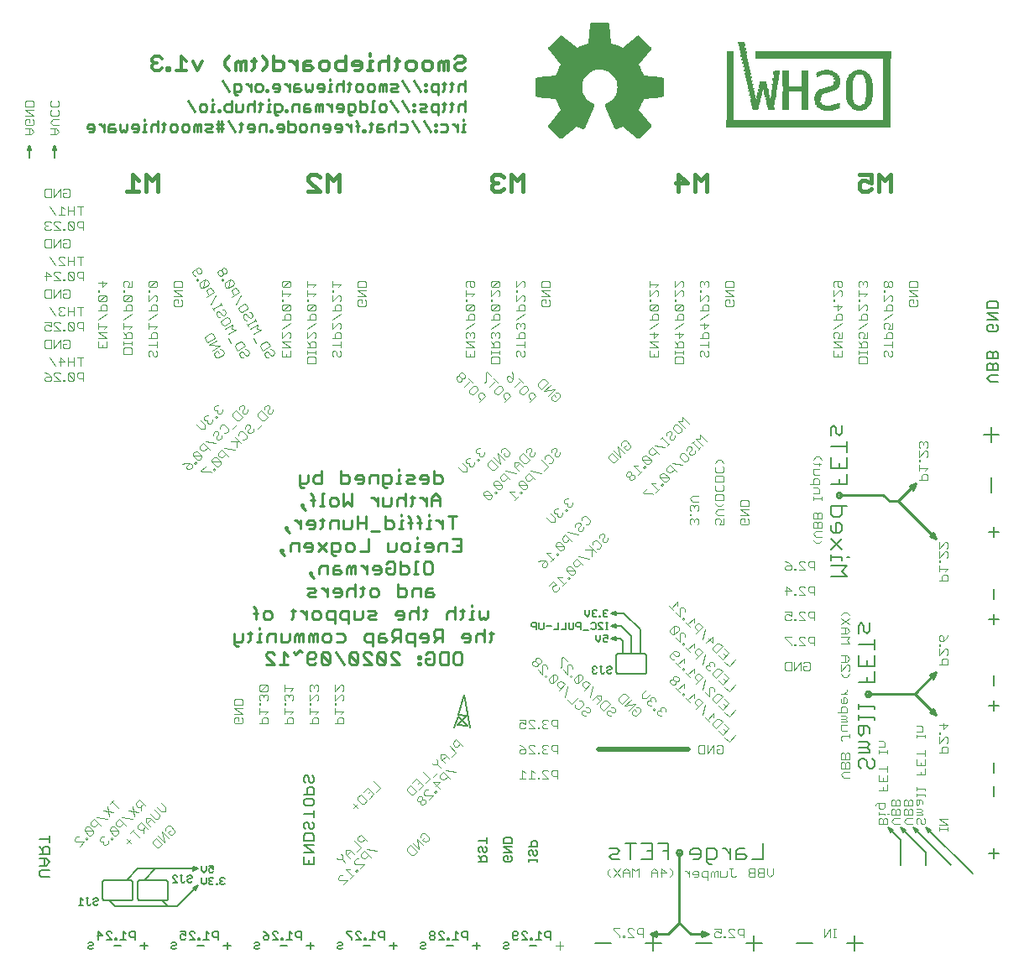
<source format=gbr>
G04 EAGLE Gerber RS-274X export*
G75*
%MOMM*%
%FSLAX34Y34*%
%LPD*%
%INGBO*%
%IPPOS*%
%AMOC8*
5,1,8,0,0,1.08239X$1,22.5*%
G01*
%ADD10C,0.203200*%
%ADD11C,0.127000*%
%ADD12C,0.330200*%
%ADD13C,0.228600*%
%ADD14C,0.101600*%
%ADD15C,0.152400*%
%ADD16C,0.508000*%
%ADD17C,0.177800*%
%ADD18C,0.254000*%
%ADD19C,0.431800*%
%ADD20R,16.535400X0.076200*%
%ADD21R,0.762000X0.076200*%
%ADD22R,0.685800X0.076200*%
%ADD23R,0.990600X0.076200*%
%ADD24R,1.143000X0.076200*%
%ADD25R,1.524000X0.076200*%
%ADD26R,0.609600X0.076200*%
%ADD27R,0.533400X0.076200*%
%ADD28R,1.447800X0.076200*%
%ADD29R,1.905000X0.076200*%
%ADD30R,1.600200X0.076200*%
%ADD31R,2.209800X0.076200*%
%ADD32R,1.752600X0.076200*%
%ADD33R,2.286000X0.076200*%
%ADD34R,2.362200X0.076200*%
%ADD35R,0.838200X0.076200*%
%ADD36R,0.914400X0.076200*%
%ADD37R,0.457200X0.076200*%
%ADD38R,0.304800X0.076200*%
%ADD39R,0.381000X0.076200*%
%ADD40R,1.371600X0.076200*%
%ADD41R,2.590800X0.076200*%
%ADD42R,1.676400X0.076200*%
%ADD43R,0.228600X0.076200*%
%ADD44R,1.981200X0.076200*%
%ADD45R,2.133600X0.076200*%
%ADD46R,1.828800X0.076200*%
%ADD47R,2.057400X0.076200*%
%ADD48R,1.295400X0.076200*%
%ADD49R,1.219200X0.076200*%
%ADD50R,13.639800X0.076200*%

G36*
X53749Y326403D02*
X53749Y326403D01*
X53866Y326406D01*
X53949Y326424D01*
X54034Y326434D01*
X54145Y326469D01*
X54258Y326495D01*
X54336Y326529D01*
X54417Y326555D01*
X54519Y326611D01*
X54626Y326659D01*
X54709Y326716D01*
X54770Y326750D01*
X54821Y326793D01*
X54899Y326847D01*
X69781Y338984D01*
X71717Y337883D01*
X71780Y337855D01*
X71867Y337806D01*
X75149Y336284D01*
X75206Y336264D01*
X75259Y336237D01*
X75395Y336198D01*
X75529Y336152D01*
X75589Y336144D01*
X75647Y336127D01*
X75788Y336116D01*
X75928Y336097D01*
X75988Y336101D01*
X76048Y336096D01*
X76188Y336113D01*
X76330Y336122D01*
X76388Y336138D01*
X76448Y336145D01*
X76582Y336189D01*
X76719Y336226D01*
X76773Y336252D01*
X76830Y336271D01*
X76953Y336342D01*
X77080Y336404D01*
X77127Y336441D01*
X77180Y336471D01*
X77286Y336564D01*
X77399Y336650D01*
X77438Y336696D01*
X77483Y336735D01*
X77570Y336848D01*
X77662Y336955D01*
X77692Y337007D01*
X77729Y337054D01*
X77821Y337234D01*
X77861Y337305D01*
X77868Y337325D01*
X77880Y337350D01*
X86993Y359349D01*
X87033Y359482D01*
X87081Y359611D01*
X87091Y359674D01*
X87109Y359735D01*
X87122Y359872D01*
X87144Y360009D01*
X87141Y360072D01*
X87147Y360136D01*
X87133Y360273D01*
X87127Y360411D01*
X87112Y360473D01*
X87106Y360536D01*
X87065Y360668D01*
X87032Y360802D01*
X87005Y360860D01*
X86986Y360920D01*
X86920Y361041D01*
X86861Y361167D01*
X86823Y361218D01*
X86793Y361274D01*
X86704Y361379D01*
X86622Y361490D01*
X86574Y361533D01*
X86533Y361582D01*
X86426Y361668D01*
X86323Y361761D01*
X86261Y361799D01*
X86219Y361833D01*
X86147Y361869D01*
X86041Y361935D01*
X83362Y363305D01*
X81067Y364988D01*
X79070Y367014D01*
X77421Y369334D01*
X76162Y371886D01*
X75326Y374606D01*
X74934Y377425D01*
X74996Y380270D01*
X75106Y380868D01*
X75511Y383069D01*
X76465Y385750D01*
X77833Y388245D01*
X79582Y390489D01*
X81666Y392427D01*
X84032Y394008D01*
X86620Y395192D01*
X89363Y395949D01*
X92192Y396258D01*
X95034Y396114D01*
X97817Y395518D01*
X100469Y394487D01*
X102923Y393046D01*
X105116Y391233D01*
X106993Y389093D01*
X108504Y386682D01*
X109612Y384061D01*
X110289Y381297D01*
X110517Y378454D01*
X110324Y375847D01*
X109750Y373291D01*
X108807Y370847D01*
X107516Y368567D01*
X105904Y366501D01*
X104007Y364695D01*
X101865Y363186D01*
X99391Y361941D01*
X99269Y361864D01*
X99142Y361793D01*
X99099Y361756D01*
X99051Y361725D01*
X98946Y361625D01*
X98837Y361531D01*
X98801Y361486D01*
X98760Y361447D01*
X98677Y361328D01*
X98588Y361214D01*
X98563Y361163D01*
X98530Y361116D01*
X98472Y360984D01*
X98408Y360855D01*
X98392Y360799D01*
X98370Y360747D01*
X98339Y360606D01*
X98301Y360466D01*
X98297Y360409D01*
X98285Y360353D01*
X98284Y360209D01*
X98274Y360065D01*
X98281Y360008D01*
X98280Y359951D01*
X98307Y359809D01*
X98326Y359665D01*
X98346Y359603D01*
X98355Y359555D01*
X98386Y359478D01*
X98427Y359349D01*
X107540Y337350D01*
X107568Y337297D01*
X107589Y337240D01*
X107663Y337120D01*
X107730Y336995D01*
X107768Y336949D01*
X107800Y336897D01*
X107896Y336793D01*
X107987Y336684D01*
X108033Y336647D01*
X108074Y336603D01*
X108189Y336520D01*
X108299Y336431D01*
X108352Y336403D01*
X108401Y336368D01*
X108530Y336309D01*
X108656Y336244D01*
X108713Y336227D01*
X108768Y336202D01*
X108906Y336170D01*
X109042Y336130D01*
X109102Y336125D01*
X109160Y336112D01*
X109302Y336108D01*
X109443Y336096D01*
X109503Y336103D01*
X109563Y336101D01*
X109702Y336125D01*
X109843Y336141D01*
X109900Y336159D01*
X109960Y336170D01*
X110148Y336239D01*
X110227Y336264D01*
X110246Y336275D01*
X110271Y336284D01*
X113554Y337806D01*
X113613Y337841D01*
X113703Y337883D01*
X115639Y338984D01*
X130521Y326847D01*
X130618Y326783D01*
X130709Y326711D01*
X130785Y326672D01*
X130856Y326625D01*
X130964Y326581D01*
X131068Y326528D01*
X131151Y326505D01*
X131229Y326473D01*
X131344Y326451D01*
X131456Y326420D01*
X131541Y326414D01*
X131625Y326398D01*
X131741Y326399D01*
X131858Y326391D01*
X131942Y326401D01*
X132028Y326402D01*
X132141Y326427D01*
X132257Y326441D01*
X132338Y326468D01*
X132421Y326486D01*
X132528Y326532D01*
X132639Y326569D01*
X132713Y326612D01*
X132791Y326646D01*
X132887Y326712D01*
X132988Y326770D01*
X133064Y326835D01*
X133122Y326875D01*
X133168Y326924D01*
X133241Y326985D01*
X144185Y337929D01*
X144259Y338019D01*
X144340Y338103D01*
X144386Y338175D01*
X144440Y338241D01*
X144495Y338344D01*
X144558Y338442D01*
X144589Y338521D01*
X144629Y338596D01*
X144662Y338708D01*
X144704Y338817D01*
X144719Y338901D01*
X144743Y338982D01*
X144754Y339099D01*
X144774Y339213D01*
X144772Y339298D01*
X144780Y339383D01*
X144767Y339499D01*
X144764Y339616D01*
X144746Y339699D01*
X144736Y339784D01*
X144701Y339895D01*
X144676Y340008D01*
X144641Y340086D01*
X144615Y340167D01*
X144559Y340269D01*
X144511Y340376D01*
X144454Y340459D01*
X144420Y340520D01*
X144377Y340571D01*
X144323Y340649D01*
X132173Y355547D01*
X133838Y358571D01*
X133871Y358649D01*
X133935Y358774D01*
X135781Y363230D01*
X135805Y363310D01*
X135855Y363441D01*
X136817Y366757D01*
X155942Y368700D01*
X156056Y368724D01*
X156172Y368737D01*
X156253Y368764D01*
X156337Y368781D01*
X156444Y368826D01*
X156555Y368862D01*
X156629Y368904D01*
X156708Y368937D01*
X156804Y369003D01*
X156906Y369060D01*
X156970Y369116D01*
X157040Y369164D01*
X157122Y369247D01*
X157210Y369323D01*
X157262Y369390D01*
X157322Y369451D01*
X157386Y369549D01*
X157457Y369641D01*
X157495Y369717D01*
X157541Y369789D01*
X157584Y369897D01*
X157636Y370002D01*
X157658Y370084D01*
X157690Y370163D01*
X157711Y370278D01*
X157741Y370391D01*
X157749Y370491D01*
X157761Y370559D01*
X157760Y370626D01*
X157768Y370721D01*
X157768Y386199D01*
X157756Y386315D01*
X157755Y386431D01*
X157736Y386515D01*
X157728Y386599D01*
X157694Y386711D01*
X157669Y386825D01*
X157635Y386903D01*
X157610Y386984D01*
X157554Y387087D01*
X157508Y387194D01*
X157459Y387263D01*
X157418Y387338D01*
X157344Y387428D01*
X157277Y387523D01*
X157215Y387582D01*
X157160Y387648D01*
X157070Y387721D01*
X156985Y387801D01*
X156913Y387846D01*
X156847Y387900D01*
X156743Y387954D01*
X156645Y388016D01*
X156565Y388046D01*
X156489Y388085D01*
X156377Y388118D01*
X156268Y388159D01*
X156169Y388177D01*
X156102Y388197D01*
X156035Y388202D01*
X155942Y388220D01*
X136817Y390163D01*
X135855Y393479D01*
X135824Y393557D01*
X135781Y393690D01*
X133935Y398146D01*
X133896Y398221D01*
X133838Y398349D01*
X132173Y401373D01*
X144323Y416271D01*
X144387Y416368D01*
X144460Y416459D01*
X144498Y416535D01*
X144545Y416606D01*
X144589Y416714D01*
X144642Y416818D01*
X144665Y416901D01*
X144697Y416979D01*
X144719Y417094D01*
X144750Y417206D01*
X144756Y417291D01*
X144772Y417375D01*
X144771Y417491D01*
X144779Y417608D01*
X144769Y417692D01*
X144768Y417778D01*
X144743Y417891D01*
X144729Y418007D01*
X144702Y418088D01*
X144684Y418171D01*
X144638Y418278D01*
X144601Y418389D01*
X144558Y418463D01*
X144524Y418541D01*
X144458Y418637D01*
X144400Y418738D01*
X144335Y418814D01*
X144295Y418872D01*
X144247Y418918D01*
X144185Y418991D01*
X133241Y429935D01*
X133151Y430009D01*
X133067Y430090D01*
X132995Y430136D01*
X132929Y430190D01*
X132826Y430245D01*
X132728Y430308D01*
X132649Y430339D01*
X132574Y430379D01*
X132462Y430412D01*
X132353Y430454D01*
X132269Y430469D01*
X132188Y430493D01*
X132071Y430504D01*
X131957Y430524D01*
X131872Y430522D01*
X131787Y430530D01*
X131671Y430517D01*
X131554Y430514D01*
X131471Y430496D01*
X131386Y430486D01*
X131275Y430451D01*
X131162Y430426D01*
X131084Y430391D01*
X131003Y430365D01*
X130901Y430309D01*
X130794Y430261D01*
X130711Y430204D01*
X130650Y430170D01*
X130599Y430127D01*
X130521Y430073D01*
X115623Y417923D01*
X112599Y419588D01*
X112521Y419621D01*
X112396Y419685D01*
X107940Y421531D01*
X107860Y421555D01*
X107729Y421605D01*
X104413Y422567D01*
X102470Y441692D01*
X102446Y441806D01*
X102433Y441922D01*
X102406Y442003D01*
X102389Y442087D01*
X102344Y442194D01*
X102308Y442305D01*
X102266Y442379D01*
X102233Y442458D01*
X102167Y442554D01*
X102110Y442656D01*
X102054Y442720D01*
X102006Y442790D01*
X101923Y442872D01*
X101847Y442960D01*
X101780Y443012D01*
X101719Y443072D01*
X101621Y443136D01*
X101529Y443207D01*
X101453Y443245D01*
X101381Y443291D01*
X101273Y443334D01*
X101168Y443386D01*
X101086Y443408D01*
X101007Y443440D01*
X100892Y443461D01*
X100779Y443491D01*
X100679Y443499D01*
X100611Y443511D01*
X100544Y443510D01*
X100449Y443518D01*
X84971Y443518D01*
X84855Y443506D01*
X84739Y443505D01*
X84655Y443486D01*
X84571Y443478D01*
X84459Y443444D01*
X84345Y443419D01*
X84267Y443385D01*
X84186Y443360D01*
X84083Y443304D01*
X83976Y443258D01*
X83907Y443209D01*
X83832Y443168D01*
X83742Y443094D01*
X83647Y443027D01*
X83588Y442965D01*
X83522Y442910D01*
X83449Y442820D01*
X83369Y442735D01*
X83324Y442663D01*
X83270Y442597D01*
X83216Y442493D01*
X83154Y442395D01*
X83124Y442315D01*
X83085Y442239D01*
X83052Y442127D01*
X83011Y442018D01*
X82993Y441919D01*
X82973Y441852D01*
X82968Y441785D01*
X82950Y441692D01*
X81007Y422567D01*
X77691Y421605D01*
X77613Y421574D01*
X77480Y421531D01*
X73024Y419685D01*
X72996Y419670D01*
X72993Y419670D01*
X72945Y419643D01*
X72821Y419588D01*
X69797Y417923D01*
X54899Y430073D01*
X54802Y430137D01*
X54711Y430210D01*
X54635Y430248D01*
X54564Y430295D01*
X54456Y430339D01*
X54352Y430392D01*
X54269Y430415D01*
X54191Y430447D01*
X54076Y430469D01*
X53964Y430500D01*
X53879Y430506D01*
X53795Y430522D01*
X53679Y430521D01*
X53562Y430529D01*
X53478Y430519D01*
X53393Y430518D01*
X53279Y430493D01*
X53163Y430479D01*
X53082Y430452D01*
X52999Y430434D01*
X52892Y430388D01*
X52781Y430351D01*
X52707Y430308D01*
X52629Y430274D01*
X52533Y430208D01*
X52432Y430150D01*
X52356Y430085D01*
X52298Y430045D01*
X52252Y429997D01*
X52179Y429935D01*
X41235Y418991D01*
X41161Y418901D01*
X41080Y418817D01*
X41034Y418745D01*
X40980Y418679D01*
X40925Y418576D01*
X40862Y418478D01*
X40831Y418399D01*
X40791Y418324D01*
X40758Y418212D01*
X40716Y418103D01*
X40701Y418019D01*
X40677Y417938D01*
X40666Y417821D01*
X40646Y417707D01*
X40648Y417622D01*
X40640Y417537D01*
X40653Y417421D01*
X40656Y417304D01*
X40674Y417221D01*
X40684Y417136D01*
X40719Y417025D01*
X40745Y416912D01*
X40779Y416834D01*
X40805Y416753D01*
X40861Y416651D01*
X40909Y416544D01*
X40966Y416461D01*
X41000Y416400D01*
X41043Y416349D01*
X41097Y416271D01*
X53247Y401373D01*
X51582Y398349D01*
X51549Y398271D01*
X51485Y398146D01*
X49639Y393690D01*
X49615Y393610D01*
X49565Y393479D01*
X48603Y390163D01*
X29478Y388220D01*
X29364Y388196D01*
X29248Y388183D01*
X29167Y388156D01*
X29083Y388139D01*
X28976Y388094D01*
X28865Y388058D01*
X28791Y388016D01*
X28712Y387983D01*
X28616Y387917D01*
X28515Y387860D01*
X28450Y387804D01*
X28380Y387756D01*
X28298Y387673D01*
X28210Y387597D01*
X28158Y387530D01*
X28098Y387469D01*
X28034Y387371D01*
X27963Y387279D01*
X27925Y387203D01*
X27879Y387131D01*
X27836Y387023D01*
X27784Y386918D01*
X27762Y386836D01*
X27730Y386757D01*
X27709Y386642D01*
X27679Y386529D01*
X27671Y386429D01*
X27659Y386361D01*
X27660Y386294D01*
X27652Y386199D01*
X27652Y370721D01*
X27664Y370605D01*
X27665Y370489D01*
X27684Y370405D01*
X27692Y370321D01*
X27726Y370209D01*
X27751Y370095D01*
X27785Y370017D01*
X27810Y369936D01*
X27866Y369833D01*
X27912Y369726D01*
X27961Y369657D01*
X28002Y369582D01*
X28077Y369492D01*
X28143Y369397D01*
X28205Y369338D01*
X28260Y369272D01*
X28351Y369199D01*
X28435Y369119D01*
X28507Y369074D01*
X28573Y369020D01*
X28677Y368966D01*
X28776Y368904D01*
X28855Y368874D01*
X28931Y368835D01*
X29043Y368802D01*
X29152Y368761D01*
X29251Y368743D01*
X29318Y368723D01*
X29385Y368718D01*
X29478Y368700D01*
X48603Y366757D01*
X49565Y363441D01*
X49596Y363363D01*
X49639Y363230D01*
X51485Y358774D01*
X51524Y358700D01*
X51582Y358571D01*
X53247Y355547D01*
X41097Y340649D01*
X41033Y340552D01*
X40961Y340461D01*
X40922Y340385D01*
X40875Y340314D01*
X40831Y340206D01*
X40778Y340102D01*
X40755Y340019D01*
X40723Y339941D01*
X40701Y339826D01*
X40670Y339714D01*
X40664Y339629D01*
X40648Y339545D01*
X40649Y339429D01*
X40641Y339312D01*
X40651Y339228D01*
X40652Y339143D01*
X40677Y339029D01*
X40691Y338913D01*
X40718Y338832D01*
X40736Y338749D01*
X40782Y338642D01*
X40819Y338531D01*
X40862Y338457D01*
X40896Y338379D01*
X40962Y338283D01*
X41020Y338182D01*
X41085Y338106D01*
X41125Y338048D01*
X41174Y338002D01*
X41235Y337929D01*
X52179Y326985D01*
X52269Y326911D01*
X52353Y326830D01*
X52425Y326784D01*
X52491Y326730D01*
X52594Y326675D01*
X52692Y326612D01*
X52771Y326581D01*
X52846Y326541D01*
X52958Y326508D01*
X53067Y326466D01*
X53151Y326451D01*
X53232Y326427D01*
X53349Y326416D01*
X53463Y326396D01*
X53548Y326398D01*
X53633Y326390D01*
X53749Y326403D01*
G37*
D10*
X-462017Y-418612D02*
X-470915Y-418612D01*
X-472694Y-416833D01*
X-472694Y-413273D01*
X-470915Y-411494D01*
X-462017Y-411494D01*
X-465576Y-406918D02*
X-472694Y-406918D01*
X-465576Y-406918D02*
X-462017Y-403359D01*
X-465576Y-399800D01*
X-472694Y-399800D01*
X-467355Y-399800D02*
X-467355Y-406918D01*
X-462017Y-395224D02*
X-472694Y-395224D01*
X-462017Y-395224D02*
X-462017Y-389886D01*
X-463796Y-388106D01*
X-467355Y-388106D01*
X-469135Y-389886D01*
X-469135Y-395224D01*
X-469135Y-391665D02*
X-472694Y-388106D01*
X-472694Y-379971D02*
X-462017Y-379971D01*
X-462017Y-383530D02*
X-462017Y-376412D01*
X-195317Y-398052D02*
X-195317Y-405170D01*
X-205994Y-405170D01*
X-205994Y-398052D01*
X-200655Y-401611D02*
X-200655Y-405170D01*
X-195317Y-393476D02*
X-205994Y-393476D01*
X-205994Y-386358D02*
X-195317Y-393476D01*
X-195317Y-386358D02*
X-205994Y-386358D01*
X-205994Y-381782D02*
X-195317Y-381782D01*
X-205994Y-381782D02*
X-205994Y-376443D01*
X-204215Y-374664D01*
X-197096Y-374664D01*
X-195317Y-376443D01*
X-195317Y-381782D01*
X-195317Y-364750D02*
X-197096Y-362970D01*
X-195317Y-364750D02*
X-195317Y-368309D01*
X-197096Y-370088D01*
X-198876Y-370088D01*
X-200655Y-368309D01*
X-200655Y-364750D01*
X-202435Y-362970D01*
X-204215Y-362970D01*
X-205994Y-364750D01*
X-205994Y-368309D01*
X-204215Y-370088D01*
X-205994Y-354835D02*
X-195317Y-354835D01*
X-195317Y-358394D02*
X-195317Y-351276D01*
X-195317Y-344921D02*
X-195317Y-341362D01*
X-195317Y-344921D02*
X-197096Y-346700D01*
X-204215Y-346700D01*
X-205994Y-344921D01*
X-205994Y-341362D01*
X-204215Y-339582D01*
X-197096Y-339582D01*
X-195317Y-341362D01*
X-195317Y-335006D02*
X-205994Y-335006D01*
X-195317Y-335006D02*
X-195317Y-329668D01*
X-197096Y-327888D01*
X-200655Y-327888D01*
X-202435Y-329668D01*
X-202435Y-335006D01*
X-195317Y-317974D02*
X-197096Y-316194D01*
X-195317Y-317974D02*
X-195317Y-321533D01*
X-197096Y-323312D01*
X-198876Y-323312D01*
X-200655Y-321533D01*
X-200655Y-317974D01*
X-202435Y-316194D01*
X-204215Y-316194D01*
X-205994Y-317974D01*
X-205994Y-321533D01*
X-204215Y-323312D01*
D11*
X96389Y-174365D02*
X100965Y-174365D01*
X100965Y-177797D01*
X98677Y-176653D01*
X97533Y-176653D01*
X96389Y-177797D01*
X96389Y-180085D01*
X97533Y-181229D01*
X99821Y-181229D01*
X100965Y-180085D01*
X93481Y-178941D02*
X93481Y-174365D01*
X93481Y-178941D02*
X91193Y-181229D01*
X88905Y-178941D01*
X88905Y-174365D01*
X100965Y-150109D02*
X99821Y-148965D01*
X97533Y-148965D01*
X96389Y-150109D01*
X96389Y-151253D01*
X97533Y-152397D01*
X98677Y-152397D01*
X97533Y-152397D02*
X96389Y-153541D01*
X96389Y-154685D01*
X97533Y-155829D01*
X99821Y-155829D01*
X100965Y-154685D01*
X93481Y-154685D02*
X93481Y-155829D01*
X93481Y-154685D02*
X92337Y-154685D01*
X92337Y-155829D01*
X93481Y-155829D01*
X89739Y-150109D02*
X88595Y-148965D01*
X86307Y-148965D01*
X85163Y-150109D01*
X85163Y-151253D01*
X86307Y-152397D01*
X87451Y-152397D01*
X86307Y-152397D02*
X85163Y-153541D01*
X85163Y-154685D01*
X86307Y-155829D01*
X88595Y-155829D01*
X89739Y-154685D01*
X82255Y-153541D02*
X82255Y-148965D01*
X82255Y-153541D02*
X79967Y-155829D01*
X77679Y-153541D01*
X77679Y-148965D01*
X98677Y-168529D02*
X100965Y-168529D01*
X99821Y-168529D02*
X99821Y-161665D01*
X100965Y-161665D02*
X98677Y-161665D01*
X95976Y-168529D02*
X91400Y-168529D01*
X95976Y-168529D02*
X91400Y-163953D01*
X91400Y-162809D01*
X92544Y-161665D01*
X94832Y-161665D01*
X95976Y-162809D01*
X85060Y-161665D02*
X83916Y-162809D01*
X85060Y-161665D02*
X87347Y-161665D01*
X88491Y-162809D01*
X88491Y-167385D01*
X87347Y-168529D01*
X85060Y-168529D01*
X83916Y-167385D01*
X81007Y-169673D02*
X76431Y-169673D01*
X73523Y-168529D02*
X73523Y-161665D01*
X70091Y-161665D01*
X68947Y-162809D01*
X68947Y-165097D01*
X70091Y-166241D01*
X73523Y-166241D01*
X66039Y-167385D02*
X66039Y-161665D01*
X66039Y-167385D02*
X64895Y-168529D01*
X62607Y-168529D01*
X61463Y-167385D01*
X61463Y-161665D01*
X58555Y-161665D02*
X58555Y-168529D01*
X53979Y-168529D01*
X51071Y-168529D02*
X51071Y-161665D01*
X51071Y-168529D02*
X46495Y-168529D01*
X43586Y-165097D02*
X39011Y-165097D01*
X36102Y-167385D02*
X36102Y-161665D01*
X36102Y-167385D02*
X34958Y-168529D01*
X32670Y-168529D01*
X31526Y-167385D01*
X31526Y-161665D01*
X28618Y-161665D02*
X28618Y-168529D01*
X28618Y-161665D02*
X25186Y-161665D01*
X24042Y-162809D01*
X24042Y-165097D01*
X25186Y-166241D01*
X28618Y-166241D01*
D12*
X-53221Y407426D02*
X-50806Y409841D01*
X-45976Y409841D01*
X-43561Y407426D01*
X-43561Y405011D01*
X-45976Y402596D01*
X-50806Y402596D01*
X-53221Y400181D01*
X-53221Y397766D01*
X-50806Y395351D01*
X-45976Y395351D01*
X-43561Y397766D01*
X-59933Y395351D02*
X-59933Y405011D01*
X-62348Y405011D01*
X-64763Y402596D01*
X-64763Y395351D01*
X-64763Y402596D02*
X-67178Y405011D01*
X-69593Y402596D01*
X-69593Y395351D01*
X-78719Y395351D02*
X-83549Y395351D01*
X-85964Y397766D01*
X-85964Y402596D01*
X-83549Y405011D01*
X-78719Y405011D01*
X-76304Y402596D01*
X-76304Y397766D01*
X-78719Y395351D01*
X-95091Y395351D02*
X-99921Y395351D01*
X-102336Y397766D01*
X-102336Y402596D01*
X-99921Y405011D01*
X-95091Y405011D01*
X-92676Y402596D01*
X-92676Y397766D01*
X-95091Y395351D01*
X-111462Y397766D02*
X-111462Y407426D01*
X-111462Y397766D02*
X-113877Y395351D01*
X-113877Y405011D02*
X-109047Y405011D01*
X-119962Y409841D02*
X-119962Y395351D01*
X-119962Y402596D02*
X-122377Y405011D01*
X-127207Y405011D01*
X-129622Y402596D01*
X-129622Y395351D01*
X-136333Y405011D02*
X-138748Y405011D01*
X-138748Y395351D01*
X-136333Y395351D02*
X-141163Y395351D01*
X-138748Y409841D02*
X-138748Y412256D01*
X-149663Y395351D02*
X-154493Y395351D01*
X-149663Y395351D02*
X-147248Y397766D01*
X-147248Y402596D01*
X-149663Y405011D01*
X-154493Y405011D01*
X-156908Y402596D01*
X-156908Y400181D01*
X-147248Y400181D01*
X-163619Y395351D02*
X-163619Y409841D01*
X-163619Y395351D02*
X-170864Y395351D01*
X-173279Y397766D01*
X-173279Y402596D01*
X-170864Y405011D01*
X-163619Y405011D01*
X-182406Y395351D02*
X-187236Y395351D01*
X-189651Y397766D01*
X-189651Y402596D01*
X-187236Y405011D01*
X-182406Y405011D01*
X-179991Y402596D01*
X-179991Y397766D01*
X-182406Y395351D01*
X-198777Y405011D02*
X-203607Y405011D01*
X-206023Y402596D01*
X-206023Y395351D01*
X-198777Y395351D01*
X-196362Y397766D01*
X-198777Y400181D01*
X-206023Y400181D01*
X-212734Y395351D02*
X-212734Y405011D01*
X-212734Y400181D02*
X-217564Y405011D01*
X-219979Y405011D01*
X-236037Y409841D02*
X-236037Y395351D01*
X-228792Y395351D01*
X-226377Y397766D01*
X-226377Y402596D01*
X-228792Y405011D01*
X-236037Y405011D01*
X-242748Y400181D02*
X-247578Y395351D01*
X-242748Y400181D02*
X-242748Y405011D01*
X-247578Y409841D01*
X-256078Y407426D02*
X-256078Y397766D01*
X-258493Y395351D01*
X-258493Y405011D02*
X-253663Y405011D01*
X-264577Y405011D02*
X-264577Y395351D01*
X-264577Y405011D02*
X-266992Y405011D01*
X-269407Y402596D01*
X-269407Y395351D01*
X-269407Y402596D02*
X-271822Y405011D01*
X-274237Y402596D01*
X-274237Y395351D01*
X-280949Y395351D02*
X-285779Y400181D01*
X-285779Y405011D01*
X-280949Y409841D01*
X-308235Y405011D02*
X-313065Y395351D01*
X-317895Y405011D01*
X-324606Y405011D02*
X-329436Y409841D01*
X-329436Y395351D01*
X-324606Y395351D02*
X-334266Y395351D01*
X-340978Y395351D02*
X-340978Y397766D01*
X-343393Y397766D01*
X-343393Y395351D01*
X-340978Y395351D01*
X-349164Y407426D02*
X-351579Y409841D01*
X-356409Y409841D01*
X-358824Y407426D01*
X-358824Y405011D01*
X-356409Y402596D01*
X-353994Y402596D01*
X-356409Y402596D02*
X-358824Y400181D01*
X-358824Y397766D01*
X-356409Y395351D01*
X-351579Y395351D01*
X-349164Y397766D01*
D13*
X-43053Y384946D02*
X-43053Y374523D01*
X-43053Y379734D02*
X-44790Y381472D01*
X-48264Y381472D01*
X-50002Y379734D01*
X-50002Y374523D01*
X-56484Y376260D02*
X-56484Y383209D01*
X-56484Y376260D02*
X-58221Y374523D01*
X-58221Y381472D02*
X-54747Y381472D01*
X-64280Y383209D02*
X-64280Y376260D01*
X-66017Y374523D01*
X-66017Y381472D02*
X-62543Y381472D01*
X-70339Y381472D02*
X-70339Y371049D01*
X-70339Y381472D02*
X-75550Y381472D01*
X-77288Y379734D01*
X-77288Y376260D01*
X-75550Y374523D01*
X-70339Y374523D01*
X-82033Y381472D02*
X-83770Y381472D01*
X-83770Y379734D01*
X-82033Y379734D01*
X-82033Y381472D01*
X-82033Y376260D02*
X-83770Y376260D01*
X-83770Y374523D01*
X-82033Y374523D01*
X-82033Y376260D01*
X-87880Y374523D02*
X-94828Y384946D01*
X-99574Y374523D02*
X-106522Y384946D01*
X-111268Y374523D02*
X-116479Y374523D01*
X-118216Y376260D01*
X-116479Y377997D01*
X-113005Y377997D01*
X-111268Y379734D01*
X-113005Y381472D01*
X-118216Y381472D01*
X-122962Y381472D02*
X-122962Y374523D01*
X-122962Y381472D02*
X-124699Y381472D01*
X-126436Y379734D01*
X-126436Y374523D01*
X-126436Y379734D02*
X-128173Y381472D01*
X-129910Y379734D01*
X-129910Y374523D01*
X-136393Y374523D02*
X-139867Y374523D01*
X-141604Y376260D01*
X-141604Y379734D01*
X-139867Y381472D01*
X-136393Y381472D01*
X-134656Y379734D01*
X-134656Y376260D01*
X-136393Y374523D01*
X-148087Y374523D02*
X-151561Y374523D01*
X-153298Y376260D01*
X-153298Y379734D01*
X-151561Y381472D01*
X-148087Y381472D01*
X-146350Y379734D01*
X-146350Y376260D01*
X-148087Y374523D01*
X-159781Y376260D02*
X-159781Y383209D01*
X-159781Y376260D02*
X-161518Y374523D01*
X-161518Y381472D02*
X-158044Y381472D01*
X-165840Y384946D02*
X-165840Y374523D01*
X-165840Y379734D02*
X-167577Y381472D01*
X-171051Y381472D01*
X-172788Y379734D01*
X-172788Y374523D01*
X-177534Y381472D02*
X-179271Y381472D01*
X-179271Y374523D01*
X-177534Y374523D02*
X-181008Y374523D01*
X-179271Y384946D02*
X-179271Y386683D01*
X-187067Y374523D02*
X-190541Y374523D01*
X-187067Y374523D02*
X-185330Y376260D01*
X-185330Y379734D01*
X-187067Y381472D01*
X-190541Y381472D01*
X-192278Y379734D01*
X-192278Y377997D01*
X-185330Y377997D01*
X-197024Y376260D02*
X-197024Y381472D01*
X-197024Y376260D02*
X-198761Y374523D01*
X-200498Y376260D01*
X-202235Y374523D01*
X-203972Y376260D01*
X-203972Y381472D01*
X-210455Y381472D02*
X-213929Y381472D01*
X-215666Y379734D01*
X-215666Y374523D01*
X-210455Y374523D01*
X-208718Y376260D01*
X-210455Y377997D01*
X-215666Y377997D01*
X-220411Y374523D02*
X-220411Y381472D01*
X-220411Y377997D02*
X-223886Y381472D01*
X-225623Y381472D01*
X-231894Y374523D02*
X-235368Y374523D01*
X-231894Y374523D02*
X-230156Y376260D01*
X-230156Y379734D01*
X-231894Y381472D01*
X-235368Y381472D01*
X-237105Y379734D01*
X-237105Y377997D01*
X-230156Y377997D01*
X-241850Y376260D02*
X-241850Y374523D01*
X-241850Y376260D02*
X-243588Y376260D01*
X-243588Y374523D01*
X-241850Y374523D01*
X-249435Y374523D02*
X-252909Y374523D01*
X-254646Y376260D01*
X-254646Y379734D01*
X-252909Y381472D01*
X-249435Y381472D01*
X-247697Y379734D01*
X-247697Y376260D01*
X-249435Y374523D01*
X-259391Y374523D02*
X-259391Y381472D01*
X-259391Y377997D02*
X-262866Y381472D01*
X-264603Y381472D01*
X-272611Y371049D02*
X-274348Y371049D01*
X-276085Y372786D01*
X-276085Y381472D01*
X-270873Y381472D01*
X-269136Y379734D01*
X-269136Y376260D01*
X-270873Y374523D01*
X-276085Y374523D01*
X-280830Y374523D02*
X-287779Y384946D01*
X-44790Y340832D02*
X-43053Y340832D01*
X-44790Y340832D02*
X-44790Y333883D01*
X-43053Y333883D02*
X-46527Y333883D01*
X-44790Y344306D02*
X-44790Y346043D01*
X-50849Y340832D02*
X-50849Y333883D01*
X-50849Y337357D02*
X-54323Y340832D01*
X-56060Y340832D01*
X-62331Y340832D02*
X-67543Y340832D01*
X-62331Y340832D02*
X-60594Y339094D01*
X-60594Y335620D01*
X-62331Y333883D01*
X-67543Y333883D01*
X-72288Y340832D02*
X-74025Y340832D01*
X-74025Y339094D01*
X-72288Y339094D01*
X-72288Y340832D01*
X-72288Y335620D02*
X-74025Y335620D01*
X-74025Y333883D01*
X-72288Y333883D01*
X-72288Y335620D01*
X-78135Y333883D02*
X-85083Y344306D01*
X-89829Y333883D02*
X-96777Y344306D01*
X-103260Y340832D02*
X-108471Y340832D01*
X-103260Y340832D02*
X-101523Y339094D01*
X-101523Y335620D01*
X-103260Y333883D01*
X-108471Y333883D01*
X-113217Y333883D02*
X-113217Y344306D01*
X-114954Y340832D02*
X-113217Y339094D01*
X-114954Y340832D02*
X-118428Y340832D01*
X-120165Y339094D01*
X-120165Y333883D01*
X-126648Y340832D02*
X-130122Y340832D01*
X-131859Y339094D01*
X-131859Y333883D01*
X-126648Y333883D01*
X-124911Y335620D01*
X-126648Y337357D01*
X-131859Y337357D01*
X-138342Y335620D02*
X-138342Y342569D01*
X-138342Y335620D02*
X-140079Y333883D01*
X-140079Y340832D02*
X-136605Y340832D01*
X-144401Y335620D02*
X-144401Y333883D01*
X-144401Y335620D02*
X-146138Y335620D01*
X-146138Y333883D01*
X-144401Y333883D01*
X-151985Y333883D02*
X-151985Y342569D01*
X-153722Y344306D01*
X-153722Y339094D02*
X-150248Y339094D01*
X-158044Y340832D02*
X-158044Y333883D01*
X-158044Y337357D02*
X-161518Y340832D01*
X-163255Y340832D01*
X-169526Y333883D02*
X-173000Y333883D01*
X-169526Y333883D02*
X-167789Y335620D01*
X-167789Y339094D01*
X-169526Y340832D01*
X-173000Y340832D01*
X-174737Y339094D01*
X-174737Y337357D01*
X-167789Y337357D01*
X-181220Y333883D02*
X-184694Y333883D01*
X-181220Y333883D02*
X-179483Y335620D01*
X-179483Y339094D01*
X-181220Y340832D01*
X-184694Y340832D01*
X-186431Y339094D01*
X-186431Y337357D01*
X-179483Y337357D01*
X-191177Y333883D02*
X-191177Y340832D01*
X-196388Y340832D01*
X-198125Y339094D01*
X-198125Y333883D01*
X-204608Y333883D02*
X-208082Y333883D01*
X-209819Y335620D01*
X-209819Y339094D01*
X-208082Y340832D01*
X-204608Y340832D01*
X-202871Y339094D01*
X-202871Y335620D01*
X-204608Y333883D01*
X-221513Y333883D02*
X-221513Y344306D01*
X-221513Y333883D02*
X-216302Y333883D01*
X-214564Y335620D01*
X-214564Y339094D01*
X-216302Y340832D01*
X-221513Y340832D01*
X-227996Y333883D02*
X-231470Y333883D01*
X-227996Y333883D02*
X-226258Y335620D01*
X-226258Y339094D01*
X-227996Y340832D01*
X-231470Y340832D01*
X-233207Y339094D01*
X-233207Y337357D01*
X-226258Y337357D01*
X-237952Y335620D02*
X-237952Y333883D01*
X-237952Y335620D02*
X-239690Y335620D01*
X-239690Y333883D01*
X-237952Y333883D01*
X-243799Y333883D02*
X-243799Y340832D01*
X-249011Y340832D01*
X-250748Y339094D01*
X-250748Y333883D01*
X-257230Y333883D02*
X-260705Y333883D01*
X-257230Y333883D02*
X-255493Y335620D01*
X-255493Y339094D01*
X-257230Y340832D01*
X-260705Y340832D01*
X-262442Y339094D01*
X-262442Y337357D01*
X-255493Y337357D01*
X-268924Y335620D02*
X-268924Y342569D01*
X-268924Y335620D02*
X-270662Y333883D01*
X-270662Y340832D02*
X-267187Y340832D01*
X-274983Y333883D02*
X-281932Y344306D01*
X-288414Y344306D02*
X-288414Y333883D01*
X-291889Y333883D02*
X-291889Y344306D01*
X-291889Y340832D02*
X-286677Y340832D01*
X-291889Y340832D02*
X-293626Y340832D01*
X-293626Y337357D02*
X-286677Y337357D01*
X-298371Y333883D02*
X-303583Y333883D01*
X-305320Y335620D01*
X-303583Y337357D01*
X-300108Y337357D01*
X-298371Y339094D01*
X-300108Y340832D01*
X-305320Y340832D01*
X-310065Y340832D02*
X-310065Y333883D01*
X-310065Y340832D02*
X-311802Y340832D01*
X-313539Y339094D01*
X-313539Y333883D01*
X-313539Y339094D02*
X-315277Y340832D01*
X-317014Y339094D01*
X-317014Y333883D01*
X-323496Y333883D02*
X-326971Y333883D01*
X-328708Y335620D01*
X-328708Y339094D01*
X-326971Y340832D01*
X-323496Y340832D01*
X-321759Y339094D01*
X-321759Y335620D01*
X-323496Y333883D01*
X-335190Y333883D02*
X-338665Y333883D01*
X-340402Y335620D01*
X-340402Y339094D01*
X-338665Y340832D01*
X-335190Y340832D01*
X-333453Y339094D01*
X-333453Y335620D01*
X-335190Y333883D01*
X-346884Y335620D02*
X-346884Y342569D01*
X-346884Y335620D02*
X-348621Y333883D01*
X-348621Y340832D02*
X-345147Y340832D01*
X-352943Y344306D02*
X-352943Y333883D01*
X-352943Y339094D02*
X-354680Y340832D01*
X-358155Y340832D01*
X-359892Y339094D01*
X-359892Y333883D01*
X-364637Y340832D02*
X-366374Y340832D01*
X-366374Y333883D01*
X-364637Y333883D02*
X-368111Y333883D01*
X-366374Y344306D02*
X-366374Y346043D01*
X-374170Y333883D02*
X-377644Y333883D01*
X-374170Y333883D02*
X-372433Y335620D01*
X-372433Y339094D01*
X-374170Y340832D01*
X-377644Y340832D01*
X-379382Y339094D01*
X-379382Y337357D01*
X-372433Y337357D01*
X-384127Y335620D02*
X-384127Y340832D01*
X-384127Y335620D02*
X-385864Y333883D01*
X-387601Y335620D01*
X-389338Y333883D01*
X-391076Y335620D01*
X-391076Y340832D01*
X-397558Y340832D02*
X-401032Y340832D01*
X-402770Y339094D01*
X-402770Y333883D01*
X-397558Y333883D01*
X-395821Y335620D01*
X-397558Y337357D01*
X-402770Y337357D01*
X-407515Y333883D02*
X-407515Y340832D01*
X-410989Y340832D02*
X-407515Y337357D01*
X-410989Y340832D02*
X-412726Y340832D01*
X-418997Y333883D02*
X-422471Y333883D01*
X-418997Y333883D02*
X-417260Y335620D01*
X-417260Y339094D01*
X-418997Y340832D01*
X-422471Y340832D01*
X-424208Y339094D01*
X-424208Y337357D01*
X-417260Y337357D01*
D14*
X-404360Y121865D02*
X-404360Y115764D01*
X-413512Y115764D01*
X-413512Y121865D01*
X-408936Y118815D02*
X-408936Y115764D01*
X-413512Y125119D02*
X-404360Y125119D01*
X-413512Y131220D01*
X-404360Y131220D01*
X-407411Y134474D02*
X-404360Y137525D01*
X-413512Y137525D01*
X-413512Y134474D02*
X-413512Y140576D01*
X-413512Y143830D02*
X-404360Y149931D01*
X-404360Y153185D02*
X-413512Y153185D01*
X-404360Y153185D02*
X-404360Y157761D01*
X-405886Y159286D01*
X-408936Y159286D01*
X-410461Y157761D01*
X-410461Y153185D01*
X-411987Y162540D02*
X-405886Y162540D01*
X-404360Y164065D01*
X-404360Y167116D01*
X-405886Y168641D01*
X-411987Y168641D01*
X-413512Y167116D01*
X-413512Y164065D01*
X-411987Y162540D01*
X-405886Y168641D01*
X-411987Y171895D02*
X-413512Y171895D01*
X-411987Y171895D02*
X-411987Y173420D01*
X-413512Y173420D01*
X-413512Y171895D01*
X-413512Y181149D02*
X-404360Y181149D01*
X-408936Y176573D01*
X-408936Y182674D01*
X-388112Y109527D02*
X-378960Y109527D01*
X-388112Y109527D02*
X-388112Y114103D01*
X-386587Y115628D01*
X-380486Y115628D01*
X-378960Y114103D01*
X-378960Y109527D01*
X-388112Y118882D02*
X-388112Y121933D01*
X-388112Y120408D02*
X-378960Y120408D01*
X-378960Y121933D02*
X-378960Y118882D01*
X-378960Y125119D02*
X-388112Y125119D01*
X-378960Y125119D02*
X-378960Y129695D01*
X-380486Y131220D01*
X-383536Y131220D01*
X-385061Y129695D01*
X-385061Y125119D01*
X-385061Y128170D02*
X-388112Y131220D01*
X-382011Y134474D02*
X-378960Y137525D01*
X-388112Y137525D01*
X-388112Y134474D02*
X-388112Y140576D01*
X-388112Y143830D02*
X-378960Y149931D01*
X-378960Y153185D02*
X-388112Y153185D01*
X-378960Y153185D02*
X-378960Y157761D01*
X-380486Y159286D01*
X-383536Y159286D01*
X-385061Y157761D01*
X-385061Y153185D01*
X-386587Y162540D02*
X-380486Y162540D01*
X-378960Y164065D01*
X-378960Y167116D01*
X-380486Y168641D01*
X-386587Y168641D01*
X-388112Y167116D01*
X-388112Y164065D01*
X-386587Y162540D01*
X-380486Y168641D01*
X-386587Y171895D02*
X-388112Y171895D01*
X-386587Y171895D02*
X-386587Y173420D01*
X-388112Y173420D01*
X-388112Y171895D01*
X-378960Y176573D02*
X-378960Y182674D01*
X-378960Y176573D02*
X-383536Y176573D01*
X-382011Y179623D01*
X-382011Y181149D01*
X-383536Y182674D01*
X-386587Y182674D01*
X-388112Y181149D01*
X-388112Y178098D01*
X-386587Y176573D01*
X-355086Y112510D02*
X-353560Y110985D01*
X-353560Y107934D01*
X-355086Y106409D01*
X-356611Y106409D01*
X-358136Y107934D01*
X-358136Y110985D01*
X-359661Y112510D01*
X-361187Y112510D01*
X-362712Y110985D01*
X-362712Y107934D01*
X-361187Y106409D01*
X-362712Y118815D02*
X-353560Y118815D01*
X-353560Y121865D02*
X-353560Y115764D01*
X-353560Y125119D02*
X-362712Y125119D01*
X-353560Y125119D02*
X-353560Y129695D01*
X-355086Y131220D01*
X-358136Y131220D01*
X-359661Y129695D01*
X-359661Y125119D01*
X-356611Y134474D02*
X-353560Y137525D01*
X-362712Y137525D01*
X-362712Y134474D02*
X-362712Y140576D01*
X-362712Y143830D02*
X-353560Y149931D01*
X-353560Y153185D02*
X-362712Y153185D01*
X-353560Y153185D02*
X-353560Y157761D01*
X-355086Y159286D01*
X-358136Y159286D01*
X-359661Y157761D01*
X-359661Y153185D01*
X-362712Y162540D02*
X-362712Y168641D01*
X-362712Y162540D02*
X-356611Y168641D01*
X-355086Y168641D01*
X-353560Y167116D01*
X-353560Y164065D01*
X-355086Y162540D01*
X-361187Y171895D02*
X-362712Y171895D01*
X-361187Y171895D02*
X-361187Y173420D01*
X-362712Y173420D01*
X-362712Y171895D01*
X-361187Y176573D02*
X-355086Y176573D01*
X-353560Y178098D01*
X-353560Y181149D01*
X-355086Y182674D01*
X-361187Y182674D01*
X-362712Y181149D01*
X-362712Y178098D01*
X-361187Y176573D01*
X-355086Y182674D01*
X-329686Y163964D02*
X-328160Y162438D01*
X-328160Y159388D01*
X-329686Y157862D01*
X-335787Y157862D01*
X-337312Y159388D01*
X-337312Y162438D01*
X-335787Y163964D01*
X-332736Y163964D01*
X-332736Y160913D01*
X-337312Y167218D02*
X-328160Y167218D01*
X-337312Y173319D01*
X-328160Y173319D01*
X-328160Y176573D02*
X-337312Y176573D01*
X-337312Y181149D01*
X-335787Y182674D01*
X-329686Y182674D01*
X-328160Y181149D01*
X-328160Y176573D01*
X-144266Y163964D02*
X-142740Y162438D01*
X-142740Y159388D01*
X-144266Y157862D01*
X-150367Y157862D01*
X-151892Y159388D01*
X-151892Y162438D01*
X-150367Y163964D01*
X-147316Y163964D01*
X-147316Y160913D01*
X-151892Y167218D02*
X-142740Y167218D01*
X-151892Y173319D01*
X-142740Y173319D01*
X-142740Y176573D02*
X-151892Y176573D01*
X-151892Y181149D01*
X-150367Y182674D01*
X-144266Y182674D01*
X-142740Y181149D01*
X-142740Y176573D01*
X241815Y-56891D02*
X243340Y-58416D01*
X243340Y-61467D01*
X241815Y-62992D01*
X235713Y-62992D01*
X234188Y-61467D01*
X234188Y-58416D01*
X235713Y-56891D01*
X238764Y-56891D01*
X238764Y-59941D01*
X234188Y-53637D02*
X243340Y-53637D01*
X234188Y-47536D01*
X243340Y-47536D01*
X243340Y-44282D02*
X234188Y-44282D01*
X234188Y-39706D01*
X235713Y-38180D01*
X241815Y-38180D01*
X243340Y-39706D01*
X243340Y-44282D01*
X42680Y162438D02*
X41155Y163964D01*
X42680Y162438D02*
X42680Y159388D01*
X41155Y157862D01*
X35053Y157862D01*
X33528Y159388D01*
X33528Y162438D01*
X35053Y163964D01*
X38104Y163964D01*
X38104Y160913D01*
X33528Y167218D02*
X42680Y167218D01*
X33528Y173319D01*
X42680Y173319D01*
X42680Y176573D02*
X33528Y176573D01*
X33528Y181149D01*
X35053Y182674D01*
X41155Y182674D01*
X42680Y181149D01*
X42680Y176573D01*
X226575Y163964D02*
X228100Y162438D01*
X228100Y159388D01*
X226575Y157862D01*
X220473Y157862D01*
X218948Y159388D01*
X218948Y162438D01*
X220473Y163964D01*
X223524Y163964D01*
X223524Y160913D01*
X218948Y167218D02*
X228100Y167218D01*
X218948Y173319D01*
X228100Y173319D01*
X228100Y176573D02*
X218948Y176573D01*
X218948Y181149D01*
X220473Y182674D01*
X226575Y182674D01*
X228100Y181149D01*
X228100Y176573D01*
X411995Y163964D02*
X413520Y162438D01*
X413520Y159388D01*
X411995Y157862D01*
X405893Y157862D01*
X404368Y159388D01*
X404368Y162438D01*
X405893Y163964D01*
X408944Y163964D01*
X408944Y160913D01*
X404368Y167218D02*
X413520Y167218D01*
X404368Y173319D01*
X413520Y173319D01*
X413520Y176573D02*
X404368Y176573D01*
X404368Y181149D01*
X405893Y182674D01*
X411995Y182674D01*
X413520Y181149D01*
X413520Y176573D01*
X-218940Y112510D02*
X-218940Y106409D01*
X-228092Y106409D01*
X-228092Y112510D01*
X-223516Y109459D02*
X-223516Y106409D01*
X-228092Y115764D02*
X-218940Y115764D01*
X-228092Y121865D01*
X-218940Y121865D01*
X-228092Y125119D02*
X-228092Y131220D01*
X-228092Y125119D02*
X-221991Y131220D01*
X-220466Y131220D01*
X-218940Y129695D01*
X-218940Y126645D01*
X-220466Y125119D01*
X-228092Y134474D02*
X-218940Y140576D01*
X-218940Y143830D02*
X-228092Y143830D01*
X-218940Y143830D02*
X-218940Y148406D01*
X-220466Y149931D01*
X-223516Y149931D01*
X-225041Y148406D01*
X-225041Y143830D01*
X-226567Y153185D02*
X-220466Y153185D01*
X-218940Y154710D01*
X-218940Y157761D01*
X-220466Y159286D01*
X-226567Y159286D01*
X-228092Y157761D01*
X-228092Y154710D01*
X-226567Y153185D01*
X-220466Y159286D01*
X-226567Y162540D02*
X-228092Y162540D01*
X-226567Y162540D02*
X-226567Y164065D01*
X-228092Y164065D01*
X-228092Y162540D01*
X-221991Y167218D02*
X-218940Y170268D01*
X-228092Y170268D01*
X-228092Y167218D02*
X-228092Y173319D01*
X-226567Y176573D02*
X-220466Y176573D01*
X-218940Y178098D01*
X-218940Y181149D01*
X-220466Y182674D01*
X-226567Y182674D01*
X-228092Y181149D01*
X-228092Y178098D01*
X-226567Y176573D01*
X-220466Y182674D01*
X-202692Y100172D02*
X-193540Y100172D01*
X-202692Y100172D02*
X-202692Y104748D01*
X-201167Y106273D01*
X-195066Y106273D01*
X-193540Y104748D01*
X-193540Y100172D01*
X-202692Y109527D02*
X-202692Y112578D01*
X-202692Y111053D02*
X-193540Y111053D01*
X-193540Y112578D02*
X-193540Y109527D01*
X-193540Y115764D02*
X-202692Y115764D01*
X-193540Y115764D02*
X-193540Y120340D01*
X-195066Y121865D01*
X-198116Y121865D01*
X-199641Y120340D01*
X-199641Y115764D01*
X-199641Y118815D02*
X-202692Y121865D01*
X-202692Y125119D02*
X-202692Y131220D01*
X-202692Y125119D02*
X-196591Y131220D01*
X-195066Y131220D01*
X-193540Y129695D01*
X-193540Y126645D01*
X-195066Y125119D01*
X-202692Y134474D02*
X-193540Y140576D01*
X-193540Y143830D02*
X-202692Y143830D01*
X-193540Y143830D02*
X-193540Y148406D01*
X-195066Y149931D01*
X-198116Y149931D01*
X-199641Y148406D01*
X-199641Y143830D01*
X-201167Y153185D02*
X-195066Y153185D01*
X-193540Y154710D01*
X-193540Y157761D01*
X-195066Y159286D01*
X-201167Y159286D01*
X-202692Y157761D01*
X-202692Y154710D01*
X-201167Y153185D01*
X-195066Y159286D01*
X-201167Y162540D02*
X-202692Y162540D01*
X-201167Y162540D02*
X-201167Y164065D01*
X-202692Y164065D01*
X-202692Y162540D01*
X-196591Y167218D02*
X-193540Y170268D01*
X-202692Y170268D01*
X-202692Y167218D02*
X-202692Y173319D01*
X-196591Y176573D02*
X-193540Y179623D01*
X-202692Y179623D01*
X-202692Y176573D02*
X-202692Y182674D01*
X-169666Y112510D02*
X-168140Y110985D01*
X-168140Y107934D01*
X-169666Y106409D01*
X-171191Y106409D01*
X-172716Y107934D01*
X-172716Y110985D01*
X-174241Y112510D01*
X-175767Y112510D01*
X-177292Y110985D01*
X-177292Y107934D01*
X-175767Y106409D01*
X-177292Y118815D02*
X-168140Y118815D01*
X-168140Y121865D02*
X-168140Y115764D01*
X-168140Y125119D02*
X-177292Y125119D01*
X-168140Y125119D02*
X-168140Y129695D01*
X-169666Y131220D01*
X-172716Y131220D01*
X-174241Y129695D01*
X-174241Y125119D01*
X-177292Y134474D02*
X-177292Y140576D01*
X-171191Y140576D02*
X-177292Y134474D01*
X-171191Y140576D02*
X-169666Y140576D01*
X-168140Y139050D01*
X-168140Y136000D01*
X-169666Y134474D01*
X-177292Y143830D02*
X-168140Y149931D01*
X-168140Y153185D02*
X-177292Y153185D01*
X-168140Y153185D02*
X-168140Y157761D01*
X-169666Y159286D01*
X-172716Y159286D01*
X-174241Y157761D01*
X-174241Y153185D01*
X-177292Y162540D02*
X-177292Y168641D01*
X-177292Y162540D02*
X-171191Y168641D01*
X-169666Y168641D01*
X-168140Y167116D01*
X-168140Y164065D01*
X-169666Y162540D01*
X-175767Y171895D02*
X-177292Y171895D01*
X-175767Y171895D02*
X-175767Y173420D01*
X-177292Y173420D01*
X-177292Y171895D01*
X-171191Y176573D02*
X-168140Y179623D01*
X-177292Y179623D01*
X-177292Y176573D02*
X-177292Y182674D01*
X191015Y-62992D02*
X192540Y-61467D01*
X192540Y-58416D01*
X191015Y-56891D01*
X189489Y-56891D01*
X187964Y-58416D01*
X187964Y-59941D01*
X187964Y-58416D02*
X186439Y-56891D01*
X184913Y-56891D01*
X183388Y-58416D01*
X183388Y-61467D01*
X184913Y-62992D01*
X184913Y-53637D02*
X183388Y-53637D01*
X184913Y-53637D02*
X184913Y-52112D01*
X183388Y-52112D01*
X183388Y-53637D01*
X191015Y-48959D02*
X192540Y-47434D01*
X192540Y-44383D01*
X191015Y-42858D01*
X189489Y-42858D01*
X187964Y-44383D01*
X187964Y-45909D01*
X187964Y-44383D02*
X186439Y-42858D01*
X184913Y-42858D01*
X183388Y-44383D01*
X183388Y-47434D01*
X184913Y-48959D01*
X186439Y-39604D02*
X192540Y-39604D01*
X186439Y-39604D02*
X183388Y-36553D01*
X186439Y-33503D01*
X192540Y-33503D01*
X217940Y-56891D02*
X217940Y-62992D01*
X213364Y-62992D01*
X214889Y-59941D01*
X214889Y-58416D01*
X213364Y-56891D01*
X210313Y-56891D01*
X208788Y-58416D01*
X208788Y-61467D01*
X210313Y-62992D01*
X211839Y-53637D02*
X217940Y-53637D01*
X211839Y-53637D02*
X208788Y-50586D01*
X211839Y-47536D01*
X217940Y-47536D01*
X211839Y-44282D02*
X208788Y-41231D01*
X211839Y-44282D02*
X214889Y-44282D01*
X217940Y-41231D01*
X217940Y-38045D02*
X208788Y-38045D01*
X208788Y-33469D01*
X210313Y-31944D01*
X216415Y-31944D01*
X217940Y-33469D01*
X217940Y-38045D01*
X217940Y-24114D02*
X216415Y-22588D01*
X217940Y-24114D02*
X217940Y-27164D01*
X216415Y-28690D01*
X210313Y-28690D01*
X208788Y-27164D01*
X208788Y-24114D01*
X210313Y-22588D01*
X208788Y-19334D02*
X217940Y-19334D01*
X208788Y-19334D02*
X208788Y-14759D01*
X210313Y-13233D01*
X216415Y-13233D01*
X217940Y-14759D01*
X217940Y-19334D01*
X217940Y-5403D02*
X216415Y-3878D01*
X217940Y-5403D02*
X217940Y-8454D01*
X216415Y-9979D01*
X210313Y-9979D01*
X208788Y-8454D01*
X208788Y-5403D01*
X210313Y-3878D01*
X208788Y-624D02*
X211839Y2427D01*
X214889Y2427D01*
X217940Y-624D01*
X-33520Y106409D02*
X-33520Y112510D01*
X-33520Y106409D02*
X-42672Y106409D01*
X-42672Y112510D01*
X-38096Y109459D02*
X-38096Y106409D01*
X-42672Y115764D02*
X-33520Y115764D01*
X-42672Y121865D01*
X-33520Y121865D01*
X-35046Y125119D02*
X-33520Y126645D01*
X-33520Y129695D01*
X-35046Y131220D01*
X-36571Y131220D01*
X-38096Y129695D01*
X-38096Y128170D01*
X-38096Y129695D02*
X-39621Y131220D01*
X-41147Y131220D01*
X-42672Y129695D01*
X-42672Y126645D01*
X-41147Y125119D01*
X-42672Y134474D02*
X-33520Y140576D01*
X-33520Y143830D02*
X-42672Y143830D01*
X-33520Y143830D02*
X-33520Y148406D01*
X-35046Y149931D01*
X-38096Y149931D01*
X-39621Y148406D01*
X-39621Y143830D01*
X-41147Y153185D02*
X-35046Y153185D01*
X-33520Y154710D01*
X-33520Y157761D01*
X-35046Y159286D01*
X-41147Y159286D01*
X-42672Y157761D01*
X-42672Y154710D01*
X-41147Y153185D01*
X-35046Y159286D01*
X-41147Y162540D02*
X-42672Y162540D01*
X-41147Y162540D02*
X-41147Y164065D01*
X-42672Y164065D01*
X-42672Y162540D01*
X-36571Y167218D02*
X-33520Y170268D01*
X-42672Y170268D01*
X-42672Y167218D02*
X-42672Y173319D01*
X-41147Y176573D02*
X-42672Y178098D01*
X-42672Y181149D01*
X-41147Y182674D01*
X-35046Y182674D01*
X-33520Y181149D01*
X-33520Y178098D01*
X-35046Y176573D01*
X-36571Y176573D01*
X-38096Y178098D01*
X-38096Y182674D01*
X-17272Y100172D02*
X-8120Y100172D01*
X-17272Y100172D02*
X-17272Y104748D01*
X-15747Y106273D01*
X-9646Y106273D01*
X-8120Y104748D01*
X-8120Y100172D01*
X-17272Y109527D02*
X-17272Y112578D01*
X-17272Y111053D02*
X-8120Y111053D01*
X-8120Y112578D02*
X-8120Y109527D01*
X-8120Y115764D02*
X-17272Y115764D01*
X-8120Y115764D02*
X-8120Y120340D01*
X-9646Y121865D01*
X-12696Y121865D01*
X-14221Y120340D01*
X-14221Y115764D01*
X-14221Y118815D02*
X-17272Y121865D01*
X-9646Y125119D02*
X-8120Y126645D01*
X-8120Y129695D01*
X-9646Y131220D01*
X-11171Y131220D01*
X-12696Y129695D01*
X-12696Y128170D01*
X-12696Y129695D02*
X-14221Y131220D01*
X-15747Y131220D01*
X-17272Y129695D01*
X-17272Y126645D01*
X-15747Y125119D01*
X-17272Y134474D02*
X-8120Y140576D01*
X-8120Y143830D02*
X-17272Y143830D01*
X-8120Y143830D02*
X-8120Y148406D01*
X-9646Y149931D01*
X-12696Y149931D01*
X-14221Y148406D01*
X-14221Y143830D01*
X-15747Y153185D02*
X-9646Y153185D01*
X-8120Y154710D01*
X-8120Y157761D01*
X-9646Y159286D01*
X-15747Y159286D01*
X-17272Y157761D01*
X-17272Y154710D01*
X-15747Y153185D01*
X-9646Y159286D01*
X-15747Y162540D02*
X-17272Y162540D01*
X-15747Y162540D02*
X-15747Y164065D01*
X-17272Y164065D01*
X-17272Y162540D01*
X-17272Y167218D02*
X-17272Y173319D01*
X-17272Y167218D02*
X-11171Y173319D01*
X-9646Y173319D01*
X-8120Y171793D01*
X-8120Y168743D01*
X-9646Y167218D01*
X-9646Y176573D02*
X-15747Y176573D01*
X-9646Y176573D02*
X-8120Y178098D01*
X-8120Y181149D01*
X-9646Y182674D01*
X-15747Y182674D01*
X-17272Y181149D01*
X-17272Y178098D01*
X-15747Y176573D01*
X-9646Y182674D01*
X15755Y112510D02*
X17280Y110985D01*
X17280Y107934D01*
X15755Y106409D01*
X14229Y106409D01*
X12704Y107934D01*
X12704Y110985D01*
X11179Y112510D01*
X9653Y112510D01*
X8128Y110985D01*
X8128Y107934D01*
X9653Y106409D01*
X8128Y118815D02*
X17280Y118815D01*
X17280Y121865D02*
X17280Y115764D01*
X17280Y125119D02*
X8128Y125119D01*
X17280Y125119D02*
X17280Y129695D01*
X15755Y131220D01*
X12704Y131220D01*
X11179Y129695D01*
X11179Y125119D01*
X15755Y134474D02*
X17280Y136000D01*
X17280Y139050D01*
X15755Y140576D01*
X14229Y140576D01*
X12704Y139050D01*
X12704Y137525D01*
X12704Y139050D02*
X11179Y140576D01*
X9653Y140576D01*
X8128Y139050D01*
X8128Y136000D01*
X9653Y134474D01*
X8128Y143830D02*
X17280Y149931D01*
X17280Y153185D02*
X8128Y153185D01*
X17280Y153185D02*
X17280Y157761D01*
X15755Y159286D01*
X12704Y159286D01*
X11179Y157761D01*
X11179Y153185D01*
X8128Y162540D02*
X8128Y168641D01*
X8128Y162540D02*
X14229Y168641D01*
X15755Y168641D01*
X17280Y167116D01*
X17280Y164065D01*
X15755Y162540D01*
X9653Y171895D02*
X8128Y171895D01*
X9653Y171895D02*
X9653Y173420D01*
X8128Y173420D01*
X8128Y171895D01*
X8128Y176573D02*
X8128Y182674D01*
X8128Y176573D02*
X14229Y182674D01*
X15755Y182674D01*
X17280Y181149D01*
X17280Y178098D01*
X15755Y176573D01*
X151900Y112510D02*
X151900Y106409D01*
X142748Y106409D01*
X142748Y112510D01*
X147324Y109459D02*
X147324Y106409D01*
X142748Y115764D02*
X151900Y115764D01*
X142748Y121865D01*
X151900Y121865D01*
X151900Y129695D02*
X142748Y129695D01*
X147324Y125119D02*
X151900Y129695D01*
X147324Y131220D02*
X147324Y125119D01*
X142748Y134474D02*
X151900Y140576D01*
X151900Y143830D02*
X142748Y143830D01*
X151900Y143830D02*
X151900Y148406D01*
X150375Y149931D01*
X147324Y149931D01*
X145799Y148406D01*
X145799Y143830D01*
X144273Y153185D02*
X150375Y153185D01*
X151900Y154710D01*
X151900Y157761D01*
X150375Y159286D01*
X144273Y159286D01*
X142748Y157761D01*
X142748Y154710D01*
X144273Y153185D01*
X150375Y159286D01*
X144273Y162540D02*
X142748Y162540D01*
X144273Y162540D02*
X144273Y164065D01*
X142748Y164065D01*
X142748Y162540D01*
X142748Y167218D02*
X142748Y173319D01*
X142748Y167218D02*
X148849Y173319D01*
X150375Y173319D01*
X151900Y171793D01*
X151900Y168743D01*
X150375Y167218D01*
X148849Y176573D02*
X151900Y179623D01*
X142748Y179623D01*
X142748Y176573D02*
X142748Y182674D01*
X168148Y100172D02*
X177300Y100172D01*
X168148Y100172D02*
X168148Y104748D01*
X169673Y106273D01*
X175775Y106273D01*
X177300Y104748D01*
X177300Y100172D01*
X168148Y109527D02*
X168148Y112578D01*
X168148Y111053D02*
X177300Y111053D01*
X177300Y112578D02*
X177300Y109527D01*
X177300Y115764D02*
X168148Y115764D01*
X177300Y115764D02*
X177300Y120340D01*
X175775Y121865D01*
X172724Y121865D01*
X171199Y120340D01*
X171199Y115764D01*
X171199Y118815D02*
X168148Y121865D01*
X168148Y129695D02*
X177300Y129695D01*
X172724Y125119D01*
X172724Y131220D01*
X168148Y134474D02*
X177300Y140576D01*
X177300Y143830D02*
X168148Y143830D01*
X177300Y143830D02*
X177300Y148406D01*
X175775Y149931D01*
X172724Y149931D01*
X171199Y148406D01*
X171199Y143830D01*
X169673Y153185D02*
X175775Y153185D01*
X177300Y154710D01*
X177300Y157761D01*
X175775Y159286D01*
X169673Y159286D01*
X168148Y157761D01*
X168148Y154710D01*
X169673Y153185D01*
X175775Y159286D01*
X169673Y162540D02*
X168148Y162540D01*
X169673Y162540D02*
X169673Y164065D01*
X168148Y164065D01*
X168148Y162540D01*
X168148Y167218D02*
X168148Y173319D01*
X168148Y167218D02*
X174249Y173319D01*
X175775Y173319D01*
X177300Y171793D01*
X177300Y168743D01*
X175775Y167218D01*
X168148Y176573D02*
X168148Y182674D01*
X168148Y176573D02*
X174249Y182674D01*
X175775Y182674D01*
X177300Y181149D01*
X177300Y178098D01*
X175775Y176573D01*
X201175Y112510D02*
X202700Y110985D01*
X202700Y107934D01*
X201175Y106409D01*
X199649Y106409D01*
X198124Y107934D01*
X198124Y110985D01*
X196599Y112510D01*
X195073Y112510D01*
X193548Y110985D01*
X193548Y107934D01*
X195073Y106409D01*
X193548Y118815D02*
X202700Y118815D01*
X202700Y121865D02*
X202700Y115764D01*
X202700Y125119D02*
X193548Y125119D01*
X202700Y125119D02*
X202700Y129695D01*
X201175Y131220D01*
X198124Y131220D01*
X196599Y129695D01*
X196599Y125119D01*
X193548Y139050D02*
X202700Y139050D01*
X198124Y134474D01*
X198124Y140576D01*
X193548Y143830D02*
X202700Y149931D01*
X202700Y153185D02*
X193548Y153185D01*
X202700Y153185D02*
X202700Y157761D01*
X201175Y159286D01*
X198124Y159286D01*
X196599Y157761D01*
X196599Y153185D01*
X193548Y162540D02*
X193548Y168641D01*
X193548Y162540D02*
X199649Y168641D01*
X201175Y168641D01*
X202700Y167116D01*
X202700Y164065D01*
X201175Y162540D01*
X195073Y171895D02*
X193548Y171895D01*
X195073Y171895D02*
X195073Y173420D01*
X193548Y173420D01*
X193548Y171895D01*
X201175Y176573D02*
X202700Y178098D01*
X202700Y181149D01*
X201175Y182674D01*
X199649Y182674D01*
X198124Y181149D01*
X198124Y179623D01*
X198124Y181149D02*
X196599Y182674D01*
X195073Y182674D01*
X193548Y181149D01*
X193548Y178098D01*
X195073Y176573D01*
X337320Y112510D02*
X337320Y106409D01*
X328168Y106409D01*
X328168Y112510D01*
X332744Y109459D02*
X332744Y106409D01*
X328168Y115764D02*
X337320Y115764D01*
X328168Y121865D01*
X337320Y121865D01*
X337320Y125119D02*
X337320Y131220D01*
X337320Y125119D02*
X332744Y125119D01*
X334269Y128170D01*
X334269Y129695D01*
X332744Y131220D01*
X329693Y131220D01*
X328168Y129695D01*
X328168Y126645D01*
X329693Y125119D01*
X328168Y134474D02*
X337320Y140576D01*
X337320Y143830D02*
X328168Y143830D01*
X337320Y143830D02*
X337320Y148406D01*
X335795Y149931D01*
X332744Y149931D01*
X331219Y148406D01*
X331219Y143830D01*
X328168Y157761D02*
X337320Y157761D01*
X332744Y153185D01*
X332744Y159286D01*
X329693Y162540D02*
X328168Y162540D01*
X329693Y162540D02*
X329693Y164065D01*
X328168Y164065D01*
X328168Y162540D01*
X328168Y167218D02*
X328168Y173319D01*
X328168Y167218D02*
X334269Y173319D01*
X335795Y173319D01*
X337320Y171793D01*
X337320Y168743D01*
X335795Y167218D01*
X329693Y176573D02*
X328168Y178098D01*
X328168Y181149D01*
X329693Y182674D01*
X335795Y182674D01*
X337320Y181149D01*
X337320Y178098D01*
X335795Y176573D01*
X334269Y176573D01*
X332744Y178098D01*
X332744Y182674D01*
X353568Y100172D02*
X362720Y100172D01*
X353568Y100172D02*
X353568Y104748D01*
X355093Y106273D01*
X361195Y106273D01*
X362720Y104748D01*
X362720Y100172D01*
X353568Y109527D02*
X353568Y112578D01*
X353568Y111053D02*
X362720Y111053D01*
X362720Y112578D02*
X362720Y109527D01*
X362720Y115764D02*
X353568Y115764D01*
X362720Y115764D02*
X362720Y120340D01*
X361195Y121865D01*
X358144Y121865D01*
X356619Y120340D01*
X356619Y115764D01*
X356619Y118815D02*
X353568Y121865D01*
X362720Y125119D02*
X362720Y131220D01*
X362720Y125119D02*
X358144Y125119D01*
X359669Y128170D01*
X359669Y129695D01*
X358144Y131220D01*
X355093Y131220D01*
X353568Y129695D01*
X353568Y126645D01*
X355093Y125119D01*
X353568Y134474D02*
X362720Y140576D01*
X362720Y143830D02*
X353568Y143830D01*
X362720Y143830D02*
X362720Y148406D01*
X361195Y149931D01*
X358144Y149931D01*
X356619Y148406D01*
X356619Y143830D01*
X353568Y153185D02*
X353568Y159286D01*
X353568Y153185D02*
X359669Y159286D01*
X361195Y159286D01*
X362720Y157761D01*
X362720Y154710D01*
X361195Y153185D01*
X355093Y162540D02*
X353568Y162540D01*
X355093Y162540D02*
X355093Y164065D01*
X353568Y164065D01*
X353568Y162540D01*
X359669Y167218D02*
X362720Y170268D01*
X353568Y170268D01*
X353568Y167218D02*
X353568Y173319D01*
X361195Y176573D02*
X362720Y178098D01*
X362720Y181149D01*
X361195Y182674D01*
X359669Y182674D01*
X358144Y181149D01*
X358144Y179623D01*
X358144Y181149D02*
X356619Y182674D01*
X355093Y182674D01*
X353568Y181149D01*
X353568Y178098D01*
X355093Y176573D01*
X386595Y112510D02*
X388120Y110985D01*
X388120Y107934D01*
X386595Y106409D01*
X385069Y106409D01*
X383544Y107934D01*
X383544Y110985D01*
X382019Y112510D01*
X380493Y112510D01*
X378968Y110985D01*
X378968Y107934D01*
X380493Y106409D01*
X378968Y118815D02*
X388120Y118815D01*
X388120Y121865D02*
X388120Y115764D01*
X388120Y125119D02*
X378968Y125119D01*
X388120Y125119D02*
X388120Y129695D01*
X386595Y131220D01*
X383544Y131220D01*
X382019Y129695D01*
X382019Y125119D01*
X388120Y134474D02*
X388120Y140576D01*
X388120Y134474D02*
X383544Y134474D01*
X385069Y137525D01*
X385069Y139050D01*
X383544Y140576D01*
X380493Y140576D01*
X378968Y139050D01*
X378968Y136000D01*
X380493Y134474D01*
X378968Y143830D02*
X388120Y149931D01*
X388120Y153185D02*
X378968Y153185D01*
X388120Y153185D02*
X388120Y157761D01*
X386595Y159286D01*
X383544Y159286D01*
X382019Y157761D01*
X382019Y153185D01*
X378968Y162540D02*
X378968Y168641D01*
X378968Y162540D02*
X385069Y168641D01*
X386595Y168641D01*
X388120Y167116D01*
X388120Y164065D01*
X386595Y162540D01*
X380493Y171895D02*
X378968Y171895D01*
X380493Y171895D02*
X380493Y173420D01*
X378968Y173420D01*
X378968Y171895D01*
X386595Y176573D02*
X388120Y178098D01*
X388120Y181149D01*
X386595Y182674D01*
X385069Y182674D01*
X383544Y181149D01*
X382019Y182674D01*
X380493Y182674D01*
X378968Y181149D01*
X378968Y178098D01*
X380493Y176573D01*
X382019Y176573D01*
X383544Y178098D01*
X385069Y176573D01*
X386595Y176573D01*
X383544Y178098D02*
X383544Y181149D01*
X-288136Y113373D02*
X-290219Y113931D01*
X-288136Y113373D02*
X-286610Y110731D01*
X-287169Y108647D01*
X-292453Y105597D01*
X-294536Y106155D01*
X-296061Y108797D01*
X-295503Y110880D01*
X-292861Y112406D01*
X-291336Y109764D01*
X-298451Y112936D02*
X-290525Y117512D01*
X-301502Y118220D01*
X-293576Y122795D01*
X-295203Y125613D02*
X-303129Y121038D01*
X-305417Y125000D01*
X-304858Y127084D01*
X-299575Y130135D01*
X-297491Y129576D01*
X-295203Y125613D01*
X-294236Y57681D02*
X-292079Y57681D01*
X-294236Y57681D02*
X-296393Y55523D01*
X-296393Y53366D01*
X-295315Y52288D01*
X-293158Y52288D01*
X-292079Y53366D01*
X-293158Y52288D02*
X-293158Y50131D01*
X-292079Y49052D01*
X-289922Y49052D01*
X-287765Y51209D01*
X-287765Y53366D01*
X-294380Y46751D02*
X-293301Y45673D01*
X-294380Y46751D02*
X-295459Y45673D01*
X-294380Y44594D01*
X-293301Y45673D01*
X-302002Y47758D02*
X-304159Y47758D01*
X-306316Y45601D01*
X-306316Y43444D01*
X-305237Y42365D01*
X-303080Y42365D01*
X-302002Y43444D01*
X-303080Y42365D02*
X-303080Y40208D01*
X-302002Y39130D01*
X-299845Y39130D01*
X-297688Y41287D01*
X-297688Y43444D01*
X-305381Y37907D02*
X-309695Y42221D01*
X-305381Y37907D02*
X-305381Y33593D01*
X-309695Y33593D01*
X-314010Y37907D01*
X-270993Y53366D02*
X-270993Y55523D01*
X-268836Y57681D01*
X-266679Y57681D01*
X-265601Y56602D01*
X-265601Y54445D01*
X-267758Y52288D01*
X-267758Y50131D01*
X-266679Y49052D01*
X-264522Y49052D01*
X-262365Y51209D01*
X-262365Y53366D01*
X-267901Y45673D02*
X-274373Y52144D01*
X-267901Y45673D02*
X-271137Y42437D01*
X-273294Y42437D01*
X-277608Y46751D01*
X-277608Y48908D01*
X-274373Y52144D01*
X-273438Y37979D02*
X-277752Y33665D01*
X-290839Y33521D02*
X-290839Y35678D01*
X-288682Y37835D01*
X-286524Y37835D01*
X-282210Y33521D01*
X-282210Y31364D01*
X-284367Y29207D01*
X-286524Y29207D01*
X-297454Y29063D02*
X-297454Y26906D01*
X-297454Y29063D02*
X-295297Y31220D01*
X-293140Y31220D01*
X-292061Y30142D01*
X-292061Y27984D01*
X-294218Y25827D01*
X-294218Y23670D01*
X-293140Y22592D01*
X-290983Y22592D01*
X-288825Y24749D01*
X-288825Y26906D01*
X-294362Y19212D02*
X-305147Y21369D01*
X-307448Y19068D02*
X-300977Y12597D01*
X-307448Y19068D02*
X-310684Y15833D01*
X-310684Y13676D01*
X-308527Y11519D01*
X-306370Y11519D01*
X-303134Y14754D01*
X-308671Y7061D02*
X-312985Y11375D01*
X-315142Y11375D01*
X-317299Y9218D01*
X-317299Y7061D01*
X-312985Y2746D01*
X-310828Y2746D01*
X-308671Y4903D01*
X-308671Y7061D01*
X-317299Y7061D01*
X-315286Y445D02*
X-314207Y-633D01*
X-315286Y445D02*
X-316364Y-633D01*
X-315286Y-1712D01*
X-314207Y-633D01*
X-325065Y-705D02*
X-328300Y-1784D01*
X-325065Y-705D02*
X-320751Y-705D01*
X-318593Y-2862D01*
X-318593Y-5019D01*
X-320751Y-7176D01*
X-322908Y-7176D01*
X-323986Y-6098D01*
X-323986Y-3941D01*
X-320751Y-705D01*
X-245593Y53366D02*
X-245593Y55523D01*
X-243436Y57681D01*
X-241279Y57681D01*
X-240201Y56602D01*
X-240201Y54445D01*
X-242358Y52288D01*
X-242358Y50131D01*
X-241279Y49052D01*
X-239122Y49052D01*
X-236965Y51209D01*
X-236965Y53366D01*
X-242501Y45673D02*
X-248973Y52144D01*
X-242501Y45673D02*
X-245737Y42437D01*
X-247894Y42437D01*
X-252208Y46751D01*
X-252208Y48908D01*
X-248973Y52144D01*
X-248038Y37979D02*
X-252352Y33665D01*
X-265439Y33521D02*
X-265439Y35678D01*
X-263282Y37835D01*
X-261124Y37835D01*
X-260046Y36757D01*
X-260046Y34600D01*
X-262203Y32442D01*
X-262203Y30285D01*
X-261124Y29207D01*
X-258967Y29207D01*
X-256810Y31364D01*
X-256810Y33521D01*
X-272054Y29063D02*
X-272054Y26906D01*
X-272054Y29063D02*
X-269897Y31220D01*
X-267740Y31220D01*
X-263425Y26906D01*
X-263425Y24749D01*
X-265583Y22592D01*
X-267740Y22592D01*
X-268962Y19212D02*
X-275433Y25684D01*
X-271119Y21369D02*
X-279747Y21369D01*
X-273276Y21369D02*
X-273276Y14898D01*
X-275577Y12597D02*
X-286363Y14754D01*
X-288664Y12453D02*
X-282192Y5982D01*
X-288664Y12453D02*
X-291899Y9218D01*
X-291899Y7061D01*
X-289742Y4903D01*
X-287585Y4903D01*
X-284349Y8139D01*
X-289886Y445D02*
X-294200Y4760D01*
X-296357Y4760D01*
X-298514Y2603D01*
X-298514Y445D01*
X-294200Y-3869D01*
X-292043Y-3869D01*
X-289886Y-1712D01*
X-289886Y445D01*
X-298514Y445D01*
X-296501Y-6170D02*
X-295422Y-7248D01*
X-296501Y-6170D02*
X-297580Y-7248D01*
X-296501Y-8327D01*
X-295422Y-7248D01*
X-305201Y-4084D02*
X-309516Y-8399D01*
X-308437Y-9477D01*
X-299809Y-9477D01*
X-298730Y-10556D01*
X-264819Y113931D02*
X-262736Y113373D01*
X-261210Y110731D01*
X-261769Y108647D01*
X-263090Y107885D01*
X-265173Y108443D01*
X-266699Y111085D01*
X-268782Y111643D01*
X-270103Y110880D01*
X-270661Y108797D01*
X-269136Y106155D01*
X-267053Y105597D01*
X-273051Y112936D02*
X-265125Y117512D01*
X-273051Y112936D02*
X-275339Y116899D01*
X-274781Y118982D01*
X-269497Y122033D01*
X-267413Y121475D01*
X-265125Y117512D01*
X-279050Y120275D02*
X-282100Y125559D01*
X-282406Y129139D02*
X-274481Y133715D01*
X-278648Y134832D01*
X-277531Y138999D01*
X-285457Y134423D01*
X-279921Y143138D02*
X-281446Y145780D01*
X-279921Y143138D02*
X-280479Y141054D01*
X-285763Y138004D01*
X-287847Y138562D01*
X-289372Y141204D01*
X-288814Y143288D01*
X-283530Y146338D01*
X-281446Y145780D01*
X-286124Y153882D02*
X-288207Y154440D01*
X-286124Y153882D02*
X-284598Y151240D01*
X-285157Y149156D01*
X-286478Y148394D01*
X-288561Y148952D01*
X-290087Y151594D01*
X-292170Y152152D01*
X-293491Y151389D01*
X-294049Y149306D01*
X-292524Y146664D01*
X-290441Y146106D01*
X-296439Y153445D02*
X-297964Y156087D01*
X-297202Y154766D02*
X-289276Y159342D01*
X-288513Y158021D02*
X-290039Y160663D01*
X-294682Y168706D02*
X-299557Y158846D01*
X-304235Y166948D02*
X-296309Y171524D01*
X-298597Y175487D01*
X-300681Y176045D01*
X-303323Y174520D01*
X-303881Y172436D01*
X-301593Y168473D01*
X-307592Y175812D02*
X-302308Y178863D01*
X-301750Y180946D01*
X-303275Y183588D01*
X-305359Y184147D01*
X-310642Y181096D01*
X-311201Y179012D01*
X-309675Y176371D01*
X-307592Y175812D01*
X-305359Y184147D01*
X-312269Y183914D02*
X-313590Y183151D01*
X-312269Y183914D02*
X-313032Y185235D01*
X-314353Y184472D01*
X-313590Y183151D01*
X-314608Y187965D02*
X-316692Y188523D01*
X-318217Y191165D01*
X-317659Y193249D01*
X-312375Y196299D01*
X-310291Y195741D01*
X-308766Y193099D01*
X-309324Y191016D01*
X-310645Y190253D01*
X-312729Y190811D01*
X-315017Y194774D01*
X-239419Y113931D02*
X-237336Y113373D01*
X-235810Y110731D01*
X-236369Y108647D01*
X-237690Y107885D01*
X-239773Y108443D01*
X-241299Y111085D01*
X-243382Y111643D01*
X-244703Y110880D01*
X-245261Y108797D01*
X-243736Y106155D01*
X-241653Y105597D01*
X-247651Y112936D02*
X-239725Y117512D01*
X-247651Y112936D02*
X-249939Y116899D01*
X-249381Y118982D01*
X-244097Y122033D01*
X-242013Y121475D01*
X-239725Y117512D01*
X-253650Y120275D02*
X-256700Y125559D01*
X-257006Y129139D02*
X-249081Y133715D01*
X-253248Y134832D01*
X-252131Y138999D01*
X-260057Y134423D01*
X-261684Y137241D02*
X-263209Y139883D01*
X-262447Y138562D02*
X-254521Y143138D01*
X-253758Y141817D02*
X-255284Y144459D01*
X-259165Y151181D02*
X-261248Y151739D01*
X-259165Y151181D02*
X-257639Y148539D01*
X-258198Y146456D01*
X-259519Y145693D01*
X-261602Y146251D01*
X-263127Y148893D01*
X-265211Y149451D01*
X-266532Y148689D01*
X-267090Y146605D01*
X-265565Y143963D01*
X-263481Y143405D01*
X-262317Y156641D02*
X-263842Y159283D01*
X-262317Y156641D02*
X-262875Y154557D01*
X-268159Y151507D01*
X-270243Y152065D01*
X-271768Y154707D01*
X-271210Y156791D01*
X-265926Y159841D01*
X-263842Y159283D01*
X-274157Y158846D02*
X-269282Y168706D01*
X-270909Y171524D02*
X-278835Y166948D01*
X-270909Y171524D02*
X-273197Y175487D01*
X-275281Y176045D01*
X-277923Y174520D01*
X-278481Y172436D01*
X-276193Y168473D01*
X-282192Y175812D02*
X-276908Y178863D01*
X-276350Y180946D01*
X-277875Y183588D01*
X-279959Y184147D01*
X-285242Y181096D01*
X-285801Y179012D01*
X-284275Y176371D01*
X-282192Y175812D01*
X-279959Y184147D01*
X-286869Y183914D02*
X-288190Y183151D01*
X-286869Y183914D02*
X-287632Y185235D01*
X-288953Y184472D01*
X-288190Y183151D01*
X-283924Y191016D02*
X-283366Y193099D01*
X-284891Y195741D01*
X-286975Y196299D01*
X-288296Y195537D01*
X-288854Y193453D01*
X-290938Y194011D01*
X-292259Y193249D01*
X-292817Y191165D01*
X-291292Y188523D01*
X-289208Y187965D01*
X-287887Y188728D01*
X-287329Y190811D01*
X-285245Y190253D01*
X-283924Y191016D01*
X-287329Y190811D02*
X-288854Y193453D01*
X-268726Y-257551D02*
X-267200Y-259076D01*
X-267200Y-262127D01*
X-268726Y-263652D01*
X-274827Y-263652D01*
X-276352Y-262127D01*
X-276352Y-259076D01*
X-274827Y-257551D01*
X-271776Y-257551D01*
X-271776Y-260601D01*
X-276352Y-254297D02*
X-267200Y-254297D01*
X-276352Y-248196D01*
X-267200Y-248196D01*
X-267200Y-244942D02*
X-276352Y-244942D01*
X-276352Y-240366D01*
X-274827Y-238840D01*
X-268726Y-238840D01*
X-267200Y-240366D01*
X-267200Y-244942D01*
X-250952Y-263652D02*
X-241800Y-263652D01*
X-241800Y-259076D01*
X-243326Y-257551D01*
X-246376Y-257551D01*
X-247901Y-259076D01*
X-247901Y-263652D01*
X-244851Y-254297D02*
X-241800Y-251246D01*
X-250952Y-251246D01*
X-250952Y-248196D02*
X-250952Y-254297D01*
X-250952Y-244942D02*
X-249427Y-244942D01*
X-249427Y-243416D01*
X-250952Y-243416D01*
X-250952Y-244942D01*
X-243326Y-240264D02*
X-241800Y-238739D01*
X-241800Y-235688D01*
X-243326Y-234163D01*
X-244851Y-234163D01*
X-246376Y-235688D01*
X-246376Y-237213D01*
X-246376Y-235688D02*
X-247901Y-234163D01*
X-249427Y-234163D01*
X-250952Y-235688D01*
X-250952Y-238739D01*
X-249427Y-240264D01*
X-249427Y-230909D02*
X-243326Y-230909D01*
X-241800Y-229384D01*
X-241800Y-226333D01*
X-243326Y-224808D01*
X-249427Y-224808D01*
X-250952Y-226333D01*
X-250952Y-229384D01*
X-249427Y-230909D01*
X-243326Y-224808D01*
X-225552Y-263652D02*
X-216400Y-263652D01*
X-216400Y-259076D01*
X-217926Y-257551D01*
X-220976Y-257551D01*
X-222501Y-259076D01*
X-222501Y-263652D01*
X-219451Y-254297D02*
X-216400Y-251246D01*
X-225552Y-251246D01*
X-225552Y-248196D02*
X-225552Y-254297D01*
X-225552Y-244942D02*
X-224027Y-244942D01*
X-224027Y-243416D01*
X-225552Y-243416D01*
X-225552Y-244942D01*
X-217926Y-240264D02*
X-216400Y-238739D01*
X-216400Y-235688D01*
X-217926Y-234163D01*
X-219451Y-234163D01*
X-220976Y-235688D01*
X-220976Y-237213D01*
X-220976Y-235688D02*
X-222501Y-234163D01*
X-224027Y-234163D01*
X-225552Y-235688D01*
X-225552Y-238739D01*
X-224027Y-240264D01*
X-219451Y-230909D02*
X-216400Y-227858D01*
X-225552Y-227858D01*
X-225552Y-224808D02*
X-225552Y-230909D01*
X-200152Y-263652D02*
X-191000Y-263652D01*
X-191000Y-259076D01*
X-192526Y-257551D01*
X-195576Y-257551D01*
X-197101Y-259076D01*
X-197101Y-263652D01*
X-194051Y-254297D02*
X-191000Y-251246D01*
X-200152Y-251246D01*
X-200152Y-248196D02*
X-200152Y-254297D01*
X-200152Y-244942D02*
X-198627Y-244942D01*
X-198627Y-243416D01*
X-200152Y-243416D01*
X-200152Y-244942D01*
X-200152Y-240264D02*
X-200152Y-234163D01*
X-200152Y-240264D02*
X-194051Y-234163D01*
X-192526Y-234163D01*
X-191000Y-235688D01*
X-191000Y-238739D01*
X-192526Y-240264D01*
X-192526Y-230909D02*
X-191000Y-229384D01*
X-191000Y-226333D01*
X-192526Y-224808D01*
X-194051Y-224808D01*
X-195576Y-226333D01*
X-195576Y-227858D01*
X-195576Y-226333D02*
X-197101Y-224808D01*
X-198627Y-224808D01*
X-200152Y-226333D01*
X-200152Y-229384D01*
X-198627Y-230909D01*
X-174752Y-263652D02*
X-165600Y-263652D01*
X-165600Y-259076D01*
X-167126Y-257551D01*
X-170176Y-257551D01*
X-171701Y-259076D01*
X-171701Y-263652D01*
X-168651Y-254297D02*
X-165600Y-251246D01*
X-174752Y-251246D01*
X-174752Y-248196D02*
X-174752Y-254297D01*
X-174752Y-244942D02*
X-173227Y-244942D01*
X-173227Y-243416D01*
X-174752Y-243416D01*
X-174752Y-244942D01*
X-174752Y-240264D02*
X-174752Y-234163D01*
X-174752Y-240264D02*
X-168651Y-234163D01*
X-167126Y-234163D01*
X-165600Y-235688D01*
X-165600Y-238739D01*
X-167126Y-240264D01*
X-174752Y-230909D02*
X-174752Y-224808D01*
X-174752Y-230909D02*
X-168651Y-224808D01*
X-167126Y-224808D01*
X-165600Y-226333D01*
X-165600Y-229384D01*
X-167126Y-230909D01*
X50292Y-310380D02*
X50292Y-319532D01*
X50292Y-310380D02*
X45716Y-310380D01*
X44191Y-311906D01*
X44191Y-314956D01*
X45716Y-316481D01*
X50292Y-316481D01*
X40937Y-319532D02*
X34836Y-319532D01*
X40937Y-319532D02*
X34836Y-313431D01*
X34836Y-311906D01*
X36361Y-310380D01*
X39412Y-310380D01*
X40937Y-311906D01*
X31582Y-318007D02*
X31582Y-319532D01*
X31582Y-318007D02*
X30056Y-318007D01*
X30056Y-319532D01*
X31582Y-319532D01*
X26904Y-313431D02*
X23853Y-310380D01*
X23853Y-319532D01*
X20803Y-319532D02*
X26904Y-319532D01*
X17549Y-313431D02*
X14498Y-310380D01*
X14498Y-319532D01*
X11448Y-319532D02*
X17549Y-319532D01*
X50292Y-294132D02*
X50292Y-284980D01*
X45716Y-284980D01*
X44191Y-286506D01*
X44191Y-289556D01*
X45716Y-291081D01*
X50292Y-291081D01*
X40937Y-286506D02*
X39412Y-284980D01*
X36361Y-284980D01*
X34836Y-286506D01*
X34836Y-288031D01*
X36361Y-289556D01*
X37886Y-289556D01*
X36361Y-289556D02*
X34836Y-291081D01*
X34836Y-292607D01*
X36361Y-294132D01*
X39412Y-294132D01*
X40937Y-292607D01*
X31582Y-292607D02*
X31582Y-294132D01*
X31582Y-292607D02*
X30056Y-292607D01*
X30056Y-294132D01*
X31582Y-294132D01*
X26904Y-294132D02*
X20803Y-294132D01*
X26904Y-294132D02*
X20803Y-288031D01*
X20803Y-286506D01*
X22328Y-284980D01*
X25379Y-284980D01*
X26904Y-286506D01*
X14498Y-286506D02*
X11448Y-284980D01*
X14498Y-286506D02*
X17549Y-289556D01*
X17549Y-292607D01*
X16024Y-294132D01*
X12973Y-294132D01*
X11448Y-292607D01*
X11448Y-291081D01*
X12973Y-289556D01*
X17549Y-289556D01*
X50292Y-268732D02*
X50292Y-259580D01*
X45716Y-259580D01*
X44191Y-261106D01*
X44191Y-264156D01*
X45716Y-265681D01*
X50292Y-265681D01*
X40937Y-261106D02*
X39412Y-259580D01*
X36361Y-259580D01*
X34836Y-261106D01*
X34836Y-262631D01*
X36361Y-264156D01*
X37886Y-264156D01*
X36361Y-264156D02*
X34836Y-265681D01*
X34836Y-267207D01*
X36361Y-268732D01*
X39412Y-268732D01*
X40937Y-267207D01*
X31582Y-267207D02*
X31582Y-268732D01*
X31582Y-267207D02*
X30056Y-267207D01*
X30056Y-268732D01*
X31582Y-268732D01*
X26904Y-268732D02*
X20803Y-268732D01*
X26904Y-268732D02*
X20803Y-262631D01*
X20803Y-261106D01*
X22328Y-259580D01*
X25379Y-259580D01*
X26904Y-261106D01*
X17549Y-259580D02*
X11448Y-259580D01*
X17549Y-259580D02*
X17549Y-264156D01*
X14498Y-262631D01*
X12973Y-262631D01*
X11448Y-264156D01*
X11448Y-267207D01*
X12973Y-268732D01*
X16024Y-268732D01*
X17549Y-267207D01*
X-393165Y-348831D02*
X-399637Y-342360D01*
X-401794Y-344517D02*
X-397479Y-340202D01*
X-404095Y-346818D02*
X-401937Y-357603D01*
X-397623Y-353289D02*
X-408409Y-351132D01*
X-415024Y-357747D02*
X-404238Y-359904D01*
X-410853Y-366519D02*
X-417325Y-360048D01*
X-420560Y-363283D01*
X-420560Y-365440D01*
X-418403Y-367598D01*
X-416246Y-367598D01*
X-413011Y-364362D01*
X-418547Y-372056D02*
X-422861Y-367741D01*
X-425018Y-367741D01*
X-427176Y-369898D01*
X-427176Y-372056D01*
X-422861Y-376370D01*
X-420704Y-376370D01*
X-418547Y-374213D01*
X-418547Y-372056D01*
X-427176Y-372056D01*
X-425162Y-378671D02*
X-424084Y-379749D01*
X-425162Y-378671D02*
X-426241Y-379749D01*
X-425162Y-380828D01*
X-424084Y-379749D01*
X-427391Y-383057D02*
X-431706Y-387371D01*
X-436020Y-383057D02*
X-427391Y-383057D01*
X-436020Y-383057D02*
X-437098Y-381978D01*
X-437098Y-379821D01*
X-434941Y-377664D01*
X-432784Y-377664D01*
X-372079Y-340202D02*
X-365608Y-346674D01*
X-372079Y-340202D02*
X-375315Y-343438D01*
X-375315Y-345595D01*
X-373158Y-347752D01*
X-371001Y-347752D01*
X-367765Y-344517D01*
X-369922Y-346674D02*
X-369922Y-350988D01*
X-376537Y-357603D02*
X-378695Y-346818D01*
X-383009Y-351132D02*
X-372223Y-353289D01*
X-378838Y-359904D02*
X-389624Y-357747D01*
X-391925Y-360048D02*
X-385453Y-366519D01*
X-391925Y-360048D02*
X-395160Y-363283D01*
X-395160Y-365440D01*
X-393003Y-367598D01*
X-390846Y-367598D01*
X-387611Y-364362D01*
X-393147Y-372056D02*
X-397461Y-367741D01*
X-399618Y-367741D01*
X-401776Y-369898D01*
X-401776Y-372056D01*
X-397461Y-376370D01*
X-395304Y-376370D01*
X-393147Y-374213D01*
X-393147Y-372056D01*
X-401776Y-372056D01*
X-399762Y-378671D02*
X-398684Y-379749D01*
X-399762Y-378671D02*
X-400841Y-379749D01*
X-399762Y-380828D01*
X-398684Y-379749D01*
X-407384Y-377664D02*
X-409541Y-377664D01*
X-411698Y-379821D01*
X-411698Y-381978D01*
X-410620Y-383057D01*
X-408463Y-383057D01*
X-407384Y-381978D01*
X-408463Y-383057D02*
X-408463Y-385214D01*
X-407384Y-386292D01*
X-405227Y-386292D01*
X-403070Y-384135D01*
X-403070Y-381978D01*
X-349987Y-343510D02*
X-345673Y-347824D01*
X-345673Y-352138D01*
X-349987Y-352138D01*
X-354301Y-347824D01*
X-356602Y-350125D02*
X-351209Y-355518D01*
X-351209Y-357675D01*
X-353366Y-359832D01*
X-355524Y-359832D01*
X-360916Y-354439D01*
X-361060Y-358897D02*
X-356746Y-363212D01*
X-361060Y-358897D02*
X-365374Y-358897D01*
X-365374Y-363212D01*
X-361060Y-367526D01*
X-364296Y-364290D02*
X-359982Y-359976D01*
X-369832Y-363355D02*
X-363361Y-369827D01*
X-369832Y-363355D02*
X-373068Y-366591D01*
X-373068Y-368748D01*
X-370911Y-370905D01*
X-368754Y-370905D01*
X-365518Y-367669D01*
X-367675Y-369827D02*
X-367675Y-374141D01*
X-372133Y-378599D02*
X-378605Y-372127D01*
X-376447Y-369970D02*
X-380762Y-374285D01*
X-379827Y-379821D02*
X-384141Y-384135D01*
X-384141Y-379821D02*
X-379827Y-384135D01*
X-345128Y-371288D02*
X-345128Y-369131D01*
X-342971Y-366974D01*
X-340814Y-366974D01*
X-336500Y-371288D01*
X-336500Y-373445D01*
X-338657Y-375602D01*
X-340814Y-375602D01*
X-342971Y-373445D01*
X-340814Y-371288D01*
X-348507Y-372510D02*
X-342036Y-378982D01*
X-346350Y-383296D02*
X-348507Y-372510D01*
X-352822Y-376825D02*
X-346350Y-383296D01*
X-348651Y-385597D02*
X-355123Y-379126D01*
X-348651Y-385597D02*
X-351887Y-388833D01*
X-354044Y-388833D01*
X-358358Y-384518D01*
X-358358Y-382361D01*
X-355123Y-379126D01*
D15*
X21082Y-400217D02*
X21082Y-403098D01*
X21082Y-401657D02*
X29725Y-401657D01*
X29725Y-400217D02*
X29725Y-403098D01*
X29725Y-392540D02*
X28285Y-391099D01*
X29725Y-392540D02*
X29725Y-395421D01*
X28285Y-396861D01*
X26844Y-396861D01*
X25404Y-395421D01*
X25404Y-392540D01*
X23963Y-391099D01*
X22523Y-391099D01*
X21082Y-392540D01*
X21082Y-395421D01*
X22523Y-396861D01*
X21082Y-387506D02*
X29725Y-387506D01*
X29725Y-383184D01*
X28285Y-381744D01*
X25404Y-381744D01*
X23963Y-383184D01*
X23963Y-387506D01*
X4325Y-398776D02*
X2885Y-397336D01*
X4325Y-398776D02*
X4325Y-401657D01*
X2885Y-403098D01*
X-2877Y-403098D01*
X-4318Y-401657D01*
X-4318Y-398776D01*
X-2877Y-397336D01*
X4Y-397336D01*
X4Y-400217D01*
X4325Y-393743D02*
X-4318Y-393743D01*
X-4318Y-387981D02*
X4325Y-393743D01*
X4325Y-387981D02*
X-4318Y-387981D01*
X-4318Y-384388D02*
X4325Y-384388D01*
X-4318Y-384388D02*
X-4318Y-380066D01*
X-2877Y-378625D01*
X2885Y-378625D01*
X4325Y-380066D01*
X4325Y-384388D01*
X-21075Y-403098D02*
X-29718Y-403098D01*
X-21075Y-403098D02*
X-21075Y-398776D01*
X-22515Y-397336D01*
X-25396Y-397336D01*
X-26837Y-398776D01*
X-26837Y-403098D01*
X-26837Y-400217D02*
X-29718Y-397336D01*
X-21075Y-389421D02*
X-22515Y-387981D01*
X-21075Y-389421D02*
X-21075Y-392302D01*
X-22515Y-393743D01*
X-23956Y-393743D01*
X-25396Y-392302D01*
X-25396Y-389421D01*
X-26837Y-387981D01*
X-28277Y-387981D01*
X-29718Y-389421D01*
X-29718Y-392302D01*
X-28277Y-393743D01*
X-29718Y-381507D02*
X-21075Y-381507D01*
X-21075Y-384388D02*
X-21075Y-378625D01*
D14*
X298316Y-202686D02*
X299842Y-201160D01*
X302892Y-201160D01*
X304418Y-202686D01*
X304418Y-208787D01*
X302892Y-210312D01*
X299842Y-210312D01*
X298316Y-208787D01*
X298316Y-205736D01*
X301367Y-205736D01*
X295062Y-210312D02*
X295062Y-201160D01*
X288961Y-210312D01*
X288961Y-201160D01*
X285707Y-201160D02*
X285707Y-210312D01*
X281131Y-210312D01*
X279606Y-208787D01*
X279606Y-202686D01*
X281131Y-201160D01*
X285707Y-201160D01*
X309095Y-184912D02*
X309095Y-175760D01*
X304519Y-175760D01*
X302994Y-177286D01*
X302994Y-180336D01*
X304519Y-181861D01*
X309095Y-181861D01*
X299740Y-184912D02*
X293639Y-184912D01*
X299740Y-184912D02*
X293639Y-178811D01*
X293639Y-177286D01*
X295164Y-175760D01*
X298215Y-175760D01*
X299740Y-177286D01*
X290385Y-183387D02*
X290385Y-184912D01*
X290385Y-183387D02*
X288860Y-183387D01*
X288860Y-184912D01*
X290385Y-184912D01*
X285707Y-175760D02*
X279606Y-175760D01*
X279606Y-177286D01*
X285707Y-183387D01*
X285707Y-184912D01*
X309095Y-159512D02*
X309095Y-150360D01*
X304519Y-150360D01*
X302994Y-151886D01*
X302994Y-154936D01*
X304519Y-156461D01*
X309095Y-156461D01*
X299740Y-159512D02*
X293639Y-159512D01*
X299740Y-159512D02*
X293639Y-153411D01*
X293639Y-151886D01*
X295164Y-150360D01*
X298215Y-150360D01*
X299740Y-151886D01*
X290385Y-157987D02*
X290385Y-159512D01*
X290385Y-157987D02*
X288860Y-157987D01*
X288860Y-159512D01*
X290385Y-159512D01*
X285707Y-150360D02*
X279606Y-150360D01*
X285707Y-150360D02*
X285707Y-154936D01*
X282657Y-153411D01*
X281131Y-153411D01*
X279606Y-154936D01*
X279606Y-157987D01*
X281131Y-159512D01*
X284182Y-159512D01*
X285707Y-157987D01*
X309095Y-134112D02*
X309095Y-124960D01*
X304519Y-124960D01*
X302994Y-126486D01*
X302994Y-129536D01*
X304519Y-131061D01*
X309095Y-131061D01*
X299740Y-134112D02*
X293639Y-134112D01*
X299740Y-134112D02*
X293639Y-128011D01*
X293639Y-126486D01*
X295164Y-124960D01*
X298215Y-124960D01*
X299740Y-126486D01*
X290385Y-132587D02*
X290385Y-134112D01*
X290385Y-132587D02*
X288860Y-132587D01*
X288860Y-134112D01*
X290385Y-134112D01*
X281131Y-134112D02*
X281131Y-124960D01*
X285707Y-129536D01*
X279606Y-129536D01*
X309095Y-108712D02*
X309095Y-99560D01*
X304519Y-99560D01*
X302994Y-101086D01*
X302994Y-104136D01*
X304519Y-105661D01*
X309095Y-105661D01*
X299740Y-108712D02*
X293639Y-108712D01*
X299740Y-108712D02*
X293639Y-102611D01*
X293639Y-101086D01*
X295164Y-99560D01*
X298215Y-99560D01*
X299740Y-101086D01*
X290385Y-107187D02*
X290385Y-108712D01*
X290385Y-107187D02*
X288860Y-107187D01*
X288860Y-108712D01*
X290385Y-108712D01*
X282657Y-101086D02*
X279606Y-99560D01*
X282657Y-101086D02*
X285707Y-104136D01*
X285707Y-107187D01*
X284182Y-108712D01*
X281131Y-108712D01*
X279606Y-107187D01*
X279606Y-105661D01*
X281131Y-104136D01*
X285707Y-104136D01*
X212149Y-284980D02*
X210624Y-286506D01*
X212149Y-284980D02*
X215200Y-284980D01*
X216725Y-286506D01*
X216725Y-292607D01*
X215200Y-294132D01*
X212149Y-294132D01*
X210624Y-292607D01*
X210624Y-289556D01*
X213674Y-289556D01*
X207370Y-294132D02*
X207370Y-284980D01*
X201268Y-294132D01*
X201268Y-284980D01*
X198014Y-284980D02*
X198014Y-294132D01*
X193439Y-294132D01*
X191913Y-292607D01*
X191913Y-286506D01*
X193439Y-284980D01*
X198014Y-284980D01*
D16*
X181610Y-289560D02*
X91440Y-289560D01*
D14*
X80924Y-247167D02*
X78767Y-247167D01*
X80924Y-247167D02*
X83081Y-249324D01*
X83081Y-251481D01*
X82002Y-252559D01*
X79845Y-252559D01*
X77688Y-250402D01*
X75531Y-250402D01*
X74452Y-251481D01*
X74452Y-253638D01*
X76609Y-255795D01*
X78767Y-255795D01*
X74309Y-240552D02*
X72151Y-240552D01*
X74309Y-240552D02*
X76466Y-242709D01*
X76466Y-244866D01*
X72151Y-249180D01*
X69994Y-249180D01*
X67837Y-247023D01*
X67837Y-244866D01*
X64458Y-243643D02*
X70929Y-237172D01*
X64458Y-243643D02*
X60144Y-239329D01*
X57843Y-237028D02*
X60000Y-226243D01*
X57699Y-223942D02*
X51228Y-230413D01*
X57699Y-223942D02*
X54463Y-220706D01*
X52306Y-220706D01*
X50149Y-222863D01*
X50149Y-225020D01*
X53385Y-228256D01*
X45691Y-222719D02*
X50005Y-218405D01*
X50005Y-216248D01*
X47848Y-214091D01*
X45691Y-214091D01*
X41377Y-218405D01*
X41377Y-220562D01*
X43534Y-222719D01*
X45691Y-222719D01*
X45691Y-214091D01*
X39076Y-216104D02*
X37997Y-217183D01*
X39076Y-216104D02*
X37997Y-215026D01*
X36919Y-216104D01*
X37997Y-217183D01*
X34690Y-213875D02*
X30376Y-209561D01*
X34690Y-213875D02*
X34690Y-205247D01*
X35768Y-204168D01*
X37926Y-204168D01*
X40083Y-206325D01*
X40083Y-208483D01*
X33468Y-201867D02*
X33468Y-199710D01*
X31310Y-197553D01*
X29153Y-197553D01*
X28075Y-198632D01*
X28075Y-200789D01*
X25918Y-200789D01*
X24839Y-201867D01*
X24839Y-204025D01*
X26996Y-206182D01*
X29153Y-206182D01*
X30232Y-205103D01*
X30232Y-202946D01*
X32389Y-202946D01*
X33468Y-201867D01*
X30232Y-202946D02*
X28075Y-200789D01*
X104167Y-247167D02*
X106324Y-247167D01*
X108481Y-249324D01*
X108481Y-251481D01*
X107402Y-252559D01*
X105245Y-252559D01*
X103088Y-250402D01*
X100931Y-250402D01*
X99852Y-251481D01*
X99852Y-253638D01*
X102009Y-255795D01*
X104167Y-255795D01*
X96473Y-250259D02*
X102944Y-243787D01*
X96473Y-250259D02*
X93237Y-247023D01*
X93237Y-244866D01*
X97551Y-240552D01*
X99709Y-240552D01*
X102944Y-243787D01*
X94172Y-239329D02*
X89858Y-243643D01*
X94172Y-239329D02*
X94172Y-235015D01*
X89858Y-235015D01*
X85544Y-239329D01*
X88779Y-236094D02*
X93093Y-240408D01*
X83243Y-237028D02*
X85400Y-226243D01*
X83099Y-223942D02*
X76628Y-230413D01*
X83099Y-223942D02*
X79863Y-220706D01*
X77706Y-220706D01*
X75549Y-222863D01*
X75549Y-225020D01*
X78785Y-228256D01*
X71091Y-222719D02*
X75405Y-218405D01*
X75405Y-216248D01*
X73248Y-214091D01*
X71091Y-214091D01*
X66777Y-218405D01*
X66777Y-220562D01*
X68934Y-222719D01*
X71091Y-222719D01*
X71091Y-214091D01*
X64476Y-216104D02*
X63397Y-217183D01*
X64476Y-216104D02*
X63397Y-215026D01*
X62319Y-216104D01*
X63397Y-217183D01*
X60090Y-213875D02*
X55776Y-209561D01*
X60090Y-213875D02*
X60090Y-205247D01*
X61168Y-204168D01*
X63326Y-204168D01*
X65483Y-206325D01*
X65483Y-208483D01*
X59946Y-200789D02*
X55632Y-196475D01*
X54553Y-197553D01*
X54553Y-206182D01*
X53475Y-207260D01*
X129567Y-247167D02*
X131724Y-247167D01*
X133881Y-249324D01*
X133881Y-251481D01*
X129567Y-255795D01*
X127409Y-255795D01*
X125252Y-253638D01*
X125252Y-251481D01*
X127409Y-249324D01*
X129567Y-251481D01*
X121873Y-250259D02*
X128344Y-243787D01*
X117559Y-245944D01*
X124030Y-239473D01*
X121729Y-237172D02*
X115258Y-243643D01*
X112022Y-240408D01*
X112022Y-238251D01*
X116336Y-233936D01*
X118493Y-233936D01*
X121729Y-237172D01*
X159281Y-249324D02*
X159281Y-251481D01*
X159281Y-249324D02*
X157124Y-247167D01*
X154967Y-247167D01*
X153888Y-248245D01*
X153888Y-250402D01*
X154967Y-251481D01*
X153888Y-250402D02*
X151731Y-250402D01*
X150652Y-251481D01*
X150652Y-253638D01*
X152809Y-255795D01*
X154967Y-255795D01*
X148351Y-249180D02*
X147273Y-250259D01*
X148351Y-249180D02*
X147273Y-248101D01*
X146194Y-249180D01*
X147273Y-250259D01*
X149358Y-241558D02*
X149358Y-239401D01*
X147201Y-237244D01*
X145044Y-237244D01*
X143965Y-238323D01*
X143965Y-240480D01*
X145044Y-241558D01*
X143965Y-240480D02*
X141808Y-240480D01*
X140730Y-241558D01*
X140730Y-243715D01*
X142887Y-245872D01*
X145044Y-245872D01*
X139507Y-238179D02*
X143822Y-233865D01*
X139507Y-238179D02*
X135193Y-238179D01*
X135193Y-233865D01*
X139507Y-229550D01*
X50444Y70333D02*
X48287Y70333D01*
X50444Y70333D02*
X52601Y68176D01*
X52601Y66019D01*
X48287Y61705D01*
X46129Y61705D01*
X43972Y63862D01*
X43972Y66019D01*
X46129Y68176D01*
X48287Y66019D01*
X40593Y67241D02*
X47064Y73713D01*
X36279Y71556D01*
X42750Y78027D01*
X40449Y80328D02*
X33978Y73856D01*
X30742Y77092D01*
X30742Y79249D01*
X35056Y83563D01*
X37213Y83563D01*
X40449Y80328D01*
X28279Y67098D02*
X21808Y60626D01*
X28279Y67098D02*
X25044Y70333D01*
X22887Y70333D01*
X20729Y68176D01*
X20729Y66019D01*
X23965Y62783D01*
X20586Y74791D02*
X18429Y76948D01*
X20586Y74791D02*
X20586Y72634D01*
X16271Y68320D01*
X14114Y68320D01*
X11957Y70477D01*
X11957Y72634D01*
X16271Y76948D01*
X18429Y76948D01*
X12892Y82485D02*
X6421Y76014D01*
X15049Y80328D02*
X10735Y84642D01*
X5198Y88021D02*
X4120Y91257D01*
X5198Y88021D02*
X5198Y83707D01*
X3041Y81550D01*
X884Y81550D01*
X-1273Y83707D01*
X-1273Y85864D01*
X-194Y86943D01*
X1963Y86943D01*
X5198Y83707D01*
X2879Y67098D02*
X-3592Y60626D01*
X2879Y67098D02*
X-357Y70333D01*
X-2514Y70333D01*
X-4671Y68176D01*
X-4671Y66019D01*
X-1435Y62783D01*
X-4814Y74791D02*
X-6972Y76948D01*
X-4814Y74791D02*
X-4815Y72634D01*
X-9129Y68320D01*
X-11286Y68320D01*
X-13443Y70477D01*
X-13443Y72634D01*
X-9129Y76948D01*
X-6972Y76948D01*
X-12508Y82485D02*
X-18979Y76014D01*
X-10351Y80328D02*
X-14665Y84642D01*
X-16966Y86943D02*
X-21280Y91257D01*
X-22359Y90178D01*
X-22359Y81550D01*
X-23437Y80472D01*
X-22521Y67098D02*
X-28992Y60626D01*
X-22521Y67098D02*
X-25757Y70333D01*
X-27914Y70333D01*
X-30071Y68176D01*
X-30071Y66019D01*
X-26835Y62783D01*
X-30215Y74791D02*
X-32372Y76948D01*
X-30215Y74791D02*
X-30215Y72634D01*
X-34529Y68320D01*
X-36686Y68320D01*
X-38843Y70477D01*
X-38843Y72634D01*
X-34529Y76948D01*
X-32372Y76948D01*
X-37908Y82485D02*
X-44380Y76014D01*
X-40065Y84642D02*
X-35751Y80328D01*
X-43445Y85864D02*
X-43445Y88021D01*
X-45602Y90178D01*
X-47759Y90178D01*
X-48838Y89100D01*
X-48838Y86943D01*
X-50995Y86943D01*
X-52073Y85864D01*
X-52073Y83707D01*
X-49916Y81550D01*
X-47759Y81550D01*
X-46680Y82629D01*
X-46680Y84786D01*
X-44523Y84786D01*
X-43445Y85864D01*
X-46680Y84786D02*
X-48838Y86943D01*
X43967Y12343D02*
X43967Y10186D01*
X43967Y12343D02*
X46124Y14501D01*
X48281Y14501D01*
X49360Y13422D01*
X49360Y11265D01*
X47202Y9108D01*
X47202Y6951D01*
X48281Y5872D01*
X50438Y5872D01*
X52595Y8029D01*
X52595Y10186D01*
X37352Y5728D02*
X37352Y3571D01*
X37352Y5728D02*
X39509Y7885D01*
X41666Y7885D01*
X45980Y3571D01*
X45980Y1414D01*
X43823Y-743D01*
X41666Y-743D01*
X40444Y-4122D02*
X33972Y2349D01*
X40444Y-4122D02*
X36129Y-8437D01*
X33828Y-10737D02*
X23043Y-8580D01*
X20742Y-10881D02*
X27213Y-17353D01*
X20742Y-10881D02*
X17506Y-14117D01*
X17506Y-16274D01*
X19664Y-18431D01*
X21821Y-18431D01*
X25056Y-15195D01*
X19520Y-22889D02*
X15206Y-18575D01*
X13048Y-18575D01*
X10891Y-20732D01*
X10891Y-22889D01*
X15206Y-27203D01*
X17363Y-27203D01*
X19520Y-25046D01*
X19520Y-22889D01*
X10891Y-22889D01*
X12905Y-29504D02*
X13983Y-30583D01*
X12905Y-29504D02*
X11826Y-30583D01*
X12905Y-31661D01*
X13983Y-30583D01*
X6361Y-29576D02*
X2047Y-29576D01*
X8519Y-36047D01*
X10676Y-33890D02*
X6361Y-38204D01*
X18567Y10186D02*
X18567Y12343D01*
X20724Y14501D01*
X22881Y14501D01*
X23960Y13422D01*
X23960Y11265D01*
X21802Y9108D01*
X21802Y6951D01*
X22881Y5872D01*
X25038Y5872D01*
X27195Y8029D01*
X27195Y10186D01*
X21659Y2493D02*
X15187Y8964D01*
X21659Y2493D02*
X18423Y-743D01*
X16266Y-743D01*
X11952Y3571D01*
X11952Y5728D01*
X15187Y8964D01*
X10729Y192D02*
X15044Y-4122D01*
X10729Y192D02*
X6415Y192D01*
X6415Y-4122D01*
X10729Y-8437D01*
X7494Y-5201D02*
X11808Y-887D01*
X8428Y-10737D02*
X-2357Y-8580D01*
X-4658Y-10881D02*
X1813Y-17353D01*
X-4658Y-10881D02*
X-7894Y-14117D01*
X-7894Y-16274D01*
X-5737Y-18431D01*
X-3579Y-18431D01*
X-344Y-15195D01*
X-5880Y-22889D02*
X-10194Y-18575D01*
X-12352Y-18575D01*
X-14509Y-20732D01*
X-14509Y-22889D01*
X-10194Y-27203D01*
X-8037Y-27203D01*
X-5880Y-25046D01*
X-5880Y-22889D01*
X-14509Y-22889D01*
X-12495Y-29504D02*
X-11417Y-30583D01*
X-12495Y-29504D02*
X-13574Y-30583D01*
X-12495Y-31661D01*
X-11417Y-30583D01*
X-15803Y-32812D02*
X-20117Y-28498D01*
X-22274Y-28498D01*
X-24431Y-30655D01*
X-24431Y-32812D01*
X-20117Y-37126D01*
X-17960Y-37126D01*
X-15803Y-34969D01*
X-15803Y-32812D01*
X-24431Y-32812D01*
X-6833Y10186D02*
X-6833Y12344D01*
X-4676Y14501D01*
X-2519Y14501D01*
X1795Y10186D01*
X1795Y8029D01*
X-362Y5872D01*
X-2519Y5872D01*
X-4676Y8029D01*
X-2519Y10186D01*
X-3741Y2493D02*
X-10213Y8964D01*
X-8056Y-1821D01*
X-14527Y4650D01*
X-16828Y2349D02*
X-10356Y-4122D01*
X-13592Y-7358D01*
X-15749Y-7358D01*
X-20063Y-3044D01*
X-20063Y-887D01*
X-16828Y2349D01*
X-27919Y14501D02*
X-30076Y14501D01*
X-32233Y12344D01*
X-32233Y10186D01*
X-31155Y9108D01*
X-28998Y9108D01*
X-27919Y10186D01*
X-28998Y9108D02*
X-28998Y6951D01*
X-27919Y5872D01*
X-25762Y5872D01*
X-23605Y8029D01*
X-23605Y10186D01*
X-30220Y3571D02*
X-29141Y2493D01*
X-30220Y3571D02*
X-31299Y2493D01*
X-30220Y1414D01*
X-29141Y2493D01*
X-37842Y4578D02*
X-39999Y4578D01*
X-42156Y2421D01*
X-42156Y264D01*
X-41077Y-815D01*
X-38920Y-815D01*
X-37842Y264D01*
X-38920Y-815D02*
X-38920Y-2972D01*
X-37842Y-4050D01*
X-35685Y-4050D01*
X-33528Y-1893D01*
X-33528Y264D01*
X-41221Y-5273D02*
X-45535Y-959D01*
X-41221Y-5273D02*
X-41221Y-9587D01*
X-45535Y-9587D01*
X-49850Y-5273D01*
X223082Y-281617D02*
X229553Y-275146D01*
X223082Y-281617D02*
X218767Y-277303D01*
X222938Y-268531D02*
X218624Y-264217D01*
X222938Y-268531D02*
X216467Y-275002D01*
X212152Y-270688D01*
X217545Y-269609D02*
X219702Y-271767D01*
X216323Y-261916D02*
X209851Y-268387D01*
X206616Y-265151D01*
X206616Y-262994D01*
X210930Y-258680D01*
X213087Y-258680D01*
X216323Y-261916D01*
X207551Y-257458D02*
X207551Y-253144D01*
X201079Y-259615D01*
X203236Y-261772D02*
X198922Y-257458D01*
X196621Y-255157D02*
X198778Y-244371D01*
X196477Y-242070D02*
X190006Y-248542D01*
X196477Y-242070D02*
X193242Y-238835D01*
X191085Y-238835D01*
X188928Y-240992D01*
X188928Y-243149D01*
X192163Y-246385D01*
X187705Y-237612D02*
X187705Y-233298D01*
X181234Y-239769D01*
X179077Y-237612D02*
X183391Y-241927D01*
X176776Y-235311D02*
X177855Y-234233D01*
X176776Y-233154D01*
X175697Y-234233D01*
X176776Y-235311D01*
X177783Y-227690D02*
X177783Y-223375D01*
X171311Y-229847D01*
X173468Y-232004D02*
X169154Y-227690D01*
X172246Y-219996D02*
X172246Y-217839D01*
X170089Y-215682D01*
X167932Y-215682D01*
X166853Y-216760D01*
X166853Y-218917D01*
X164696Y-218917D01*
X163618Y-219996D01*
X163618Y-222153D01*
X165775Y-224310D01*
X167932Y-224310D01*
X169010Y-223232D01*
X169010Y-221075D01*
X171168Y-221075D01*
X172246Y-219996D01*
X169010Y-221075D02*
X166853Y-218917D01*
X223082Y-256217D02*
X229553Y-249746D01*
X223082Y-256217D02*
X218767Y-251903D01*
X222938Y-243131D02*
X218624Y-238817D01*
X222938Y-243131D02*
X216467Y-249602D01*
X212152Y-245288D01*
X217545Y-244209D02*
X219702Y-246367D01*
X216323Y-236516D02*
X209851Y-242987D01*
X206616Y-239751D01*
X206616Y-237594D01*
X210930Y-233280D01*
X213087Y-233280D01*
X216323Y-236516D01*
X203236Y-236372D02*
X198922Y-232058D01*
X203236Y-236372D02*
X203236Y-227744D01*
X204315Y-226665D01*
X206472Y-226665D01*
X208629Y-228822D01*
X208629Y-230979D01*
X196621Y-229757D02*
X198778Y-218971D01*
X196477Y-216670D02*
X190006Y-223142D01*
X196477Y-216670D02*
X193242Y-213435D01*
X191085Y-213435D01*
X188928Y-215592D01*
X188928Y-217749D01*
X192163Y-220985D01*
X187705Y-212212D02*
X187705Y-207898D01*
X181234Y-214369D01*
X179077Y-212212D02*
X183391Y-216527D01*
X176776Y-209911D02*
X177855Y-208833D01*
X176776Y-207754D01*
X175697Y-208833D01*
X176776Y-209911D01*
X177783Y-202290D02*
X177783Y-197975D01*
X171311Y-204447D01*
X173468Y-206604D02*
X169154Y-202290D01*
X167932Y-198910D02*
X165775Y-198910D01*
X163618Y-196753D01*
X163618Y-194596D01*
X167932Y-190282D01*
X170089Y-190282D01*
X172246Y-192439D01*
X172246Y-194596D01*
X171168Y-195675D01*
X169010Y-195675D01*
X165775Y-192439D01*
X223082Y-230817D02*
X229553Y-224346D01*
X223082Y-230817D02*
X218767Y-226503D01*
X222938Y-217731D02*
X218624Y-213417D01*
X222938Y-217731D02*
X216467Y-224202D01*
X212152Y-219888D01*
X217545Y-218809D02*
X219702Y-220967D01*
X216323Y-211116D02*
X209851Y-217587D01*
X206616Y-214351D01*
X206616Y-212194D01*
X210930Y-207880D01*
X213087Y-207880D01*
X216323Y-211116D01*
X208629Y-205579D02*
X208629Y-203422D01*
X206472Y-201265D01*
X204315Y-201265D01*
X203236Y-202344D01*
X203236Y-204501D01*
X204315Y-205579D01*
X203236Y-204501D02*
X201079Y-204501D01*
X200001Y-205579D01*
X200001Y-207736D01*
X202158Y-209893D01*
X204315Y-209893D01*
X196621Y-204357D02*
X198778Y-193571D01*
X196477Y-191270D02*
X190006Y-197742D01*
X196477Y-191270D02*
X193242Y-188035D01*
X191085Y-188035D01*
X188928Y-190192D01*
X188928Y-192349D01*
X192163Y-195585D01*
X187705Y-186812D02*
X187705Y-182498D01*
X181234Y-188969D01*
X179077Y-186812D02*
X183391Y-191127D01*
X176776Y-184511D02*
X177855Y-183433D01*
X176776Y-182354D01*
X175697Y-183433D01*
X176776Y-184511D01*
X173468Y-181204D02*
X169154Y-176890D01*
X173468Y-181204D02*
X173468Y-172575D01*
X174547Y-171497D01*
X176704Y-171497D01*
X178861Y-173654D01*
X178861Y-175811D01*
X172246Y-169196D02*
X167932Y-173510D01*
X172246Y-169196D02*
X172246Y-167039D01*
X170089Y-164882D01*
X167932Y-164882D01*
X163618Y-169196D01*
X163618Y-171353D01*
X165775Y-173510D01*
X167932Y-173510D01*
X167932Y-164882D01*
X223082Y-205417D02*
X229553Y-198946D01*
X223082Y-205417D02*
X218767Y-201103D01*
X222938Y-192331D02*
X218624Y-188017D01*
X222938Y-192331D02*
X216467Y-198802D01*
X212152Y-194488D01*
X217545Y-193409D02*
X219702Y-195567D01*
X216323Y-185716D02*
X209851Y-192187D01*
X206616Y-188951D01*
X206616Y-186794D01*
X210930Y-182480D01*
X213087Y-182480D01*
X216323Y-185716D01*
X206472Y-175865D02*
X200001Y-182336D01*
X206472Y-182336D02*
X206472Y-175865D01*
X202158Y-178022D02*
X206472Y-182336D01*
X196621Y-178957D02*
X198778Y-168171D01*
X196477Y-165870D02*
X190006Y-172342D01*
X196477Y-165870D02*
X193242Y-162635D01*
X191085Y-162635D01*
X188928Y-164792D01*
X188928Y-166949D01*
X192163Y-170185D01*
X187705Y-161412D02*
X187705Y-157098D01*
X181234Y-163569D01*
X179077Y-161412D02*
X183391Y-165727D01*
X176776Y-159111D02*
X177855Y-158033D01*
X176776Y-156954D01*
X175697Y-158033D01*
X176776Y-159111D01*
X173468Y-155804D02*
X169154Y-151490D01*
X173468Y-155804D02*
X173468Y-147175D01*
X174547Y-146097D01*
X176704Y-146097D01*
X178861Y-148254D01*
X178861Y-150411D01*
X171168Y-144875D02*
X171168Y-140560D01*
X164696Y-147032D01*
X166853Y-149189D02*
X162539Y-144875D01*
X114612Y17332D02*
X114612Y19489D01*
X116769Y21646D01*
X118926Y21646D01*
X123241Y17332D01*
X123241Y15175D01*
X121083Y13018D01*
X118926Y13018D01*
X116769Y15175D01*
X118926Y17332D01*
X111233Y16109D02*
X117704Y9638D01*
X113390Y5324D02*
X111233Y16109D01*
X106919Y11795D02*
X113390Y5324D01*
X111089Y3023D02*
X104618Y9494D01*
X111089Y3023D02*
X107853Y-213D01*
X105696Y-213D01*
X101382Y4101D01*
X101382Y6259D01*
X104618Y9494D01*
X60981Y-36299D02*
X58824Y-36299D01*
X56667Y-38456D01*
X56667Y-40614D01*
X57745Y-41692D01*
X59902Y-41692D01*
X60981Y-40614D01*
X59902Y-41692D02*
X59902Y-43849D01*
X60981Y-44928D01*
X63138Y-44928D01*
X65295Y-42771D01*
X65295Y-40614D01*
X58680Y-47229D02*
X59759Y-48307D01*
X58680Y-47229D02*
X57602Y-48307D01*
X58680Y-49386D01*
X59759Y-48307D01*
X51058Y-46222D02*
X48901Y-46222D01*
X46744Y-48379D01*
X46744Y-50536D01*
X47823Y-51615D01*
X49980Y-51615D01*
X51058Y-50536D01*
X49980Y-51615D02*
X49980Y-53772D01*
X51058Y-54850D01*
X53216Y-54850D01*
X55373Y-52693D01*
X55373Y-50536D01*
X47679Y-56073D02*
X43365Y-51758D01*
X47679Y-56073D02*
X47679Y-60387D01*
X43365Y-60387D01*
X39051Y-56073D01*
X74447Y-56236D02*
X74447Y-58394D01*
X74447Y-56236D02*
X76604Y-54079D01*
X78761Y-54079D01*
X83075Y-58394D01*
X83075Y-60551D01*
X80918Y-62708D01*
X78761Y-62708D01*
X67832Y-62852D02*
X67832Y-65009D01*
X67832Y-62852D02*
X69989Y-60694D01*
X72146Y-60694D01*
X73224Y-61773D01*
X73224Y-63930D01*
X71067Y-66087D01*
X71067Y-68244D01*
X72146Y-69323D01*
X74303Y-69323D01*
X76460Y-67166D01*
X76460Y-65009D01*
X70924Y-72702D02*
X60138Y-70545D01*
X57837Y-72846D02*
X64308Y-79317D01*
X57837Y-72846D02*
X54602Y-76082D01*
X54602Y-78239D01*
X56759Y-80396D01*
X58916Y-80396D01*
X62151Y-77160D01*
X56615Y-84854D02*
X52301Y-80540D01*
X50144Y-80540D01*
X47986Y-82697D01*
X47986Y-84854D01*
X52301Y-89168D01*
X54458Y-89168D01*
X56615Y-87011D01*
X56615Y-84854D01*
X47986Y-84854D01*
X50000Y-91469D02*
X51078Y-92548D01*
X50000Y-91469D02*
X48921Y-92548D01*
X50000Y-93626D01*
X51078Y-92548D01*
X43457Y-91541D02*
X39142Y-91541D01*
X45614Y-98012D01*
X47771Y-95855D02*
X43457Y-100169D01*
X33606Y-99235D02*
X30370Y-100313D01*
X33606Y-99235D02*
X37920Y-99235D01*
X40077Y-101392D01*
X40077Y-103549D01*
X37920Y-105706D01*
X35763Y-105706D01*
X34684Y-104627D01*
X34684Y-102470D01*
X37920Y-99235D01*
X92227Y-76174D02*
X92227Y-74016D01*
X94384Y-71859D01*
X96541Y-71859D01*
X97620Y-72938D01*
X97620Y-75095D01*
X95462Y-77252D01*
X95462Y-79409D01*
X96541Y-80488D01*
X98698Y-80488D01*
X100855Y-78331D01*
X100855Y-76174D01*
X85612Y-80632D02*
X85612Y-82789D01*
X85612Y-80632D02*
X87769Y-78474D01*
X89926Y-78474D01*
X94240Y-82789D01*
X94240Y-84946D01*
X92083Y-87103D01*
X89926Y-87103D01*
X88704Y-90482D02*
X82232Y-84011D01*
X86546Y-88325D02*
X77918Y-88325D01*
X84389Y-88325D02*
X84389Y-94796D01*
X82088Y-97097D02*
X71303Y-94940D01*
X69002Y-97241D02*
X75473Y-103712D01*
X69002Y-97241D02*
X65766Y-100477D01*
X65766Y-102634D01*
X67924Y-104791D01*
X70081Y-104791D01*
X73316Y-101555D01*
X67780Y-109249D02*
X63466Y-104935D01*
X61308Y-104935D01*
X59151Y-107092D01*
X59151Y-109249D01*
X63466Y-113563D01*
X65623Y-113563D01*
X67780Y-111406D01*
X67780Y-109249D01*
X59151Y-109249D01*
X61165Y-115864D02*
X62243Y-116943D01*
X61165Y-115864D02*
X60086Y-116943D01*
X61165Y-118021D01*
X62243Y-116943D01*
X54621Y-115936D02*
X50307Y-115936D01*
X56779Y-122407D01*
X58936Y-120250D02*
X54621Y-124564D01*
X45849Y-120394D02*
X41535Y-124708D01*
X45849Y-120394D02*
X49085Y-123630D01*
X45849Y-124708D01*
X44771Y-125787D01*
X44771Y-127944D01*
X46928Y-130101D01*
X49085Y-130101D01*
X51242Y-127944D01*
X51242Y-125787D01*
X182892Y39266D02*
X176421Y45738D01*
X176421Y41424D01*
X172107Y41424D01*
X178578Y34952D01*
X168727Y38044D02*
X166570Y35887D01*
X168727Y38044D02*
X170885Y38044D01*
X175199Y33730D01*
X175199Y31573D01*
X173042Y29416D01*
X170885Y29416D01*
X166570Y33730D01*
X166570Y35887D01*
X159955Y29272D02*
X159955Y27115D01*
X159955Y29272D02*
X162112Y31429D01*
X164269Y31429D01*
X165348Y30350D01*
X165348Y28193D01*
X163191Y26036D01*
X163191Y23879D01*
X164269Y22801D01*
X166427Y22801D01*
X168584Y24958D01*
X168584Y27115D01*
X163047Y19421D02*
X160890Y17264D01*
X161969Y18343D02*
X155497Y24814D01*
X156576Y25892D02*
X154419Y23735D01*
X147852Y17168D02*
X158637Y15011D01*
X152022Y8396D02*
X145551Y14867D01*
X142315Y11632D01*
X142315Y9474D01*
X144472Y7317D01*
X146629Y7317D01*
X149865Y10553D01*
X144328Y2859D02*
X140014Y7173D01*
X137857Y7174D01*
X135700Y5016D01*
X135700Y2859D01*
X140014Y-1455D01*
X142171Y-1455D01*
X144328Y702D01*
X144328Y2859D01*
X135700Y2859D01*
X137713Y-3756D02*
X138792Y-4834D01*
X137713Y-3756D02*
X136635Y-4834D01*
X137713Y-5913D01*
X138792Y-4834D01*
X131170Y-3828D02*
X126856Y-3828D01*
X133327Y-10299D01*
X135484Y-8142D02*
X131170Y-12456D01*
X123476Y-9364D02*
X121319Y-9364D01*
X119162Y-11521D01*
X119162Y-13678D01*
X120241Y-14757D01*
X122398Y-14757D01*
X122398Y-16914D01*
X123476Y-17993D01*
X125633Y-17993D01*
X127791Y-15836D01*
X127791Y-13678D01*
X126712Y-12600D01*
X124555Y-12600D01*
X124555Y-10443D01*
X123476Y-9364D01*
X124555Y-12600D02*
X122398Y-14757D01*
X194201Y27958D02*
X200672Y21486D01*
X194201Y23644D02*
X194201Y27958D01*
X194201Y23644D02*
X189887Y23644D01*
X196358Y17172D01*
X194057Y14871D02*
X191900Y12714D01*
X192979Y13793D02*
X186507Y20264D01*
X185429Y19186D02*
X187586Y21343D01*
X179940Y13697D02*
X179940Y11540D01*
X179940Y13697D02*
X182097Y15854D01*
X184254Y15854D01*
X185333Y14775D01*
X185333Y12618D01*
X183176Y10461D01*
X183176Y8304D01*
X184254Y7226D01*
X186412Y7226D01*
X188569Y9383D01*
X188569Y11540D01*
X175482Y9239D02*
X173325Y7082D01*
X175482Y9239D02*
X177639Y9239D01*
X181954Y4925D01*
X181954Y2768D01*
X179796Y610D01*
X177639Y610D01*
X173325Y4925D01*
X173325Y7082D01*
X176417Y-2769D02*
X165632Y-612D01*
X163331Y-2913D02*
X169802Y-9384D01*
X163331Y-2913D02*
X160095Y-6148D01*
X160095Y-8306D01*
X162252Y-10463D01*
X164409Y-10463D01*
X167645Y-7227D01*
X162108Y-14921D02*
X157794Y-10606D01*
X155637Y-10606D01*
X153480Y-12764D01*
X153480Y-14921D01*
X157794Y-19235D01*
X159951Y-19235D01*
X162108Y-17078D01*
X162108Y-14921D01*
X153480Y-14921D01*
X155493Y-21536D02*
X156572Y-22614D01*
X155493Y-21536D02*
X154415Y-22614D01*
X155493Y-23693D01*
X156572Y-22614D01*
X148950Y-21608D02*
X144636Y-21608D01*
X151107Y-28079D01*
X153264Y-25922D02*
X148950Y-30236D01*
X140178Y-26066D02*
X135864Y-30380D01*
X136942Y-31458D01*
X145571Y-31458D01*
X146649Y-32537D01*
X-135147Y-321710D02*
X-128676Y-328182D01*
X-132990Y-332496D01*
X-141763Y-328326D02*
X-146077Y-332640D01*
X-141763Y-328326D02*
X-135291Y-334797D01*
X-139605Y-339111D01*
X-140684Y-333718D02*
X-138527Y-331561D01*
X-148378Y-334941D02*
X-141906Y-341412D01*
X-145142Y-344648D01*
X-147299Y-344648D01*
X-151613Y-340333D01*
X-151613Y-338176D01*
X-148378Y-334941D01*
X-151757Y-344791D02*
X-156071Y-349106D01*
X-151757Y-349106D02*
X-156071Y-344791D01*
X-52277Y-279480D02*
X-45805Y-285951D01*
X-52277Y-279480D02*
X-55512Y-282715D01*
X-55512Y-284873D01*
X-53355Y-287030D01*
X-51198Y-287030D01*
X-47963Y-283794D01*
X-52421Y-292566D02*
X-58892Y-286095D01*
X-52421Y-292566D02*
X-56735Y-296880D01*
X-59036Y-299181D02*
X-63350Y-294867D01*
X-67664Y-294867D01*
X-67664Y-299181D01*
X-63350Y-303495D01*
X-66586Y-300260D02*
X-62271Y-295946D01*
X-71044Y-300404D02*
X-72122Y-299325D01*
X-71044Y-300404D02*
X-71044Y-304718D01*
X-75358Y-304718D01*
X-76436Y-303639D01*
X-71044Y-304718D02*
X-67808Y-307953D01*
X-71187Y-313490D02*
X-75502Y-317804D01*
X-78881Y-319027D02*
X-85352Y-312555D01*
X-78881Y-319027D02*
X-83195Y-323341D01*
X-91967Y-319170D02*
X-96282Y-323485D01*
X-91967Y-319170D02*
X-85496Y-325642D01*
X-89810Y-329956D01*
X-90889Y-324563D02*
X-88732Y-322406D01*
X-98583Y-325785D02*
X-92111Y-332257D01*
X-95347Y-335492D01*
X-97504Y-335492D01*
X-101818Y-331178D01*
X-101818Y-329021D01*
X-98583Y-325785D01*
X-62969Y-310492D02*
X-52183Y-312649D01*
X-58798Y-319264D02*
X-65270Y-312793D01*
X-68505Y-316028D01*
X-68505Y-318185D01*
X-66348Y-320343D01*
X-64191Y-320343D01*
X-60955Y-317107D01*
X-68649Y-329115D02*
X-75120Y-322643D01*
X-68649Y-322643D01*
X-72963Y-326958D01*
X-73107Y-331416D02*
X-72029Y-332494D01*
X-73107Y-331416D02*
X-74186Y-332494D01*
X-73107Y-333573D01*
X-72029Y-332494D01*
X-75336Y-335802D02*
X-79650Y-340116D01*
X-75336Y-335802D02*
X-83965Y-335802D01*
X-85043Y-334723D01*
X-85043Y-332566D01*
X-82886Y-330409D01*
X-80729Y-330409D01*
X-87344Y-337024D02*
X-89501Y-337024D01*
X-91658Y-339181D01*
X-91658Y-341338D01*
X-90580Y-342417D01*
X-88423Y-342417D01*
X-88423Y-344574D01*
X-87344Y-345652D01*
X-85187Y-345652D01*
X-83030Y-343495D01*
X-83030Y-341338D01*
X-84108Y-340260D01*
X-86266Y-340260D01*
X-86266Y-338103D01*
X-87344Y-337024D01*
X-86266Y-340260D02*
X-88423Y-342417D01*
X-88351Y-376514D02*
X-88351Y-378671D01*
X-88351Y-376514D02*
X-86194Y-374357D01*
X-84036Y-374357D01*
X-79722Y-378671D01*
X-79722Y-380828D01*
X-81879Y-382985D01*
X-84036Y-382985D01*
X-86194Y-380828D01*
X-84036Y-378671D01*
X-85259Y-386364D02*
X-91730Y-379893D01*
X-89573Y-390679D01*
X-96044Y-384207D01*
X-98345Y-386508D02*
X-91874Y-392980D01*
X-95110Y-396215D01*
X-97267Y-396215D01*
X-101581Y-391901D01*
X-101581Y-389744D01*
X-98345Y-386508D01*
X-141906Y-382052D02*
X-148378Y-375581D01*
X-151613Y-378816D01*
X-151613Y-380974D01*
X-149456Y-383131D01*
X-147299Y-383131D01*
X-144063Y-379895D01*
X-148521Y-388667D02*
X-154993Y-382196D01*
X-148521Y-388667D02*
X-152836Y-392981D01*
X-155137Y-395282D02*
X-159451Y-390968D01*
X-163765Y-390968D01*
X-163765Y-395282D01*
X-159451Y-399596D01*
X-162686Y-396361D02*
X-158372Y-392047D01*
X-167144Y-396505D02*
X-168223Y-395426D01*
X-167144Y-396505D02*
X-167144Y-400819D01*
X-171459Y-400819D01*
X-172537Y-399740D01*
X-167144Y-400819D02*
X-163909Y-404054D01*
X-142532Y-390055D02*
X-131746Y-392212D01*
X-138361Y-398827D02*
X-144833Y-392356D01*
X-148068Y-395592D01*
X-148068Y-397749D01*
X-145911Y-399906D01*
X-143754Y-399906D01*
X-140519Y-396670D01*
X-144977Y-405442D02*
X-149291Y-409756D01*
X-144977Y-405442D02*
X-153605Y-405442D01*
X-154684Y-404364D01*
X-154684Y-402207D01*
X-152526Y-400049D01*
X-150369Y-400050D01*
X-152670Y-410979D02*
X-151592Y-412057D01*
X-152670Y-410979D02*
X-153749Y-412057D01*
X-152670Y-413136D01*
X-151592Y-412057D01*
X-159214Y-411051D02*
X-163528Y-411051D01*
X-157056Y-417522D01*
X-154899Y-415365D02*
X-159214Y-419679D01*
X-161514Y-421980D02*
X-165829Y-426294D01*
X-170143Y-421980D02*
X-161514Y-421980D01*
X-170143Y-421980D02*
X-171221Y-420901D01*
X-171221Y-418744D01*
X-169064Y-416587D01*
X-166907Y-416587D01*
X-448444Y274835D02*
X-446918Y276360D01*
X-443868Y276360D01*
X-442342Y274835D01*
X-442342Y268733D01*
X-443868Y267208D01*
X-446918Y267208D01*
X-448444Y268733D01*
X-448444Y271784D01*
X-445393Y271784D01*
X-451698Y267208D02*
X-451698Y276360D01*
X-457799Y267208D01*
X-457799Y276360D01*
X-461053Y276360D02*
X-461053Y267208D01*
X-465629Y267208D01*
X-467154Y268733D01*
X-467154Y274835D01*
X-465629Y276360D01*
X-461053Y276360D01*
X-446918Y225560D02*
X-448444Y224035D01*
X-446918Y225560D02*
X-443868Y225560D01*
X-442342Y224035D01*
X-442342Y217933D01*
X-443868Y216408D01*
X-446918Y216408D01*
X-448444Y217933D01*
X-448444Y220984D01*
X-445393Y220984D01*
X-451698Y216408D02*
X-451698Y225560D01*
X-457799Y216408D01*
X-457799Y225560D01*
X-461053Y225560D02*
X-461053Y216408D01*
X-465629Y216408D01*
X-467154Y217933D01*
X-467154Y224035D01*
X-465629Y225560D01*
X-461053Y225560D01*
X-446918Y174760D02*
X-448444Y173235D01*
X-446918Y174760D02*
X-443868Y174760D01*
X-442342Y173235D01*
X-442342Y167133D01*
X-443868Y165608D01*
X-446918Y165608D01*
X-448444Y167133D01*
X-448444Y170184D01*
X-445393Y170184D01*
X-451698Y165608D02*
X-451698Y174760D01*
X-457799Y165608D01*
X-457799Y174760D01*
X-461053Y174760D02*
X-461053Y165608D01*
X-465629Y165608D01*
X-467154Y167133D01*
X-467154Y173235D01*
X-465629Y174760D01*
X-461053Y174760D01*
X-446918Y123960D02*
X-448444Y122435D01*
X-446918Y123960D02*
X-443868Y123960D01*
X-442342Y122435D01*
X-442342Y116333D01*
X-443868Y114808D01*
X-446918Y114808D01*
X-448444Y116333D01*
X-448444Y119384D01*
X-445393Y119384D01*
X-451698Y114808D02*
X-451698Y123960D01*
X-457799Y114808D01*
X-457799Y123960D01*
X-461053Y123960D02*
X-461053Y114808D01*
X-465629Y114808D01*
X-467154Y116333D01*
X-467154Y122435D01*
X-465629Y123960D01*
X-461053Y123960D01*
X-431360Y249428D02*
X-431360Y258580D01*
X-428310Y258580D02*
X-434411Y258580D01*
X-437665Y258580D02*
X-437665Y249428D01*
X-437665Y254004D02*
X-443766Y254004D01*
X-443766Y258580D02*
X-443766Y249428D01*
X-447020Y255529D02*
X-450071Y258580D01*
X-450071Y249428D01*
X-453121Y249428D02*
X-447020Y249428D01*
X-456375Y249428D02*
X-462476Y258580D01*
X-428310Y243340D02*
X-428310Y234188D01*
X-428310Y243340D02*
X-432886Y243340D01*
X-434411Y241815D01*
X-434411Y238764D01*
X-432886Y237239D01*
X-428310Y237239D01*
X-437665Y235713D02*
X-437665Y241815D01*
X-439190Y243340D01*
X-442241Y243340D01*
X-443766Y241815D01*
X-443766Y235713D01*
X-442241Y234188D01*
X-439190Y234188D01*
X-437665Y235713D01*
X-443766Y241815D01*
X-447020Y235713D02*
X-447020Y234188D01*
X-447020Y235713D02*
X-448545Y235713D01*
X-448545Y234188D01*
X-447020Y234188D01*
X-451698Y234188D02*
X-457799Y234188D01*
X-451698Y234188D02*
X-457799Y240289D01*
X-457799Y241815D01*
X-456274Y243340D01*
X-453223Y243340D01*
X-451698Y241815D01*
X-461053Y241815D02*
X-462578Y243340D01*
X-465629Y243340D01*
X-467154Y241815D01*
X-467154Y240289D01*
X-465629Y238764D01*
X-464103Y238764D01*
X-465629Y238764D02*
X-467154Y237239D01*
X-467154Y235713D01*
X-465629Y234188D01*
X-462578Y234188D01*
X-461053Y235713D01*
X-431360Y207780D02*
X-431360Y198628D01*
X-428310Y207780D02*
X-434411Y207780D01*
X-437665Y207780D02*
X-437665Y198628D01*
X-437665Y203204D02*
X-443766Y203204D01*
X-443766Y207780D02*
X-443766Y198628D01*
X-447020Y198628D02*
X-453121Y198628D01*
X-447020Y198628D02*
X-453121Y204729D01*
X-453121Y206255D01*
X-451596Y207780D01*
X-448545Y207780D01*
X-447020Y206255D01*
X-456375Y198628D02*
X-462476Y207780D01*
X-428310Y192540D02*
X-428310Y183388D01*
X-428310Y192540D02*
X-432886Y192540D01*
X-434411Y191015D01*
X-434411Y187964D01*
X-432886Y186439D01*
X-428310Y186439D01*
X-437665Y184913D02*
X-437665Y191015D01*
X-439190Y192540D01*
X-442241Y192540D01*
X-443766Y191015D01*
X-443766Y184913D01*
X-442241Y183388D01*
X-439190Y183388D01*
X-437665Y184913D01*
X-443766Y191015D01*
X-447020Y184913D02*
X-447020Y183388D01*
X-447020Y184913D02*
X-448545Y184913D01*
X-448545Y183388D01*
X-447020Y183388D01*
X-451698Y183388D02*
X-457799Y183388D01*
X-451698Y183388D02*
X-457799Y189489D01*
X-457799Y191015D01*
X-456274Y192540D01*
X-453223Y192540D01*
X-451698Y191015D01*
X-465629Y192540D02*
X-465629Y183388D01*
X-461053Y187964D02*
X-465629Y192540D01*
X-467154Y187964D02*
X-461053Y187964D01*
X-431360Y156980D02*
X-431360Y147828D01*
X-428310Y156980D02*
X-434411Y156980D01*
X-437665Y156980D02*
X-437665Y147828D01*
X-437665Y152404D02*
X-443766Y152404D01*
X-443766Y156980D02*
X-443766Y147828D01*
X-447020Y155455D02*
X-448545Y156980D01*
X-451596Y156980D01*
X-453121Y155455D01*
X-453121Y153929D01*
X-451596Y152404D01*
X-450071Y152404D01*
X-451596Y152404D02*
X-453121Y150879D01*
X-453121Y149353D01*
X-451596Y147828D01*
X-448545Y147828D01*
X-447020Y149353D01*
X-456375Y147828D02*
X-462476Y156980D01*
X-428310Y141740D02*
X-428310Y132588D01*
X-428310Y141740D02*
X-432886Y141740D01*
X-434411Y140215D01*
X-434411Y137164D01*
X-432886Y135639D01*
X-428310Y135639D01*
X-437665Y134113D02*
X-437665Y140215D01*
X-439190Y141740D01*
X-442241Y141740D01*
X-443766Y140215D01*
X-443766Y134113D01*
X-442241Y132588D01*
X-439190Y132588D01*
X-437665Y134113D01*
X-443766Y140215D01*
X-447020Y134113D02*
X-447020Y132588D01*
X-447020Y134113D02*
X-448545Y134113D01*
X-448545Y132588D01*
X-447020Y132588D01*
X-451698Y132588D02*
X-457799Y132588D01*
X-451698Y132588D02*
X-457799Y138689D01*
X-457799Y140215D01*
X-456274Y141740D01*
X-453223Y141740D01*
X-451698Y140215D01*
X-461053Y141740D02*
X-467154Y141740D01*
X-461053Y141740D02*
X-461053Y137164D01*
X-464103Y138689D01*
X-465629Y138689D01*
X-467154Y137164D01*
X-467154Y134113D01*
X-465629Y132588D01*
X-462578Y132588D01*
X-461053Y134113D01*
X-431360Y106180D02*
X-431360Y97028D01*
X-428310Y106180D02*
X-434411Y106180D01*
X-437665Y106180D02*
X-437665Y97028D01*
X-437665Y101604D02*
X-443766Y101604D01*
X-443766Y106180D02*
X-443766Y97028D01*
X-451596Y97028D02*
X-451596Y106180D01*
X-447020Y101604D01*
X-453121Y101604D01*
X-456375Y97028D02*
X-462476Y106180D01*
X-428310Y90940D02*
X-428310Y81788D01*
X-428310Y90940D02*
X-432886Y90940D01*
X-434411Y89415D01*
X-434411Y86364D01*
X-432886Y84839D01*
X-428310Y84839D01*
X-437665Y83313D02*
X-437665Y89415D01*
X-439190Y90940D01*
X-442241Y90940D01*
X-443766Y89415D01*
X-443766Y83313D01*
X-442241Y81788D01*
X-439190Y81788D01*
X-437665Y83313D01*
X-443766Y89415D01*
X-447020Y83313D02*
X-447020Y81788D01*
X-447020Y83313D02*
X-448545Y83313D01*
X-448545Y81788D01*
X-447020Y81788D01*
X-451698Y81788D02*
X-457799Y81788D01*
X-451698Y81788D02*
X-457799Y87889D01*
X-457799Y89415D01*
X-456274Y90940D01*
X-453223Y90940D01*
X-451698Y89415D01*
X-464103Y89415D02*
X-467154Y90940D01*
X-464103Y89415D02*
X-461053Y86364D01*
X-461053Y83313D01*
X-462578Y81788D01*
X-465629Y81788D01*
X-467154Y83313D01*
X-467154Y84839D01*
X-465629Y86364D01*
X-461053Y86364D01*
X267348Y-409440D02*
X267348Y-415541D01*
X264298Y-418592D01*
X261247Y-415541D01*
X261247Y-409440D01*
X257993Y-409440D02*
X257993Y-418592D01*
X257993Y-409440D02*
X253417Y-409440D01*
X251892Y-410966D01*
X251892Y-412491D01*
X253417Y-414016D01*
X251892Y-415541D01*
X251892Y-417067D01*
X253417Y-418592D01*
X257993Y-418592D01*
X257993Y-414016D02*
X253417Y-414016D01*
X248638Y-418592D02*
X248638Y-409440D01*
X244062Y-409440D01*
X242537Y-410966D01*
X242537Y-412491D01*
X244062Y-414016D01*
X242537Y-415541D01*
X242537Y-417067D01*
X244062Y-418592D01*
X248638Y-418592D01*
X248638Y-414016D02*
X244062Y-414016D01*
X229928Y-417067D02*
X228402Y-418592D01*
X226877Y-418592D01*
X225352Y-417067D01*
X225352Y-409440D01*
X226877Y-409440D02*
X223826Y-409440D01*
X220572Y-412491D02*
X220572Y-417067D01*
X219047Y-418592D01*
X214471Y-418592D01*
X214471Y-412491D01*
X211217Y-412491D02*
X211217Y-418592D01*
X211217Y-412491D02*
X209692Y-412491D01*
X208167Y-414016D01*
X208167Y-418592D01*
X208167Y-414016D02*
X206641Y-412491D01*
X205116Y-414016D01*
X205116Y-418592D01*
X201862Y-421643D02*
X201862Y-412491D01*
X197286Y-412491D01*
X195761Y-414016D01*
X195761Y-417067D01*
X197286Y-418592D01*
X201862Y-418592D01*
X190982Y-418592D02*
X187931Y-418592D01*
X190982Y-418592D02*
X192507Y-417067D01*
X192507Y-414016D01*
X190982Y-412491D01*
X187931Y-412491D01*
X186406Y-414016D01*
X186406Y-415541D01*
X192507Y-415541D01*
X183152Y-418592D02*
X183152Y-412491D01*
X183152Y-415541D02*
X180101Y-412491D01*
X178576Y-412491D01*
X166001Y-415541D02*
X162950Y-418592D01*
X166001Y-415541D02*
X166001Y-412491D01*
X162950Y-409440D01*
X155188Y-409440D02*
X155188Y-418592D01*
X159764Y-414016D02*
X155188Y-409440D01*
X153663Y-414016D02*
X159764Y-414016D01*
X150409Y-412491D02*
X150409Y-418592D01*
X150409Y-412491D02*
X147358Y-409440D01*
X144307Y-412491D01*
X144307Y-418592D01*
X144307Y-414016D02*
X150409Y-414016D01*
X131698Y-418592D02*
X131698Y-409440D01*
X128648Y-412491D01*
X125597Y-409440D01*
X125597Y-418592D01*
X122343Y-418592D02*
X122343Y-412491D01*
X119292Y-409440D01*
X116242Y-412491D01*
X116242Y-418592D01*
X116242Y-414016D02*
X122343Y-414016D01*
X112988Y-409440D02*
X106887Y-418592D01*
X112988Y-418592D02*
X106887Y-409440D01*
X100582Y-415541D02*
X103633Y-418592D01*
X100582Y-415541D02*
X100582Y-412491D01*
X103633Y-409440D01*
X373888Y-365252D02*
X383040Y-365252D01*
X383040Y-360676D01*
X381515Y-359151D01*
X379989Y-359151D01*
X378464Y-360676D01*
X376939Y-359151D01*
X375413Y-359151D01*
X373888Y-360676D01*
X373888Y-365252D01*
X378464Y-365252D02*
X378464Y-360676D01*
X379989Y-355897D02*
X379989Y-354372D01*
X373888Y-354372D01*
X373888Y-355897D02*
X373888Y-352846D01*
X383040Y-354372D02*
X384565Y-354372D01*
X370837Y-346609D02*
X370837Y-345084D01*
X372363Y-343559D01*
X379989Y-343559D01*
X379989Y-348135D01*
X378464Y-349660D01*
X375413Y-349660D01*
X373888Y-348135D01*
X373888Y-343559D01*
X373888Y-330950D02*
X383040Y-330950D01*
X383040Y-324848D01*
X378464Y-327899D02*
X378464Y-330950D01*
X383040Y-321594D02*
X383040Y-315493D01*
X383040Y-321594D02*
X373888Y-321594D01*
X373888Y-315493D01*
X378464Y-318544D02*
X378464Y-321594D01*
X373888Y-309189D02*
X383040Y-309189D01*
X383040Y-312239D02*
X383040Y-306138D01*
X373888Y-293529D02*
X373888Y-290478D01*
X373888Y-292004D02*
X383040Y-292004D01*
X383040Y-293529D02*
X383040Y-290478D01*
X379989Y-287292D02*
X373888Y-287292D01*
X379989Y-287292D02*
X379989Y-282716D01*
X378464Y-281191D01*
X373888Y-281191D01*
X402339Y-365252D02*
X408440Y-365252D01*
X402339Y-365252D02*
X399288Y-362201D01*
X402339Y-359151D01*
X408440Y-359151D01*
X408440Y-355897D02*
X399288Y-355897D01*
X408440Y-355897D02*
X408440Y-351321D01*
X406915Y-349796D01*
X405389Y-349796D01*
X403864Y-351321D01*
X402339Y-349796D01*
X400813Y-349796D01*
X399288Y-351321D01*
X399288Y-355897D01*
X403864Y-355897D02*
X403864Y-351321D01*
X399288Y-346542D02*
X408440Y-346542D01*
X408440Y-341966D01*
X406915Y-340440D01*
X405389Y-340440D01*
X403864Y-341966D01*
X402339Y-340440D01*
X400813Y-340440D01*
X399288Y-341966D01*
X399288Y-346542D01*
X403864Y-346542D02*
X403864Y-341966D01*
X344940Y-318148D02*
X338839Y-318148D01*
X335788Y-315098D01*
X338839Y-312047D01*
X344940Y-312047D01*
X344940Y-308793D02*
X335788Y-308793D01*
X344940Y-308793D02*
X344940Y-304217D01*
X343415Y-302692D01*
X341889Y-302692D01*
X340364Y-304217D01*
X338839Y-302692D01*
X337313Y-302692D01*
X335788Y-304217D01*
X335788Y-308793D01*
X340364Y-308793D02*
X340364Y-304217D01*
X335788Y-299438D02*
X344940Y-299438D01*
X344940Y-294862D01*
X343415Y-293337D01*
X341889Y-293337D01*
X340364Y-294862D01*
X338839Y-293337D01*
X337313Y-293337D01*
X335788Y-294862D01*
X335788Y-299438D01*
X340364Y-299438D02*
X340364Y-294862D01*
X337313Y-280728D02*
X335788Y-279202D01*
X335788Y-277677D01*
X337313Y-276152D01*
X344940Y-276152D01*
X344940Y-277677D02*
X344940Y-274626D01*
X341889Y-271372D02*
X337313Y-271372D01*
X335788Y-269847D01*
X335788Y-265271D01*
X341889Y-265271D01*
X341889Y-262017D02*
X335788Y-262017D01*
X341889Y-262017D02*
X341889Y-260492D01*
X340364Y-258967D01*
X335788Y-258967D01*
X340364Y-258967D02*
X341889Y-257441D01*
X340364Y-255916D01*
X335788Y-255916D01*
X332737Y-252662D02*
X341889Y-252662D01*
X341889Y-248086D01*
X340364Y-246561D01*
X337313Y-246561D01*
X335788Y-248086D01*
X335788Y-252662D01*
X335788Y-241782D02*
X335788Y-238731D01*
X335788Y-241782D02*
X337313Y-243307D01*
X340364Y-243307D01*
X341889Y-241782D01*
X341889Y-238731D01*
X340364Y-237206D01*
X338839Y-237206D01*
X338839Y-243307D01*
X335788Y-233952D02*
X341889Y-233952D01*
X338839Y-233952D02*
X341889Y-230901D01*
X341889Y-229376D01*
X338839Y-216801D02*
X335788Y-213750D01*
X338839Y-216801D02*
X341889Y-216801D01*
X344940Y-213750D01*
X335788Y-210564D02*
X335788Y-204463D01*
X335788Y-210564D02*
X341889Y-204463D01*
X343415Y-204463D01*
X344940Y-205988D01*
X344940Y-209038D01*
X343415Y-210564D01*
X341889Y-201209D02*
X335788Y-201209D01*
X341889Y-201209D02*
X344940Y-198158D01*
X341889Y-195107D01*
X335788Y-195107D01*
X340364Y-195107D02*
X340364Y-201209D01*
X335788Y-182498D02*
X344940Y-182498D01*
X341889Y-179448D01*
X344940Y-176397D01*
X335788Y-176397D01*
X335788Y-173143D02*
X341889Y-173143D01*
X344940Y-170092D01*
X341889Y-167042D01*
X335788Y-167042D01*
X340364Y-167042D02*
X340364Y-173143D01*
X344940Y-163788D02*
X335788Y-157687D01*
X335788Y-163788D02*
X344940Y-157687D01*
X338839Y-151382D02*
X335788Y-154433D01*
X338839Y-151382D02*
X341889Y-151382D01*
X344940Y-154433D01*
X389639Y-365252D02*
X395740Y-365252D01*
X389639Y-365252D02*
X386588Y-362201D01*
X389639Y-359151D01*
X395740Y-359151D01*
X395740Y-355897D02*
X386588Y-355897D01*
X395740Y-355897D02*
X395740Y-351321D01*
X394215Y-349796D01*
X392689Y-349796D01*
X391164Y-351321D01*
X389639Y-349796D01*
X388113Y-349796D01*
X386588Y-351321D01*
X386588Y-355897D01*
X391164Y-355897D02*
X391164Y-351321D01*
X386588Y-346542D02*
X395740Y-346542D01*
X395740Y-341966D01*
X394215Y-340440D01*
X392689Y-340440D01*
X391164Y-341966D01*
X389639Y-340440D01*
X388113Y-340440D01*
X386588Y-341966D01*
X386588Y-346542D01*
X391164Y-346542D02*
X391164Y-341966D01*
X419615Y-359151D02*
X421140Y-360676D01*
X421140Y-363727D01*
X419615Y-365252D01*
X418089Y-365252D01*
X416564Y-363727D01*
X416564Y-360676D01*
X415039Y-359151D01*
X413513Y-359151D01*
X411988Y-360676D01*
X411988Y-363727D01*
X413513Y-365252D01*
X411988Y-355897D02*
X418089Y-355897D01*
X418089Y-354372D01*
X416564Y-352846D01*
X411988Y-352846D01*
X416564Y-352846D02*
X418089Y-351321D01*
X416564Y-349796D01*
X411988Y-349796D01*
X418089Y-345016D02*
X418089Y-341966D01*
X416564Y-340440D01*
X411988Y-340440D01*
X411988Y-345016D01*
X413513Y-346542D01*
X415039Y-345016D01*
X415039Y-340440D01*
X421140Y-337186D02*
X421140Y-335661D01*
X411988Y-335661D01*
X411988Y-337186D02*
X411988Y-334136D01*
X421140Y-330950D02*
X421140Y-329424D01*
X411988Y-329424D01*
X411988Y-327899D02*
X411988Y-330950D01*
X411988Y-315358D02*
X421140Y-315358D01*
X421140Y-309257D01*
X416564Y-312307D02*
X416564Y-315358D01*
X421140Y-306003D02*
X421140Y-299901D01*
X421140Y-306003D02*
X411988Y-306003D01*
X411988Y-299901D01*
X416564Y-302952D02*
X416564Y-306003D01*
X411988Y-293597D02*
X421140Y-293597D01*
X421140Y-296647D02*
X421140Y-290546D01*
X411988Y-277937D02*
X411988Y-274886D01*
X411988Y-276412D02*
X421140Y-276412D01*
X421140Y-277937D02*
X421140Y-274886D01*
X418089Y-271700D02*
X411988Y-271700D01*
X418089Y-271700D02*
X418089Y-267124D01*
X416564Y-265599D01*
X411988Y-265599D01*
D17*
X369965Y-301184D02*
X367295Y-298515D01*
X369965Y-301184D02*
X369965Y-306522D01*
X367295Y-309192D01*
X364626Y-309192D01*
X361957Y-306522D01*
X361957Y-301184D01*
X359288Y-298515D01*
X356618Y-298515D01*
X353949Y-301184D01*
X353949Y-306522D01*
X356618Y-309192D01*
X353949Y-292820D02*
X364626Y-292820D01*
X364626Y-290151D01*
X361957Y-287482D01*
X353949Y-287482D01*
X361957Y-287482D02*
X364626Y-284812D01*
X361957Y-282143D01*
X353949Y-282143D01*
X364626Y-273779D02*
X364626Y-268441D01*
X361957Y-265772D01*
X353949Y-265772D01*
X353949Y-273779D01*
X356618Y-276449D01*
X359288Y-273779D01*
X359288Y-265772D01*
X369965Y-260077D02*
X369965Y-257408D01*
X353949Y-257408D01*
X353949Y-260077D02*
X353949Y-254739D01*
X369965Y-249163D02*
X369965Y-246493D01*
X353949Y-246493D01*
X353949Y-243824D02*
X353949Y-249163D01*
X353949Y-221877D02*
X369965Y-221877D01*
X369965Y-211200D01*
X361957Y-216538D02*
X361957Y-221877D01*
X369965Y-205505D02*
X369965Y-194828D01*
X369965Y-205505D02*
X353949Y-205505D01*
X353949Y-194828D01*
X361957Y-200167D02*
X361957Y-205505D01*
X353949Y-183795D02*
X369965Y-183795D01*
X369965Y-178457D02*
X369965Y-189134D01*
X353949Y-172762D02*
X353949Y-164754D01*
X356618Y-162085D01*
X359288Y-164754D01*
X359288Y-170093D01*
X361957Y-172762D01*
X364626Y-170093D01*
X364626Y-162085D01*
X257405Y-384415D02*
X257405Y-400431D01*
X246728Y-400431D01*
X238364Y-389754D02*
X233025Y-389754D01*
X230356Y-392423D01*
X230356Y-400431D01*
X238364Y-400431D01*
X241033Y-397762D01*
X238364Y-395092D01*
X230356Y-395092D01*
X224662Y-389754D02*
X224662Y-400431D01*
X224662Y-395092D02*
X219323Y-389754D01*
X216654Y-389754D01*
X205680Y-405770D02*
X203011Y-405770D01*
X200341Y-403100D01*
X200341Y-389754D01*
X208349Y-389754D01*
X211019Y-392423D01*
X211019Y-397762D01*
X208349Y-400431D01*
X200341Y-400431D01*
X191978Y-400431D02*
X186639Y-400431D01*
X191978Y-400431D02*
X194647Y-397762D01*
X194647Y-392423D01*
X191978Y-389754D01*
X186639Y-389754D01*
X183970Y-392423D01*
X183970Y-395092D01*
X194647Y-395092D01*
X161904Y-400431D02*
X161904Y-384415D01*
X151227Y-384415D01*
X156565Y-392423D02*
X161904Y-392423D01*
X145532Y-384415D02*
X134855Y-384415D01*
X145532Y-384415D02*
X145532Y-400431D01*
X134855Y-400431D01*
X140194Y-392423D02*
X145532Y-392423D01*
X123822Y-400431D02*
X123822Y-384415D01*
X118484Y-384415D02*
X129161Y-384415D01*
X112789Y-400431D02*
X104781Y-400431D01*
X102112Y-397762D01*
X104781Y-395092D01*
X110120Y-395092D01*
X112789Y-392423D01*
X110120Y-389754D01*
X102112Y-389754D01*
D14*
X328087Y-479552D02*
X331138Y-479552D01*
X329613Y-479552D02*
X329613Y-470400D01*
X331138Y-470400D02*
X328087Y-470400D01*
X324901Y-470400D02*
X324901Y-479552D01*
X318800Y-479552D02*
X324901Y-470400D01*
X318800Y-470400D02*
X318800Y-479552D01*
X434848Y-371778D02*
X434848Y-368727D01*
X434848Y-370253D02*
X444000Y-370253D01*
X444000Y-371778D02*
X444000Y-368727D01*
X444000Y-365541D02*
X434848Y-365541D01*
X434848Y-359440D02*
X444000Y-365541D01*
X444000Y-359440D02*
X434848Y-359440D01*
X238114Y-470400D02*
X238114Y-479552D01*
X238114Y-470400D02*
X233538Y-470400D01*
X232012Y-471926D01*
X232012Y-474976D01*
X233538Y-476501D01*
X238114Y-476501D01*
X228758Y-479552D02*
X222657Y-479552D01*
X228758Y-479552D02*
X222657Y-473451D01*
X222657Y-471926D01*
X224182Y-470400D01*
X227233Y-470400D01*
X228758Y-471926D01*
X219403Y-478027D02*
X219403Y-479552D01*
X219403Y-478027D02*
X217878Y-478027D01*
X217878Y-479552D01*
X219403Y-479552D01*
X214726Y-470400D02*
X208624Y-470400D01*
X214726Y-470400D02*
X214726Y-474976D01*
X211675Y-473451D01*
X210150Y-473451D01*
X208624Y-474976D01*
X208624Y-478027D01*
X210150Y-479552D01*
X213200Y-479552D01*
X214726Y-478027D01*
X136196Y-479235D02*
X136196Y-470083D01*
X131620Y-470083D01*
X130095Y-471608D01*
X130095Y-474659D01*
X131620Y-476184D01*
X136196Y-476184D01*
X126841Y-479235D02*
X120740Y-479235D01*
X126841Y-479235D02*
X120740Y-473133D01*
X120740Y-471608D01*
X122265Y-470083D01*
X125316Y-470083D01*
X126841Y-471608D01*
X117486Y-477709D02*
X117486Y-479235D01*
X117486Y-477709D02*
X115960Y-477709D01*
X115960Y-479235D01*
X117486Y-479235D01*
X112808Y-470083D02*
X106707Y-470083D01*
X106707Y-471608D01*
X112808Y-477709D01*
X112808Y-479235D01*
X434848Y-292724D02*
X444000Y-292724D01*
X444000Y-288148D01*
X442475Y-286622D01*
X439424Y-286622D01*
X437899Y-288148D01*
X437899Y-292724D01*
X434848Y-283368D02*
X434848Y-277267D01*
X434848Y-283368D02*
X440949Y-277267D01*
X442475Y-277267D01*
X444000Y-278793D01*
X444000Y-281843D01*
X442475Y-283368D01*
X436373Y-274013D02*
X434848Y-274013D01*
X436373Y-274013D02*
X436373Y-272488D01*
X434848Y-272488D01*
X434848Y-274013D01*
X434848Y-264760D02*
X444000Y-264760D01*
X439424Y-269336D01*
X439424Y-263234D01*
X434848Y-203824D02*
X444000Y-203824D01*
X444000Y-199248D01*
X442475Y-197722D01*
X439424Y-197722D01*
X437899Y-199248D01*
X437899Y-203824D01*
X434848Y-194468D02*
X434848Y-188367D01*
X434848Y-194468D02*
X440949Y-188367D01*
X442475Y-188367D01*
X444000Y-189893D01*
X444000Y-192943D01*
X442475Y-194468D01*
X436373Y-185113D02*
X434848Y-185113D01*
X436373Y-185113D02*
X436373Y-183588D01*
X434848Y-183588D01*
X434848Y-185113D01*
X442475Y-177385D02*
X444000Y-174334D01*
X442475Y-177385D02*
X439424Y-180436D01*
X436373Y-180436D01*
X434848Y-178910D01*
X434848Y-175860D01*
X436373Y-174334D01*
X437899Y-174334D01*
X439424Y-175860D01*
X439424Y-180436D01*
X423680Y-18001D02*
X414528Y-18001D01*
X423680Y-18001D02*
X423680Y-13425D01*
X422155Y-11900D01*
X419104Y-11900D01*
X417579Y-13425D01*
X417579Y-18001D01*
X420629Y-8646D02*
X423680Y-5595D01*
X414528Y-5595D01*
X414528Y-2545D02*
X414528Y-8646D01*
X414528Y709D02*
X416053Y709D01*
X416053Y2234D01*
X414528Y2234D01*
X414528Y709D01*
X414528Y5387D02*
X414528Y11488D01*
X414528Y5387D02*
X420629Y11488D01*
X422155Y11488D01*
X423680Y9963D01*
X423680Y6912D01*
X422155Y5387D01*
X422155Y14742D02*
X423680Y16267D01*
X423680Y19318D01*
X422155Y20843D01*
X420629Y20843D01*
X419104Y19318D01*
X419104Y17793D01*
X419104Y19318D02*
X417579Y20843D01*
X416053Y20843D01*
X414528Y19318D01*
X414528Y16267D01*
X416053Y14742D01*
X434848Y-119601D02*
X444000Y-119601D01*
X444000Y-115025D01*
X442475Y-113500D01*
X439424Y-113500D01*
X437899Y-115025D01*
X437899Y-119601D01*
X440949Y-110246D02*
X444000Y-107195D01*
X434848Y-107195D01*
X434848Y-104145D02*
X434848Y-110246D01*
X434848Y-100891D02*
X436373Y-100891D01*
X436373Y-99366D01*
X434848Y-99366D01*
X434848Y-100891D01*
X434848Y-96213D02*
X434848Y-90112D01*
X434848Y-96213D02*
X440949Y-90112D01*
X442475Y-90112D01*
X444000Y-91637D01*
X444000Y-94688D01*
X442475Y-96213D01*
X434848Y-86858D02*
X434848Y-80757D01*
X434848Y-86858D02*
X440949Y-80757D01*
X442475Y-80757D01*
X444000Y-82282D01*
X444000Y-85333D01*
X442475Y-86858D01*
D13*
X-43053Y354203D02*
X-43053Y364626D01*
X-44790Y361152D02*
X-43053Y359414D01*
X-44790Y361152D02*
X-48264Y361152D01*
X-50002Y359414D01*
X-50002Y354203D01*
X-56484Y355940D02*
X-56484Y362889D01*
X-56484Y355940D02*
X-58221Y354203D01*
X-58221Y361152D02*
X-54747Y361152D01*
X-64280Y362889D02*
X-64280Y355940D01*
X-66017Y354203D01*
X-66017Y361152D02*
X-62543Y361152D01*
X-70339Y361152D02*
X-70339Y350729D01*
X-70339Y361152D02*
X-75550Y361152D01*
X-77288Y359414D01*
X-77288Y355940D01*
X-75550Y354203D01*
X-70339Y354203D01*
X-82033Y354203D02*
X-87244Y354203D01*
X-88981Y355940D01*
X-87244Y357677D01*
X-83770Y357677D01*
X-82033Y359414D01*
X-83770Y361152D01*
X-88981Y361152D01*
X-93727Y361152D02*
X-95464Y361152D01*
X-95464Y359414D01*
X-93727Y359414D01*
X-93727Y361152D01*
X-93727Y355940D02*
X-95464Y355940D01*
X-95464Y354203D01*
X-93727Y354203D01*
X-93727Y355940D01*
X-99574Y354203D02*
X-106522Y364626D01*
X-111268Y354203D02*
X-118216Y364626D01*
X-124699Y354203D02*
X-128173Y354203D01*
X-129910Y355940D01*
X-129910Y359414D01*
X-128173Y361152D01*
X-124699Y361152D01*
X-122962Y359414D01*
X-122962Y355940D01*
X-124699Y354203D01*
X-134656Y364626D02*
X-136393Y364626D01*
X-136393Y354203D01*
X-134656Y354203D02*
X-138130Y354203D01*
X-149400Y354203D02*
X-149400Y364626D01*
X-149400Y354203D02*
X-144189Y354203D01*
X-142452Y355940D01*
X-142452Y359414D01*
X-144189Y361152D01*
X-149400Y361152D01*
X-157620Y350729D02*
X-159357Y350729D01*
X-161094Y352466D01*
X-161094Y361152D01*
X-155883Y361152D01*
X-154146Y359414D01*
X-154146Y355940D01*
X-155883Y354203D01*
X-161094Y354203D01*
X-167577Y354203D02*
X-171051Y354203D01*
X-167577Y354203D02*
X-165840Y355940D01*
X-165840Y359414D01*
X-167577Y361152D01*
X-171051Y361152D01*
X-172788Y359414D01*
X-172788Y357677D01*
X-165840Y357677D01*
X-177534Y354203D02*
X-177534Y361152D01*
X-181008Y361152D02*
X-177534Y357677D01*
X-181008Y361152D02*
X-182745Y361152D01*
X-187279Y361152D02*
X-187279Y354203D01*
X-187279Y361152D02*
X-189016Y361152D01*
X-190753Y359414D01*
X-190753Y354203D01*
X-190753Y359414D02*
X-192490Y361152D01*
X-194227Y359414D01*
X-194227Y354203D01*
X-200710Y361152D02*
X-204184Y361152D01*
X-205921Y359414D01*
X-205921Y354203D01*
X-200710Y354203D01*
X-198973Y355940D01*
X-200710Y357677D01*
X-205921Y357677D01*
X-210667Y354203D02*
X-210667Y361152D01*
X-215878Y361152D01*
X-217615Y359414D01*
X-217615Y354203D01*
X-222360Y354203D02*
X-222360Y355940D01*
X-224098Y355940D01*
X-224098Y354203D01*
X-222360Y354203D01*
X-231682Y350729D02*
X-233419Y350729D01*
X-235156Y352466D01*
X-235156Y361152D01*
X-229945Y361152D01*
X-228207Y359414D01*
X-228207Y355940D01*
X-229945Y354203D01*
X-235156Y354203D01*
X-239901Y361152D02*
X-241639Y361152D01*
X-241639Y354203D01*
X-243376Y354203D02*
X-239901Y354203D01*
X-241639Y364626D02*
X-241639Y366363D01*
X-249435Y362889D02*
X-249435Y355940D01*
X-251172Y354203D01*
X-251172Y361152D02*
X-247697Y361152D01*
X-255493Y364626D02*
X-255493Y354203D01*
X-255493Y359414D02*
X-257230Y361152D01*
X-260705Y361152D01*
X-262442Y359414D01*
X-262442Y354203D01*
X-267187Y355940D02*
X-267187Y361152D01*
X-267187Y355940D02*
X-268924Y354203D01*
X-274136Y354203D01*
X-274136Y361152D01*
X-278881Y364626D02*
X-278881Y354203D01*
X-284093Y354203D01*
X-285830Y355940D01*
X-285830Y359414D01*
X-284093Y361152D01*
X-278881Y361152D01*
X-290575Y355940D02*
X-290575Y354203D01*
X-290575Y355940D02*
X-292312Y355940D01*
X-292312Y354203D01*
X-290575Y354203D01*
X-296422Y361152D02*
X-298159Y361152D01*
X-298159Y354203D01*
X-296422Y354203D02*
X-299897Y354203D01*
X-298159Y364626D02*
X-298159Y366363D01*
X-305955Y354203D02*
X-309430Y354203D01*
X-311167Y355940D01*
X-311167Y359414D01*
X-309430Y361152D01*
X-305955Y361152D01*
X-304218Y359414D01*
X-304218Y355940D01*
X-305955Y354203D01*
X-315912Y354203D02*
X-322861Y364626D01*
D14*
X-481071Y330708D02*
X-487172Y330708D01*
X-481071Y330708D02*
X-478020Y333759D01*
X-481071Y336809D01*
X-487172Y336809D01*
X-482596Y336809D02*
X-482596Y330708D01*
X-478020Y344639D02*
X-479546Y346164D01*
X-478020Y344639D02*
X-478020Y341588D01*
X-479546Y340063D01*
X-485647Y340063D01*
X-487172Y341588D01*
X-487172Y344639D01*
X-485647Y346164D01*
X-482596Y346164D01*
X-482596Y343114D01*
X-487172Y349418D02*
X-478020Y349418D01*
X-487172Y355520D01*
X-478020Y355520D01*
X-478020Y358774D02*
X-487172Y358774D01*
X-487172Y363349D01*
X-485647Y364875D01*
X-479546Y364875D01*
X-478020Y363349D01*
X-478020Y358774D01*
X-461772Y330708D02*
X-455671Y330708D01*
X-452620Y333759D01*
X-455671Y336809D01*
X-461772Y336809D01*
X-457196Y336809D02*
X-457196Y330708D01*
X-458721Y340063D02*
X-452620Y340063D01*
X-458721Y340063D02*
X-461772Y343114D01*
X-458721Y346164D01*
X-452620Y346164D01*
X-452620Y353994D02*
X-454146Y355520D01*
X-452620Y353994D02*
X-452620Y350944D01*
X-454146Y349418D01*
X-460247Y349418D01*
X-461772Y350944D01*
X-461772Y353994D01*
X-460247Y355520D01*
X-452620Y363349D02*
X-454146Y364875D01*
X-452620Y363349D02*
X-452620Y360299D01*
X-454146Y358774D01*
X-460247Y358774D01*
X-461772Y360299D01*
X-461772Y363349D01*
X-460247Y364875D01*
D15*
X421640Y-368300D02*
X468630Y-415290D01*
X447040Y-406400D02*
X408940Y-368300D01*
X421640Y-393700D02*
X421640Y-406400D01*
X421640Y-393700D02*
X396240Y-368300D01*
X396240Y-381000D02*
X396240Y-406400D01*
X396240Y-381000D02*
X383540Y-368300D01*
D18*
X-74602Y-21590D02*
X-74602Y-8879D01*
X-74602Y-21590D02*
X-68247Y-21590D01*
X-66128Y-19472D01*
X-66128Y-15235D01*
X-68247Y-13116D01*
X-74602Y-13116D01*
X-82280Y-21590D02*
X-86517Y-21590D01*
X-82280Y-21590D02*
X-80161Y-19472D01*
X-80161Y-15235D01*
X-82280Y-13116D01*
X-86517Y-13116D01*
X-88635Y-15235D01*
X-88635Y-17353D01*
X-80161Y-17353D01*
X-94194Y-21590D02*
X-100549Y-21590D01*
X-102668Y-19472D01*
X-100549Y-17353D01*
X-96312Y-17353D01*
X-94194Y-15235D01*
X-96312Y-13116D01*
X-102668Y-13116D01*
X-108227Y-13116D02*
X-110345Y-13116D01*
X-110345Y-21590D01*
X-108227Y-21590D02*
X-112464Y-21590D01*
X-110345Y-8879D02*
X-110345Y-6761D01*
X-121819Y-25827D02*
X-123937Y-25827D01*
X-126056Y-23708D01*
X-126056Y-13116D01*
X-119700Y-13116D01*
X-117582Y-15235D01*
X-117582Y-19472D01*
X-119700Y-21590D01*
X-126056Y-21590D01*
X-131615Y-21590D02*
X-131615Y-13116D01*
X-137970Y-13116D01*
X-140089Y-15235D01*
X-140089Y-21590D01*
X-147766Y-21590D02*
X-152003Y-21590D01*
X-147766Y-21590D02*
X-145648Y-19472D01*
X-145648Y-15235D01*
X-147766Y-13116D01*
X-152003Y-13116D01*
X-154121Y-15235D01*
X-154121Y-17353D01*
X-145648Y-17353D01*
X-168154Y-21590D02*
X-168154Y-8879D01*
X-168154Y-21590D02*
X-161799Y-21590D01*
X-159680Y-19472D01*
X-159680Y-15235D01*
X-161799Y-13116D01*
X-168154Y-13116D01*
X-187746Y-8879D02*
X-187746Y-21590D01*
X-194101Y-21590D01*
X-196220Y-19472D01*
X-196220Y-15235D01*
X-194101Y-13116D01*
X-187746Y-13116D01*
X-201779Y-13116D02*
X-201779Y-19472D01*
X-203897Y-21590D01*
X-210253Y-21590D01*
X-210253Y-23708D02*
X-210253Y-13116D01*
X-210253Y-23708D02*
X-208134Y-25827D01*
X-206016Y-25827D01*
X-68467Y-35976D02*
X-68467Y-44450D01*
X-68467Y-35976D02*
X-72704Y-31739D01*
X-76941Y-35976D01*
X-76941Y-44450D01*
X-76941Y-38095D02*
X-68467Y-38095D01*
X-82500Y-35976D02*
X-82500Y-44450D01*
X-82500Y-40213D02*
X-86737Y-35976D01*
X-88855Y-35976D01*
X-96312Y-33858D02*
X-96312Y-42332D01*
X-98431Y-44450D01*
X-98431Y-35976D02*
X-94194Y-35976D01*
X-103549Y-31739D02*
X-103549Y-44450D01*
X-103549Y-38095D02*
X-105668Y-35976D01*
X-109905Y-35976D01*
X-112023Y-38095D01*
X-112023Y-44450D01*
X-117582Y-42332D02*
X-117582Y-35976D01*
X-117582Y-42332D02*
X-119700Y-44450D01*
X-126056Y-44450D01*
X-126056Y-35976D01*
X-131615Y-35976D02*
X-131615Y-44450D01*
X-131615Y-40213D02*
X-135852Y-35976D01*
X-137970Y-35976D01*
X-157341Y-31739D02*
X-157341Y-44450D01*
X-161578Y-40213D01*
X-165815Y-44450D01*
X-165815Y-31739D01*
X-173493Y-44450D02*
X-177730Y-44450D01*
X-179848Y-42332D01*
X-179848Y-38095D01*
X-177730Y-35976D01*
X-173493Y-35976D01*
X-171374Y-38095D01*
X-171374Y-42332D01*
X-173493Y-44450D01*
X-185407Y-31739D02*
X-187526Y-31739D01*
X-187526Y-44450D01*
X-189644Y-44450D02*
X-185407Y-44450D01*
X-196881Y-44450D02*
X-196881Y-33858D01*
X-198999Y-31739D01*
X-198999Y-38095D02*
X-194762Y-38095D01*
X-204117Y-48687D02*
X-208354Y-44450D01*
X-208354Y-42332D01*
X-206236Y-42332D01*
X-206236Y-44450D01*
X-208354Y-44450D01*
X-56333Y-54599D02*
X-56333Y-67310D01*
X-52096Y-54599D02*
X-60570Y-54599D01*
X-66128Y-58836D02*
X-66128Y-67310D01*
X-66128Y-63073D02*
X-70365Y-58836D01*
X-72484Y-58836D01*
X-77822Y-58836D02*
X-79941Y-58836D01*
X-79941Y-67310D01*
X-82059Y-67310D02*
X-77822Y-67310D01*
X-79941Y-54599D02*
X-79941Y-52481D01*
X-89296Y-56718D02*
X-89296Y-67310D01*
X-89296Y-56718D02*
X-91415Y-54599D01*
X-91415Y-60955D02*
X-87178Y-60955D01*
X-98651Y-56718D02*
X-98651Y-67310D01*
X-98651Y-56718D02*
X-100770Y-54599D01*
X-100770Y-60955D02*
X-96533Y-60955D01*
X-105888Y-58836D02*
X-108006Y-58836D01*
X-108006Y-67310D01*
X-105888Y-67310D02*
X-110125Y-67310D01*
X-108006Y-54599D02*
X-108006Y-52481D01*
X-123717Y-54599D02*
X-123717Y-67310D01*
X-117362Y-67310D01*
X-115243Y-65192D01*
X-115243Y-60955D01*
X-117362Y-58836D01*
X-123717Y-58836D01*
X-129276Y-69428D02*
X-137750Y-69428D01*
X-143309Y-67310D02*
X-143309Y-54599D01*
X-143309Y-60955D02*
X-151783Y-60955D01*
X-151783Y-67310D02*
X-151783Y-54599D01*
X-157341Y-58836D02*
X-157341Y-65192D01*
X-159460Y-67310D01*
X-165815Y-67310D01*
X-165815Y-58836D01*
X-171374Y-58836D02*
X-171374Y-67310D01*
X-171374Y-58836D02*
X-177730Y-58836D01*
X-179848Y-60955D01*
X-179848Y-67310D01*
X-187526Y-65192D02*
X-187526Y-56718D01*
X-187526Y-65192D02*
X-189644Y-67310D01*
X-189644Y-58836D02*
X-185407Y-58836D01*
X-196881Y-67310D02*
X-201118Y-67310D01*
X-196881Y-67310D02*
X-194762Y-65192D01*
X-194762Y-60955D01*
X-196881Y-58836D01*
X-201118Y-58836D01*
X-203236Y-60955D01*
X-203236Y-63073D01*
X-194762Y-63073D01*
X-208795Y-67310D02*
X-208795Y-58836D01*
X-208795Y-63073D02*
X-213032Y-58836D01*
X-215150Y-58836D01*
X-224726Y-67310D02*
X-220489Y-71547D01*
X-224726Y-67310D02*
X-224726Y-65192D01*
X-222607Y-65192D01*
X-222607Y-67310D01*
X-224726Y-67310D01*
X-55892Y-77459D02*
X-47418Y-77459D01*
X-47418Y-90170D01*
X-55892Y-90170D01*
X-51655Y-83815D02*
X-47418Y-83815D01*
X-61451Y-81696D02*
X-61451Y-90170D01*
X-61451Y-81696D02*
X-67806Y-81696D01*
X-69925Y-83815D01*
X-69925Y-90170D01*
X-77602Y-90170D02*
X-81839Y-90170D01*
X-77602Y-90170D02*
X-75484Y-88052D01*
X-75484Y-83815D01*
X-77602Y-81696D01*
X-81839Y-81696D01*
X-83958Y-83815D01*
X-83958Y-85933D01*
X-75484Y-85933D01*
X-89516Y-81696D02*
X-91635Y-81696D01*
X-91635Y-90170D01*
X-93753Y-90170D02*
X-89516Y-90170D01*
X-91635Y-77459D02*
X-91635Y-75341D01*
X-100990Y-90170D02*
X-105227Y-90170D01*
X-107345Y-88052D01*
X-107345Y-83815D01*
X-105227Y-81696D01*
X-100990Y-81696D01*
X-98872Y-83815D01*
X-98872Y-88052D01*
X-100990Y-90170D01*
X-112904Y-88052D02*
X-112904Y-81696D01*
X-112904Y-88052D02*
X-115023Y-90170D01*
X-121378Y-90170D01*
X-121378Y-81696D01*
X-140970Y-77459D02*
X-140970Y-90170D01*
X-149444Y-90170D01*
X-157121Y-90170D02*
X-161358Y-90170D01*
X-163477Y-88052D01*
X-163477Y-83815D01*
X-161358Y-81696D01*
X-157121Y-81696D01*
X-155003Y-83815D01*
X-155003Y-88052D01*
X-157121Y-90170D01*
X-173272Y-94407D02*
X-175391Y-94407D01*
X-177509Y-92288D01*
X-177509Y-81696D01*
X-171154Y-81696D01*
X-169035Y-83815D01*
X-169035Y-88052D01*
X-171154Y-90170D01*
X-177509Y-90170D01*
X-183068Y-81696D02*
X-191542Y-90170D01*
X-183068Y-90170D02*
X-191542Y-81696D01*
X-199220Y-90170D02*
X-203456Y-90170D01*
X-199220Y-90170D02*
X-197101Y-88052D01*
X-197101Y-83815D01*
X-199220Y-81696D01*
X-203456Y-81696D01*
X-205575Y-83815D01*
X-205575Y-85933D01*
X-197101Y-85933D01*
X-211134Y-90170D02*
X-211134Y-81696D01*
X-217489Y-81696D01*
X-219608Y-83815D01*
X-219608Y-90170D01*
X-225167Y-94407D02*
X-229404Y-90170D01*
X-229404Y-88052D01*
X-227285Y-88052D01*
X-227285Y-90170D01*
X-229404Y-90170D01*
X-83008Y-100319D02*
X-78772Y-100319D01*
X-76653Y-102438D01*
X-76653Y-110912D01*
X-78772Y-113030D01*
X-83008Y-113030D01*
X-85127Y-110912D01*
X-85127Y-102438D01*
X-83008Y-100319D01*
X-90686Y-100319D02*
X-92804Y-100319D01*
X-92804Y-113030D01*
X-90686Y-113030D02*
X-94923Y-113030D01*
X-108515Y-113030D02*
X-108515Y-100319D01*
X-108515Y-113030D02*
X-102159Y-113030D01*
X-100041Y-110912D01*
X-100041Y-106675D01*
X-102159Y-104556D01*
X-108515Y-104556D01*
X-120429Y-100319D02*
X-122548Y-102438D01*
X-120429Y-100319D02*
X-116192Y-100319D01*
X-114074Y-102438D01*
X-114074Y-110912D01*
X-116192Y-113030D01*
X-120429Y-113030D01*
X-122548Y-110912D01*
X-122548Y-106675D01*
X-118311Y-106675D01*
X-130225Y-113030D02*
X-134462Y-113030D01*
X-130225Y-113030D02*
X-128107Y-110912D01*
X-128107Y-106675D01*
X-130225Y-104556D01*
X-134462Y-104556D01*
X-136580Y-106675D01*
X-136580Y-108793D01*
X-128107Y-108793D01*
X-142139Y-113030D02*
X-142139Y-104556D01*
X-142139Y-108793D02*
X-146376Y-104556D01*
X-148495Y-104556D01*
X-153833Y-104556D02*
X-153833Y-113030D01*
X-153833Y-104556D02*
X-155952Y-104556D01*
X-158070Y-106675D01*
X-158070Y-113030D01*
X-158070Y-106675D02*
X-160189Y-104556D01*
X-162307Y-106675D01*
X-162307Y-113030D01*
X-169985Y-104556D02*
X-174222Y-104556D01*
X-176340Y-106675D01*
X-176340Y-113030D01*
X-169985Y-113030D01*
X-167866Y-110912D01*
X-169985Y-108793D01*
X-176340Y-108793D01*
X-181899Y-113030D02*
X-181899Y-104556D01*
X-188254Y-104556D01*
X-190373Y-106675D01*
X-190373Y-113030D01*
X-195932Y-117267D02*
X-200169Y-113030D01*
X-200169Y-110912D01*
X-198050Y-110912D01*
X-198050Y-113030D01*
X-200169Y-113030D01*
X-80670Y-127416D02*
X-76433Y-127416D01*
X-80670Y-127416D02*
X-82788Y-129535D01*
X-82788Y-135890D01*
X-76433Y-135890D01*
X-74314Y-133772D01*
X-76433Y-131653D01*
X-82788Y-131653D01*
X-88347Y-135890D02*
X-88347Y-127416D01*
X-94702Y-127416D01*
X-96821Y-129535D01*
X-96821Y-135890D01*
X-110854Y-135890D02*
X-110854Y-123179D01*
X-110854Y-135890D02*
X-104498Y-135890D01*
X-102380Y-133772D01*
X-102380Y-129535D01*
X-104498Y-127416D01*
X-110854Y-127416D01*
X-132564Y-135890D02*
X-136801Y-135890D01*
X-138919Y-133772D01*
X-138919Y-129535D01*
X-136801Y-127416D01*
X-132564Y-127416D01*
X-130445Y-129535D01*
X-130445Y-133772D01*
X-132564Y-135890D01*
X-146597Y-133772D02*
X-146597Y-125298D01*
X-146597Y-133772D02*
X-148715Y-135890D01*
X-148715Y-127416D02*
X-144478Y-127416D01*
X-153833Y-123179D02*
X-153833Y-135890D01*
X-153833Y-129535D02*
X-155952Y-127416D01*
X-160189Y-127416D01*
X-162307Y-129535D01*
X-162307Y-135890D01*
X-169985Y-135890D02*
X-174222Y-135890D01*
X-169985Y-135890D02*
X-167866Y-133772D01*
X-167866Y-129535D01*
X-169985Y-127416D01*
X-174222Y-127416D01*
X-176340Y-129535D01*
X-176340Y-131653D01*
X-167866Y-131653D01*
X-181899Y-135890D02*
X-181899Y-127416D01*
X-181899Y-131653D02*
X-186136Y-127416D01*
X-188254Y-127416D01*
X-193593Y-135890D02*
X-199948Y-135890D01*
X-202067Y-133772D01*
X-199948Y-131653D01*
X-195711Y-131653D01*
X-193593Y-129535D01*
X-195711Y-127416D01*
X-202067Y-127416D01*
X-20522Y-150276D02*
X-20522Y-156632D01*
X-22640Y-158750D01*
X-24759Y-156632D01*
X-26877Y-158750D01*
X-28996Y-156632D01*
X-28996Y-150276D01*
X-34555Y-150276D02*
X-36673Y-150276D01*
X-36673Y-158750D01*
X-34555Y-158750D02*
X-38792Y-158750D01*
X-36673Y-146039D02*
X-36673Y-143921D01*
X-46028Y-148158D02*
X-46028Y-156632D01*
X-48147Y-158750D01*
X-48147Y-150276D02*
X-43910Y-150276D01*
X-53265Y-146039D02*
X-53265Y-158750D01*
X-53265Y-152395D02*
X-55383Y-150276D01*
X-59620Y-150276D01*
X-61739Y-152395D01*
X-61739Y-158750D01*
X-83449Y-156632D02*
X-83449Y-148158D01*
X-83449Y-156632D02*
X-85568Y-158750D01*
X-85568Y-150276D02*
X-81331Y-150276D01*
X-90686Y-146039D02*
X-90686Y-158750D01*
X-90686Y-152395D02*
X-92804Y-150276D01*
X-97041Y-150276D01*
X-99160Y-152395D01*
X-99160Y-158750D01*
X-106837Y-158750D02*
X-111074Y-158750D01*
X-106837Y-158750D02*
X-104719Y-156632D01*
X-104719Y-152395D01*
X-106837Y-150276D01*
X-111074Y-150276D01*
X-113192Y-152395D01*
X-113192Y-154513D01*
X-104719Y-154513D01*
X-132784Y-158750D02*
X-139140Y-158750D01*
X-141258Y-156632D01*
X-139140Y-154513D01*
X-134903Y-154513D01*
X-132784Y-152395D01*
X-134903Y-150276D01*
X-141258Y-150276D01*
X-146817Y-150276D02*
X-146817Y-156632D01*
X-148935Y-158750D01*
X-155291Y-158750D01*
X-155291Y-150276D01*
X-160850Y-150276D02*
X-160850Y-162987D01*
X-160850Y-150276D02*
X-167205Y-150276D01*
X-169324Y-152395D01*
X-169324Y-156632D01*
X-167205Y-158750D01*
X-160850Y-158750D01*
X-174882Y-162987D02*
X-174882Y-150276D01*
X-181238Y-150276D01*
X-183356Y-152395D01*
X-183356Y-156632D01*
X-181238Y-158750D01*
X-174882Y-158750D01*
X-191034Y-158750D02*
X-195271Y-158750D01*
X-197389Y-156632D01*
X-197389Y-152395D01*
X-195271Y-150276D01*
X-191034Y-150276D01*
X-188915Y-152395D01*
X-188915Y-156632D01*
X-191034Y-158750D01*
X-202948Y-158750D02*
X-202948Y-150276D01*
X-202948Y-154513D02*
X-207185Y-150276D01*
X-209303Y-150276D01*
X-216760Y-148158D02*
X-216760Y-156632D01*
X-218879Y-158750D01*
X-218879Y-150276D02*
X-214642Y-150276D01*
X-240148Y-158750D02*
X-244385Y-158750D01*
X-246504Y-156632D01*
X-246504Y-152395D01*
X-244385Y-150276D01*
X-240148Y-150276D01*
X-238030Y-152395D01*
X-238030Y-156632D01*
X-240148Y-158750D01*
X-254181Y-158750D02*
X-254181Y-148158D01*
X-256300Y-146039D01*
X-256300Y-152395D02*
X-252063Y-152395D01*
X-16793Y-171018D02*
X-16793Y-179492D01*
X-18912Y-181610D01*
X-18912Y-173136D02*
X-14675Y-173136D01*
X-24030Y-168899D02*
X-24030Y-181610D01*
X-24030Y-175255D02*
X-26149Y-173136D01*
X-30385Y-173136D01*
X-32504Y-175255D01*
X-32504Y-181610D01*
X-40181Y-181610D02*
X-44418Y-181610D01*
X-40181Y-181610D02*
X-38063Y-179492D01*
X-38063Y-175255D01*
X-40181Y-173136D01*
X-44418Y-173136D01*
X-46537Y-175255D01*
X-46537Y-177373D01*
X-38063Y-177373D01*
X-66128Y-181610D02*
X-66128Y-168899D01*
X-72484Y-168899D01*
X-74602Y-171018D01*
X-74602Y-175255D01*
X-72484Y-177373D01*
X-66128Y-177373D01*
X-70365Y-177373D02*
X-74602Y-181610D01*
X-82280Y-181610D02*
X-86517Y-181610D01*
X-82280Y-181610D02*
X-80161Y-179492D01*
X-80161Y-175255D01*
X-82280Y-173136D01*
X-86517Y-173136D01*
X-88635Y-175255D01*
X-88635Y-177373D01*
X-80161Y-177373D01*
X-94194Y-173136D02*
X-94194Y-185847D01*
X-94194Y-173136D02*
X-100549Y-173136D01*
X-102668Y-175255D01*
X-102668Y-179492D01*
X-100549Y-181610D01*
X-94194Y-181610D01*
X-108227Y-181610D02*
X-108227Y-168899D01*
X-114582Y-168899D01*
X-116701Y-171018D01*
X-116701Y-175255D01*
X-114582Y-177373D01*
X-108227Y-177373D01*
X-112464Y-177373D02*
X-116701Y-181610D01*
X-124378Y-173136D02*
X-128615Y-173136D01*
X-130733Y-175255D01*
X-130733Y-181610D01*
X-124378Y-181610D01*
X-122260Y-179492D01*
X-124378Y-177373D01*
X-130733Y-177373D01*
X-136292Y-173136D02*
X-136292Y-185847D01*
X-136292Y-173136D02*
X-142648Y-173136D01*
X-144766Y-175255D01*
X-144766Y-179492D01*
X-142648Y-181610D01*
X-136292Y-181610D01*
X-166476Y-173136D02*
X-172832Y-173136D01*
X-166476Y-173136D02*
X-164358Y-175255D01*
X-164358Y-179492D01*
X-166476Y-181610D01*
X-172832Y-181610D01*
X-180509Y-181610D02*
X-184746Y-181610D01*
X-186865Y-179492D01*
X-186865Y-175255D01*
X-184746Y-173136D01*
X-180509Y-173136D01*
X-178391Y-175255D01*
X-178391Y-179492D01*
X-180509Y-181610D01*
X-192423Y-181610D02*
X-192423Y-173136D01*
X-194542Y-173136D01*
X-196660Y-175255D01*
X-196660Y-181610D01*
X-196660Y-175255D02*
X-198779Y-173136D01*
X-200897Y-175255D01*
X-200897Y-181610D01*
X-206456Y-181610D02*
X-206456Y-173136D01*
X-208575Y-173136D01*
X-210693Y-175255D01*
X-210693Y-181610D01*
X-210693Y-175255D02*
X-212812Y-173136D01*
X-214930Y-175255D01*
X-214930Y-181610D01*
X-220489Y-179492D02*
X-220489Y-173136D01*
X-220489Y-179492D02*
X-222607Y-181610D01*
X-228963Y-181610D01*
X-228963Y-173136D01*
X-234522Y-173136D02*
X-234522Y-181610D01*
X-234522Y-173136D02*
X-240877Y-173136D01*
X-242996Y-175255D01*
X-242996Y-181610D01*
X-248555Y-173136D02*
X-250673Y-173136D01*
X-250673Y-181610D01*
X-248555Y-181610D02*
X-252791Y-181610D01*
X-250673Y-168899D02*
X-250673Y-166781D01*
X-260028Y-171018D02*
X-260028Y-179492D01*
X-262147Y-181610D01*
X-262147Y-173136D02*
X-257910Y-173136D01*
X-267265Y-173136D02*
X-267265Y-179492D01*
X-269383Y-181610D01*
X-275739Y-181610D01*
X-275739Y-183728D02*
X-275739Y-173136D01*
X-275739Y-183728D02*
X-273620Y-185847D01*
X-271502Y-185847D01*
X-52604Y-191759D02*
X-48367Y-191759D01*
X-46249Y-193878D01*
X-46249Y-202352D01*
X-48367Y-204470D01*
X-52604Y-204470D01*
X-54723Y-202352D01*
X-54723Y-193878D01*
X-52604Y-191759D01*
X-60281Y-191759D02*
X-60281Y-204470D01*
X-66637Y-204470D01*
X-68755Y-202352D01*
X-68755Y-193878D01*
X-66637Y-191759D01*
X-60281Y-191759D01*
X-80670Y-191759D02*
X-82788Y-193878D01*
X-80670Y-191759D02*
X-76433Y-191759D01*
X-74314Y-193878D01*
X-74314Y-202352D01*
X-76433Y-204470D01*
X-80670Y-204470D01*
X-82788Y-202352D01*
X-82788Y-198115D01*
X-78551Y-198115D01*
X-88347Y-195996D02*
X-90465Y-195996D01*
X-90465Y-198115D01*
X-88347Y-198115D01*
X-88347Y-195996D01*
X-88347Y-202352D02*
X-90465Y-202352D01*
X-90465Y-204470D01*
X-88347Y-204470D01*
X-88347Y-202352D01*
X-109396Y-204470D02*
X-117870Y-204470D01*
X-109396Y-204470D02*
X-117870Y-195996D01*
X-117870Y-193878D01*
X-115752Y-191759D01*
X-111515Y-191759D01*
X-109396Y-193878D01*
X-123429Y-193878D02*
X-123429Y-202352D01*
X-123429Y-193878D02*
X-125547Y-191759D01*
X-129784Y-191759D01*
X-131903Y-193878D01*
X-131903Y-202352D01*
X-129784Y-204470D01*
X-125547Y-204470D01*
X-123429Y-202352D01*
X-131903Y-193878D01*
X-137462Y-204470D02*
X-145936Y-204470D01*
X-137462Y-204470D02*
X-145936Y-195996D01*
X-145936Y-193878D01*
X-143817Y-191759D01*
X-139580Y-191759D01*
X-137462Y-193878D01*
X-151494Y-193878D02*
X-151494Y-202352D01*
X-151494Y-193878D02*
X-153613Y-191759D01*
X-157850Y-191759D01*
X-159968Y-193878D01*
X-159968Y-202352D01*
X-157850Y-204470D01*
X-153613Y-204470D01*
X-151494Y-202352D01*
X-159968Y-193878D01*
X-165527Y-204470D02*
X-174001Y-191759D01*
X-179560Y-193878D02*
X-179560Y-202352D01*
X-179560Y-193878D02*
X-181679Y-191759D01*
X-185915Y-191759D01*
X-188034Y-193878D01*
X-188034Y-202352D01*
X-185915Y-204470D01*
X-181679Y-204470D01*
X-179560Y-202352D01*
X-188034Y-193878D01*
X-193593Y-202352D02*
X-195711Y-204470D01*
X-199948Y-204470D01*
X-202067Y-202352D01*
X-202067Y-193878D01*
X-199948Y-191759D01*
X-195711Y-191759D01*
X-193593Y-193878D01*
X-193593Y-195996D01*
X-195711Y-198115D01*
X-202067Y-198115D01*
X-207626Y-191759D02*
X-209744Y-189641D01*
X-213981Y-193878D01*
X-216100Y-191759D01*
X-221658Y-195996D02*
X-225895Y-191759D01*
X-225895Y-204470D01*
X-221658Y-204470D02*
X-230132Y-204470D01*
X-235691Y-204470D02*
X-244165Y-204470D01*
X-235691Y-204470D02*
X-244165Y-195996D01*
X-244165Y-193878D01*
X-242047Y-191759D01*
X-237810Y-191759D01*
X-235691Y-193878D01*
D11*
X490227Y-240585D02*
X490227Y-250923D01*
X495396Y-245754D02*
X485058Y-245754D01*
D10*
X154594Y-485079D02*
X139002Y-485079D01*
X146798Y-477283D02*
X146798Y-492875D01*
D11*
X490227Y-313153D02*
X490227Y-302815D01*
D10*
X103794Y-485079D02*
X88202Y-485079D01*
D11*
X-421965Y-484245D02*
X-423109Y-485389D01*
X-421965Y-484245D02*
X-419677Y-484245D01*
X-418533Y-485389D01*
X-418533Y-486533D01*
X-419677Y-487677D01*
X-421965Y-487677D01*
X-423109Y-488821D01*
X-423109Y-489965D01*
X-421965Y-491109D01*
X-419677Y-491109D01*
X-418533Y-489965D01*
D10*
X-397257Y-487675D02*
X-390139Y-487675D01*
X-370587Y-487675D02*
X-363469Y-487675D01*
X-367028Y-484116D02*
X-367028Y-491235D01*
D15*
X-375953Y-481838D02*
X-375953Y-473195D01*
X-380275Y-473195D01*
X-381715Y-474635D01*
X-381715Y-477516D01*
X-380275Y-478957D01*
X-375953Y-478957D01*
X-385308Y-476076D02*
X-388189Y-473195D01*
X-388189Y-481838D01*
X-385308Y-481838D02*
X-391070Y-481838D01*
X-394663Y-481838D02*
X-394663Y-480397D01*
X-396104Y-480397D01*
X-396104Y-481838D01*
X-394663Y-481838D01*
X-399341Y-481838D02*
X-405103Y-481838D01*
X-399341Y-481838D02*
X-405103Y-476076D01*
X-405103Y-474635D01*
X-403662Y-473195D01*
X-400781Y-473195D01*
X-399341Y-474635D01*
X-413018Y-473195D02*
X-413018Y-481838D01*
X-408696Y-477516D02*
X-413018Y-473195D01*
X-414458Y-477516D02*
X-408696Y-477516D01*
X-292133Y-481838D02*
X-292133Y-473195D01*
X-296455Y-473195D01*
X-297895Y-474635D01*
X-297895Y-477516D01*
X-296455Y-478957D01*
X-292133Y-478957D01*
X-301488Y-476076D02*
X-304369Y-473195D01*
X-304369Y-481838D01*
X-301488Y-481838D02*
X-307250Y-481838D01*
X-310843Y-481838D02*
X-310843Y-480397D01*
X-312284Y-480397D01*
X-312284Y-481838D01*
X-310843Y-481838D01*
X-315521Y-481838D02*
X-321283Y-481838D01*
X-315521Y-481838D02*
X-321283Y-476076D01*
X-321283Y-474635D01*
X-319842Y-473195D01*
X-316961Y-473195D01*
X-315521Y-474635D01*
X-324876Y-473195D02*
X-330638Y-473195D01*
X-324876Y-473195D02*
X-324876Y-477516D01*
X-327757Y-476076D01*
X-329198Y-476076D01*
X-330638Y-477516D01*
X-330638Y-480397D01*
X-329198Y-481838D01*
X-326317Y-481838D01*
X-324876Y-480397D01*
X-208313Y-481838D02*
X-208313Y-473195D01*
X-212635Y-473195D01*
X-214075Y-474635D01*
X-214075Y-477516D01*
X-212635Y-478957D01*
X-208313Y-478957D01*
X-217668Y-476076D02*
X-220549Y-473195D01*
X-220549Y-481838D01*
X-217668Y-481838D02*
X-223430Y-481838D01*
X-227023Y-481838D02*
X-227023Y-480397D01*
X-228464Y-480397D01*
X-228464Y-481838D01*
X-227023Y-481838D01*
X-231701Y-481838D02*
X-237463Y-481838D01*
X-231701Y-481838D02*
X-237463Y-476076D01*
X-237463Y-474635D01*
X-236022Y-473195D01*
X-233141Y-473195D01*
X-231701Y-474635D01*
X-243937Y-474635D02*
X-246818Y-473195D01*
X-243937Y-474635D02*
X-241056Y-477516D01*
X-241056Y-480397D01*
X-242497Y-481838D01*
X-245378Y-481838D01*
X-246818Y-480397D01*
X-246818Y-478957D01*
X-245378Y-477516D01*
X-241056Y-477516D01*
X-124493Y-481838D02*
X-124493Y-473195D01*
X-128815Y-473195D01*
X-130255Y-474635D01*
X-130255Y-477516D01*
X-128815Y-478957D01*
X-124493Y-478957D01*
X-133848Y-476076D02*
X-136729Y-473195D01*
X-136729Y-481838D01*
X-133848Y-481838D02*
X-139610Y-481838D01*
X-143203Y-481838D02*
X-143203Y-480397D01*
X-144644Y-480397D01*
X-144644Y-481838D01*
X-143203Y-481838D01*
X-147881Y-481838D02*
X-153643Y-481838D01*
X-147881Y-481838D02*
X-153643Y-476076D01*
X-153643Y-474635D01*
X-152202Y-473195D01*
X-149321Y-473195D01*
X-147881Y-474635D01*
X-157236Y-473195D02*
X-162998Y-473195D01*
X-162998Y-474635D01*
X-157236Y-480397D01*
X-157236Y-481838D01*
X-40673Y-481838D02*
X-40673Y-473195D01*
X-44995Y-473195D01*
X-46435Y-474635D01*
X-46435Y-477516D01*
X-44995Y-478957D01*
X-40673Y-478957D01*
X-50028Y-476076D02*
X-52909Y-473195D01*
X-52909Y-481838D01*
X-50028Y-481838D02*
X-55790Y-481838D01*
X-59383Y-481838D02*
X-59383Y-480397D01*
X-60824Y-480397D01*
X-60824Y-481838D01*
X-59383Y-481838D01*
X-64061Y-481838D02*
X-69823Y-481838D01*
X-64061Y-481838D02*
X-69823Y-476076D01*
X-69823Y-474635D01*
X-68382Y-473195D01*
X-65501Y-473195D01*
X-64061Y-474635D01*
X-73416Y-474635D02*
X-74857Y-473195D01*
X-77738Y-473195D01*
X-79178Y-474635D01*
X-79178Y-476076D01*
X-77738Y-477516D01*
X-79178Y-478957D01*
X-79178Y-480397D01*
X-77738Y-481838D01*
X-74857Y-481838D01*
X-73416Y-480397D01*
X-73416Y-478957D01*
X-74857Y-477516D01*
X-73416Y-476076D01*
X-73416Y-474635D01*
X-74857Y-477516D02*
X-77738Y-477516D01*
X43147Y-481838D02*
X43147Y-473195D01*
X38826Y-473195D01*
X37385Y-474635D01*
X37385Y-477516D01*
X38826Y-478957D01*
X43147Y-478957D01*
X33792Y-476076D02*
X30911Y-473195D01*
X30911Y-481838D01*
X33792Y-481838D02*
X28030Y-481838D01*
X24437Y-481838D02*
X24437Y-480397D01*
X22996Y-480397D01*
X22996Y-481838D01*
X24437Y-481838D01*
X19759Y-481838D02*
X13997Y-481838D01*
X19759Y-481838D02*
X13997Y-476076D01*
X13997Y-474635D01*
X15438Y-473195D01*
X18319Y-473195D01*
X19759Y-474635D01*
X10404Y-480397D02*
X8963Y-481838D01*
X6082Y-481838D01*
X4642Y-480397D01*
X4642Y-474635D01*
X6082Y-473195D01*
X8963Y-473195D01*
X10404Y-474635D01*
X10404Y-476076D01*
X8963Y-477516D01*
X4642Y-477516D01*
D11*
X-338145Y-484245D02*
X-339289Y-485389D01*
X-338145Y-484245D02*
X-335857Y-484245D01*
X-334713Y-485389D01*
X-334713Y-486533D01*
X-335857Y-487677D01*
X-338145Y-487677D01*
X-339289Y-488821D01*
X-339289Y-489965D01*
X-338145Y-491109D01*
X-335857Y-491109D01*
X-334713Y-489965D01*
D10*
X-313437Y-487675D02*
X-306319Y-487675D01*
X-286767Y-487675D02*
X-279649Y-487675D01*
X-283208Y-484116D02*
X-283208Y-491235D01*
D11*
X-255469Y-485389D02*
X-254325Y-484245D01*
X-252037Y-484245D01*
X-250893Y-485389D01*
X-250893Y-486533D01*
X-252037Y-487677D01*
X-254325Y-487677D01*
X-255469Y-488821D01*
X-255469Y-489965D01*
X-254325Y-491109D01*
X-252037Y-491109D01*
X-250893Y-489965D01*
D10*
X-229617Y-487675D02*
X-222499Y-487675D01*
X-202947Y-487675D02*
X-195829Y-487675D01*
X-199388Y-484116D02*
X-199388Y-491235D01*
D11*
X-171649Y-485389D02*
X-170505Y-484245D01*
X-168217Y-484245D01*
X-167073Y-485389D01*
X-167073Y-486533D01*
X-168217Y-487677D01*
X-170505Y-487677D01*
X-171649Y-488821D01*
X-171649Y-489965D01*
X-170505Y-491109D01*
X-168217Y-491109D01*
X-167073Y-489965D01*
D10*
X-145797Y-487675D02*
X-138679Y-487675D01*
X-119127Y-487675D02*
X-112009Y-487675D01*
X-115568Y-484116D02*
X-115568Y-491235D01*
D11*
X-87829Y-485389D02*
X-86685Y-484245D01*
X-84397Y-484245D01*
X-83253Y-485389D01*
X-83253Y-486533D01*
X-84397Y-487677D01*
X-86685Y-487677D01*
X-87829Y-488821D01*
X-87829Y-489965D01*
X-86685Y-491109D01*
X-84397Y-491109D01*
X-83253Y-489965D01*
D10*
X-61977Y-487675D02*
X-54859Y-487675D01*
X-35307Y-487675D02*
X-28189Y-487675D01*
X-31748Y-484116D02*
X-31748Y-491235D01*
D11*
X-4009Y-485389D02*
X-2865Y-484245D01*
X-577Y-484245D01*
X567Y-485389D01*
X567Y-486533D01*
X-577Y-487677D01*
X-2865Y-487677D01*
X-4009Y-488821D01*
X-4009Y-489965D01*
X-2865Y-491109D01*
X-577Y-491109D01*
X567Y-489965D01*
D10*
X21843Y-487675D02*
X28961Y-487675D01*
D14*
X48343Y-487675D02*
X56139Y-487675D01*
X52241Y-483777D02*
X52241Y-491573D01*
D10*
X240602Y-485079D02*
X256194Y-485079D01*
X248398Y-477283D02*
X248398Y-492875D01*
X205394Y-485079D02*
X189802Y-485079D01*
X342202Y-485079D02*
X357794Y-485079D01*
X349998Y-477283D02*
X349998Y-492875D01*
X306994Y-485079D02*
X291402Y-485079D01*
D11*
X490227Y-163293D02*
X490227Y-152955D01*
X495396Y-158124D02*
X485058Y-158124D01*
X490227Y-215185D02*
X490227Y-225523D01*
X490227Y-75663D02*
X490227Y-65325D01*
X495396Y-70494D02*
X485058Y-70494D01*
X490227Y-127555D02*
X490227Y-137893D01*
D10*
X487639Y20208D02*
X487639Y35800D01*
X495435Y28004D02*
X479843Y28004D01*
X487639Y-15000D02*
X487639Y-30592D01*
D14*
X310899Y-81539D02*
X307848Y-78488D01*
X310899Y-81539D02*
X313949Y-81539D01*
X317000Y-78488D01*
X317000Y-75302D02*
X310899Y-75302D01*
X307848Y-72251D01*
X310899Y-69201D01*
X317000Y-69201D01*
X317000Y-65947D02*
X307848Y-65947D01*
X317000Y-65947D02*
X317000Y-61371D01*
X315475Y-59846D01*
X313949Y-59846D01*
X312424Y-61371D01*
X310899Y-59846D01*
X309373Y-59846D01*
X307848Y-61371D01*
X307848Y-65947D01*
X312424Y-65947D02*
X312424Y-61371D01*
X307848Y-56592D02*
X317000Y-56592D01*
X317000Y-52016D01*
X315475Y-50490D01*
X313949Y-50490D01*
X312424Y-52016D01*
X310899Y-50490D01*
X309373Y-50490D01*
X307848Y-52016D01*
X307848Y-56592D01*
X312424Y-56592D02*
X312424Y-52016D01*
X307848Y-37881D02*
X307848Y-34831D01*
X307848Y-36356D02*
X317000Y-36356D01*
X317000Y-37881D02*
X317000Y-34831D01*
X313949Y-31644D02*
X307848Y-31644D01*
X313949Y-31644D02*
X313949Y-27069D01*
X312424Y-25543D01*
X307848Y-25543D01*
X304797Y-22289D02*
X313949Y-22289D01*
X313949Y-17713D01*
X312424Y-16188D01*
X309373Y-16188D01*
X307848Y-17713D01*
X307848Y-22289D01*
X309373Y-12934D02*
X313949Y-12934D01*
X309373Y-12934D02*
X307848Y-11409D01*
X307848Y-6833D01*
X313949Y-6833D01*
X315475Y-2054D02*
X309373Y-2054D01*
X307848Y-528D01*
X313949Y-528D02*
X313949Y-3579D01*
X307848Y2658D02*
X310899Y5709D01*
X313949Y5709D01*
X317000Y2658D01*
D17*
X326009Y-115070D02*
X342025Y-115070D01*
X336686Y-109732D01*
X342025Y-104393D01*
X326009Y-104393D01*
X336686Y-98699D02*
X336686Y-96030D01*
X326009Y-96030D01*
X326009Y-98699D02*
X326009Y-93360D01*
X342025Y-96030D02*
X344694Y-96030D01*
X336686Y-87784D02*
X326009Y-77107D01*
X326009Y-87784D02*
X336686Y-77107D01*
X326009Y-68744D02*
X326009Y-63405D01*
X326009Y-68744D02*
X328678Y-71413D01*
X334017Y-71413D01*
X336686Y-68744D01*
X336686Y-63405D01*
X334017Y-60736D01*
X331348Y-60736D01*
X331348Y-71413D01*
X326009Y-44364D02*
X342025Y-44364D01*
X326009Y-44364D02*
X326009Y-52372D01*
X328678Y-55041D01*
X334017Y-55041D01*
X336686Y-52372D01*
X336686Y-44364D01*
X342025Y-22298D02*
X326009Y-22298D01*
X342025Y-22298D02*
X342025Y-11621D01*
X334017Y-16960D02*
X334017Y-22298D01*
X342025Y-5927D02*
X342025Y4751D01*
X342025Y-5927D02*
X326009Y-5927D01*
X326009Y4751D01*
X334017Y-588D02*
X334017Y-5927D01*
X326009Y15784D02*
X342025Y15784D01*
X342025Y21122D02*
X342025Y10445D01*
X326009Y26817D02*
X326009Y34824D01*
X328678Y37494D01*
X331348Y34824D01*
X331348Y29486D01*
X334017Y26817D01*
X336686Y29486D01*
X336686Y37494D01*
D19*
X-352885Y273177D02*
X-352885Y290718D01*
X-358732Y284871D01*
X-364579Y290718D01*
X-364579Y273177D01*
X-372999Y284871D02*
X-378846Y290718D01*
X-378846Y273177D01*
X-372999Y273177D02*
X-384693Y273177D01*
X-170005Y273177D02*
X-170005Y290718D01*
X-175852Y284871D01*
X-181699Y290718D01*
X-181699Y273177D01*
X-190119Y273177D02*
X-201813Y273177D01*
X-190119Y273177D02*
X-201813Y284871D01*
X-201813Y287794D01*
X-198889Y290718D01*
X-193042Y290718D01*
X-190119Y287794D01*
X15415Y290718D02*
X15415Y273177D01*
X9568Y284871D02*
X15415Y290718D01*
X9568Y284871D02*
X3721Y290718D01*
X3721Y273177D01*
X-4699Y287794D02*
X-7622Y290718D01*
X-13469Y290718D01*
X-16393Y287794D01*
X-16393Y284871D01*
X-13469Y281947D01*
X-10546Y281947D01*
X-13469Y281947D02*
X-16393Y279024D01*
X-16393Y276100D01*
X-13469Y273177D01*
X-7622Y273177D01*
X-4699Y276100D01*
X200835Y273177D02*
X200835Y290718D01*
X194988Y284871D01*
X189141Y290718D01*
X189141Y273177D01*
X171951Y273177D02*
X171951Y290718D01*
X180721Y281947D01*
X169027Y281947D01*
X386255Y273177D02*
X386255Y290718D01*
X380408Y284871D01*
X374561Y290718D01*
X374561Y273177D01*
X366141Y290718D02*
X354447Y290718D01*
X366141Y290718D02*
X366141Y281947D01*
X360294Y284871D01*
X357371Y284871D01*
X354447Y281947D01*
X354447Y276100D01*
X357371Y273177D01*
X363218Y273177D01*
X366141Y276100D01*
D18*
X363220Y-233680D02*
X410210Y-233680D01*
X431800Y-212090D01*
X410210Y-233680D02*
X431800Y-255270D01*
X429260Y-218440D02*
X431800Y-212090D01*
X429260Y-218440D02*
X425450Y-214630D01*
X431800Y-212090D01*
X429260Y-248920D02*
X431800Y-255270D01*
X429260Y-248920D02*
X425450Y-252730D01*
X431800Y-255270D01*
X360680Y-233680D02*
X360682Y-233580D01*
X360688Y-233479D01*
X360698Y-233380D01*
X360712Y-233280D01*
X360729Y-233181D01*
X360751Y-233083D01*
X360777Y-232986D01*
X360806Y-232890D01*
X360839Y-232796D01*
X360876Y-232702D01*
X360916Y-232610D01*
X360960Y-232520D01*
X361008Y-232432D01*
X361059Y-232345D01*
X361113Y-232261D01*
X361171Y-232179D01*
X361232Y-232099D01*
X361296Y-232022D01*
X361363Y-231947D01*
X361433Y-231875D01*
X361506Y-231806D01*
X361581Y-231740D01*
X361659Y-231676D01*
X361739Y-231616D01*
X361822Y-231559D01*
X361907Y-231506D01*
X361994Y-231456D01*
X362083Y-231409D01*
X362173Y-231366D01*
X362265Y-231326D01*
X362359Y-231290D01*
X362454Y-231258D01*
X362550Y-231230D01*
X362648Y-231205D01*
X362746Y-231185D01*
X362845Y-231168D01*
X362945Y-231155D01*
X363044Y-231146D01*
X363145Y-231141D01*
X363245Y-231140D01*
X363345Y-231143D01*
X363446Y-231150D01*
X363545Y-231161D01*
X363645Y-231176D01*
X363743Y-231194D01*
X363841Y-231217D01*
X363938Y-231244D01*
X364033Y-231274D01*
X364128Y-231308D01*
X364221Y-231346D01*
X364312Y-231387D01*
X364402Y-231432D01*
X364490Y-231480D01*
X364576Y-231532D01*
X364660Y-231587D01*
X364741Y-231646D01*
X364820Y-231708D01*
X364897Y-231772D01*
X364971Y-231840D01*
X365042Y-231911D01*
X365111Y-231984D01*
X365176Y-232060D01*
X365239Y-232139D01*
X365298Y-232220D01*
X365354Y-232303D01*
X365407Y-232388D01*
X365456Y-232476D01*
X365502Y-232565D01*
X365544Y-232656D01*
X365583Y-232749D01*
X365618Y-232843D01*
X365649Y-232938D01*
X365677Y-233035D01*
X365700Y-233132D01*
X365720Y-233231D01*
X365736Y-233330D01*
X365748Y-233429D01*
X365756Y-233530D01*
X365760Y-233630D01*
X365760Y-233730D01*
X365756Y-233830D01*
X365748Y-233931D01*
X365736Y-234030D01*
X365720Y-234129D01*
X365700Y-234228D01*
X365677Y-234325D01*
X365649Y-234422D01*
X365618Y-234517D01*
X365583Y-234611D01*
X365544Y-234704D01*
X365502Y-234795D01*
X365456Y-234884D01*
X365407Y-234972D01*
X365354Y-235057D01*
X365298Y-235140D01*
X365239Y-235221D01*
X365176Y-235300D01*
X365111Y-235376D01*
X365042Y-235449D01*
X364971Y-235520D01*
X364897Y-235588D01*
X364820Y-235652D01*
X364741Y-235714D01*
X364660Y-235773D01*
X364576Y-235828D01*
X364490Y-235880D01*
X364402Y-235928D01*
X364312Y-235973D01*
X364221Y-236014D01*
X364128Y-236052D01*
X364033Y-236086D01*
X363938Y-236116D01*
X363841Y-236143D01*
X363743Y-236166D01*
X363645Y-236184D01*
X363545Y-236199D01*
X363446Y-236210D01*
X363345Y-236217D01*
X363245Y-236220D01*
X363145Y-236219D01*
X363044Y-236214D01*
X362945Y-236205D01*
X362845Y-236192D01*
X362746Y-236175D01*
X362648Y-236155D01*
X362550Y-236130D01*
X362454Y-236102D01*
X362359Y-236070D01*
X362265Y-236034D01*
X362173Y-235994D01*
X362083Y-235951D01*
X361994Y-235904D01*
X361907Y-235854D01*
X361822Y-235801D01*
X361739Y-235744D01*
X361659Y-235684D01*
X361581Y-235620D01*
X361506Y-235554D01*
X361433Y-235485D01*
X361363Y-235413D01*
X361296Y-235338D01*
X361232Y-235261D01*
X361171Y-235181D01*
X361113Y-235099D01*
X361059Y-235015D01*
X361008Y-234928D01*
X360960Y-234840D01*
X360916Y-234750D01*
X360876Y-234658D01*
X360839Y-234564D01*
X360806Y-234470D01*
X360777Y-234374D01*
X360751Y-234277D01*
X360729Y-234179D01*
X360712Y-234080D01*
X360698Y-233980D01*
X360688Y-233881D01*
X360682Y-233780D01*
X360680Y-233680D01*
X431800Y-77470D02*
X393700Y-39370D01*
X408940Y-27940D02*
X411480Y-21590D01*
X408940Y-27940D02*
X405130Y-24130D01*
X411480Y-21590D01*
X429260Y-71120D02*
X431800Y-77470D01*
X429260Y-71120D02*
X425450Y-74930D01*
X431800Y-77470D01*
X331470Y-33020D02*
X331472Y-32920D01*
X331478Y-32819D01*
X331488Y-32720D01*
X331502Y-32620D01*
X331519Y-32521D01*
X331541Y-32423D01*
X331567Y-32326D01*
X331596Y-32230D01*
X331629Y-32136D01*
X331666Y-32042D01*
X331706Y-31950D01*
X331750Y-31860D01*
X331798Y-31772D01*
X331849Y-31685D01*
X331903Y-31601D01*
X331961Y-31519D01*
X332022Y-31439D01*
X332086Y-31362D01*
X332153Y-31287D01*
X332223Y-31215D01*
X332296Y-31146D01*
X332371Y-31080D01*
X332449Y-31016D01*
X332529Y-30956D01*
X332612Y-30899D01*
X332697Y-30846D01*
X332784Y-30796D01*
X332873Y-30749D01*
X332963Y-30706D01*
X333055Y-30666D01*
X333149Y-30630D01*
X333244Y-30598D01*
X333340Y-30570D01*
X333438Y-30545D01*
X333536Y-30525D01*
X333635Y-30508D01*
X333735Y-30495D01*
X333834Y-30486D01*
X333935Y-30481D01*
X334035Y-30480D01*
X334135Y-30483D01*
X334236Y-30490D01*
X334335Y-30501D01*
X334435Y-30516D01*
X334533Y-30534D01*
X334631Y-30557D01*
X334728Y-30584D01*
X334823Y-30614D01*
X334918Y-30648D01*
X335011Y-30686D01*
X335102Y-30727D01*
X335192Y-30772D01*
X335280Y-30820D01*
X335366Y-30872D01*
X335450Y-30927D01*
X335531Y-30986D01*
X335610Y-31048D01*
X335687Y-31112D01*
X335761Y-31180D01*
X335832Y-31251D01*
X335901Y-31324D01*
X335966Y-31400D01*
X336029Y-31479D01*
X336088Y-31560D01*
X336144Y-31643D01*
X336197Y-31728D01*
X336246Y-31816D01*
X336292Y-31905D01*
X336334Y-31996D01*
X336373Y-32089D01*
X336408Y-32183D01*
X336439Y-32278D01*
X336467Y-32375D01*
X336490Y-32472D01*
X336510Y-32571D01*
X336526Y-32670D01*
X336538Y-32769D01*
X336546Y-32870D01*
X336550Y-32970D01*
X336550Y-33070D01*
X336546Y-33170D01*
X336538Y-33271D01*
X336526Y-33370D01*
X336510Y-33469D01*
X336490Y-33568D01*
X336467Y-33665D01*
X336439Y-33762D01*
X336408Y-33857D01*
X336373Y-33951D01*
X336334Y-34044D01*
X336292Y-34135D01*
X336246Y-34224D01*
X336197Y-34312D01*
X336144Y-34397D01*
X336088Y-34480D01*
X336029Y-34561D01*
X335966Y-34640D01*
X335901Y-34716D01*
X335832Y-34789D01*
X335761Y-34860D01*
X335687Y-34928D01*
X335610Y-34992D01*
X335531Y-35054D01*
X335450Y-35113D01*
X335366Y-35168D01*
X335280Y-35220D01*
X335192Y-35268D01*
X335102Y-35313D01*
X335011Y-35354D01*
X334918Y-35392D01*
X334823Y-35426D01*
X334728Y-35456D01*
X334631Y-35483D01*
X334533Y-35506D01*
X334435Y-35524D01*
X334335Y-35539D01*
X334236Y-35550D01*
X334135Y-35557D01*
X334035Y-35560D01*
X333935Y-35559D01*
X333834Y-35554D01*
X333735Y-35545D01*
X333635Y-35532D01*
X333536Y-35515D01*
X333438Y-35495D01*
X333340Y-35470D01*
X333244Y-35442D01*
X333149Y-35410D01*
X333055Y-35374D01*
X332963Y-35334D01*
X332873Y-35291D01*
X332784Y-35244D01*
X332697Y-35194D01*
X332612Y-35141D01*
X332529Y-35084D01*
X332449Y-35024D01*
X332371Y-34960D01*
X332296Y-34894D01*
X332223Y-34825D01*
X332153Y-34753D01*
X332086Y-34678D01*
X332022Y-34601D01*
X331961Y-34521D01*
X331903Y-34439D01*
X331849Y-34355D01*
X331798Y-34268D01*
X331750Y-34180D01*
X331706Y-34090D01*
X331666Y-33998D01*
X331629Y-33904D01*
X331596Y-33810D01*
X331567Y-33714D01*
X331541Y-33617D01*
X331519Y-33519D01*
X331502Y-33420D01*
X331488Y-33320D01*
X331478Y-33221D01*
X331472Y-33120D01*
X331470Y-33020D01*
X334010Y-33020D02*
X378460Y-33020D01*
X201930Y-476250D02*
X184150Y-476250D01*
X195580Y-473710D02*
X201930Y-476250D01*
X195580Y-473710D02*
X195580Y-478790D01*
X201930Y-476250D01*
X149860Y-478790D02*
X143510Y-476250D01*
X149860Y-478790D02*
X149860Y-473710D01*
X143510Y-476250D01*
X170180Y-393700D02*
X170182Y-393600D01*
X170188Y-393499D01*
X170198Y-393400D01*
X170212Y-393300D01*
X170229Y-393201D01*
X170251Y-393103D01*
X170277Y-393006D01*
X170306Y-392910D01*
X170339Y-392816D01*
X170376Y-392722D01*
X170416Y-392630D01*
X170460Y-392540D01*
X170508Y-392452D01*
X170559Y-392365D01*
X170613Y-392281D01*
X170671Y-392199D01*
X170732Y-392119D01*
X170796Y-392042D01*
X170863Y-391967D01*
X170933Y-391895D01*
X171006Y-391826D01*
X171081Y-391760D01*
X171159Y-391696D01*
X171239Y-391636D01*
X171322Y-391579D01*
X171407Y-391526D01*
X171494Y-391476D01*
X171583Y-391429D01*
X171673Y-391386D01*
X171765Y-391346D01*
X171859Y-391310D01*
X171954Y-391278D01*
X172050Y-391250D01*
X172148Y-391225D01*
X172246Y-391205D01*
X172345Y-391188D01*
X172445Y-391175D01*
X172544Y-391166D01*
X172645Y-391161D01*
X172745Y-391160D01*
X172845Y-391163D01*
X172946Y-391170D01*
X173045Y-391181D01*
X173145Y-391196D01*
X173243Y-391214D01*
X173341Y-391237D01*
X173438Y-391264D01*
X173533Y-391294D01*
X173628Y-391328D01*
X173721Y-391366D01*
X173812Y-391407D01*
X173902Y-391452D01*
X173990Y-391500D01*
X174076Y-391552D01*
X174160Y-391607D01*
X174241Y-391666D01*
X174320Y-391728D01*
X174397Y-391792D01*
X174471Y-391860D01*
X174542Y-391931D01*
X174611Y-392004D01*
X174676Y-392080D01*
X174739Y-392159D01*
X174798Y-392240D01*
X174854Y-392323D01*
X174907Y-392408D01*
X174956Y-392496D01*
X175002Y-392585D01*
X175044Y-392676D01*
X175083Y-392769D01*
X175118Y-392863D01*
X175149Y-392958D01*
X175177Y-393055D01*
X175200Y-393152D01*
X175220Y-393251D01*
X175236Y-393350D01*
X175248Y-393449D01*
X175256Y-393550D01*
X175260Y-393650D01*
X175260Y-393750D01*
X175256Y-393850D01*
X175248Y-393951D01*
X175236Y-394050D01*
X175220Y-394149D01*
X175200Y-394248D01*
X175177Y-394345D01*
X175149Y-394442D01*
X175118Y-394537D01*
X175083Y-394631D01*
X175044Y-394724D01*
X175002Y-394815D01*
X174956Y-394904D01*
X174907Y-394992D01*
X174854Y-395077D01*
X174798Y-395160D01*
X174739Y-395241D01*
X174676Y-395320D01*
X174611Y-395396D01*
X174542Y-395469D01*
X174471Y-395540D01*
X174397Y-395608D01*
X174320Y-395672D01*
X174241Y-395734D01*
X174160Y-395793D01*
X174076Y-395848D01*
X173990Y-395900D01*
X173902Y-395948D01*
X173812Y-395993D01*
X173721Y-396034D01*
X173628Y-396072D01*
X173533Y-396106D01*
X173438Y-396136D01*
X173341Y-396163D01*
X173243Y-396186D01*
X173145Y-396204D01*
X173045Y-396219D01*
X172946Y-396230D01*
X172845Y-396237D01*
X172745Y-396240D01*
X172645Y-396239D01*
X172544Y-396234D01*
X172445Y-396225D01*
X172345Y-396212D01*
X172246Y-396195D01*
X172148Y-396175D01*
X172050Y-396150D01*
X171954Y-396122D01*
X171859Y-396090D01*
X171765Y-396054D01*
X171673Y-396014D01*
X171583Y-395971D01*
X171494Y-395924D01*
X171407Y-395874D01*
X171322Y-395821D01*
X171239Y-395764D01*
X171159Y-395704D01*
X171081Y-395640D01*
X171006Y-395574D01*
X170933Y-395505D01*
X170863Y-395433D01*
X170796Y-395358D01*
X170732Y-395281D01*
X170671Y-395201D01*
X170613Y-395119D01*
X170559Y-395035D01*
X170508Y-394948D01*
X170460Y-394860D01*
X170416Y-394770D01*
X170376Y-394678D01*
X170339Y-394584D01*
X170306Y-394490D01*
X170277Y-394394D01*
X170251Y-394297D01*
X170229Y-394199D01*
X170212Y-394100D01*
X170198Y-394000D01*
X170188Y-393901D01*
X170182Y-393800D01*
X170180Y-393700D01*
X172720Y-393700D02*
X172720Y-464820D01*
X184150Y-476250D01*
X172720Y-464820D02*
X161290Y-476250D01*
X143510Y-476250D01*
D11*
X421640Y-368300D02*
X424180Y-373380D01*
X426720Y-370840D01*
X421640Y-368300D01*
X424180Y-372110D02*
X425450Y-370840D01*
X411480Y-373380D02*
X408940Y-368300D01*
X411480Y-373380D02*
X414020Y-370840D01*
X408940Y-368300D01*
X411480Y-372110D02*
X412750Y-370840D01*
X398780Y-373380D02*
X396240Y-368300D01*
X398780Y-373380D02*
X401320Y-370840D01*
X396240Y-368300D01*
X398780Y-372110D02*
X400050Y-370840D01*
X386080Y-373380D02*
X383540Y-368300D01*
X386080Y-373380D02*
X388620Y-370840D01*
X383540Y-368300D01*
X386080Y-372110D02*
X387350Y-370840D01*
D10*
X494293Y137404D02*
X492514Y139183D01*
X494293Y137404D02*
X494293Y133845D01*
X492514Y132065D01*
X485396Y132065D01*
X483616Y133845D01*
X483616Y137404D01*
X485396Y139183D01*
X488955Y139183D01*
X488955Y135624D01*
X494293Y143759D02*
X483616Y143759D01*
X483616Y150877D02*
X494293Y143759D01*
X494293Y150877D02*
X483616Y150877D01*
X483616Y155453D02*
X494293Y155453D01*
X483616Y155453D02*
X483616Y160792D01*
X485396Y162571D01*
X492514Y162571D01*
X494293Y160792D01*
X494293Y155453D01*
X494293Y81265D02*
X487175Y81265D01*
X483616Y84824D01*
X487175Y88383D01*
X494293Y88383D01*
X494293Y92959D02*
X483616Y92959D01*
X494293Y92959D02*
X494293Y98298D01*
X492514Y100077D01*
X490734Y100077D01*
X488955Y98298D01*
X487175Y100077D01*
X485396Y100077D01*
X483616Y98298D01*
X483616Y92959D01*
X488955Y92959D02*
X488955Y98298D01*
X494293Y104653D02*
X483616Y104653D01*
X494293Y104653D02*
X494293Y109992D01*
X492514Y111771D01*
X490734Y111771D01*
X488955Y109992D01*
X487175Y111771D01*
X485396Y111771D01*
X483616Y109992D01*
X483616Y104653D01*
X488955Y104653D02*
X488955Y109992D01*
D18*
X411480Y-21590D02*
X393700Y-39370D01*
X384810Y-39370D01*
X378460Y-33020D01*
D11*
X-296817Y-407029D02*
X-301393Y-407029D01*
X-296817Y-407029D02*
X-296817Y-410461D01*
X-299105Y-409317D01*
X-300249Y-409317D01*
X-301393Y-410461D01*
X-301393Y-412749D01*
X-300249Y-413893D01*
X-297961Y-413893D01*
X-296817Y-412749D01*
X-304301Y-411605D02*
X-304301Y-407029D01*
X-304301Y-411605D02*
X-306589Y-413893D01*
X-308877Y-411605D01*
X-308877Y-407029D01*
X-286734Y-419221D02*
X-285590Y-420365D01*
X-286734Y-419221D02*
X-289022Y-419221D01*
X-290166Y-420365D01*
X-290166Y-421509D01*
X-289022Y-422653D01*
X-287878Y-422653D01*
X-289022Y-422653D02*
X-290166Y-423797D01*
X-290166Y-424941D01*
X-289022Y-426085D01*
X-286734Y-426085D01*
X-285590Y-424941D01*
X-293075Y-424941D02*
X-293075Y-426085D01*
X-293075Y-424941D02*
X-294219Y-424941D01*
X-294219Y-426085D01*
X-293075Y-426085D01*
X-296817Y-420365D02*
X-297961Y-419221D01*
X-300249Y-419221D01*
X-301393Y-420365D01*
X-301393Y-421509D01*
X-300249Y-422653D01*
X-299105Y-422653D01*
X-300249Y-422653D02*
X-301393Y-423797D01*
X-301393Y-424941D01*
X-300249Y-426085D01*
X-297961Y-426085D01*
X-296817Y-424941D01*
X-304301Y-423797D02*
X-304301Y-419221D01*
X-304301Y-423797D02*
X-306589Y-426085D01*
X-308877Y-423797D01*
X-308877Y-419221D01*
X-373380Y-410210D02*
X-384810Y-421640D01*
X-373380Y-410210D02*
X-355600Y-410210D01*
X-312420Y-410210D01*
X-355600Y-410210D02*
X-367030Y-421640D01*
X-396240Y-448310D02*
X-402590Y-441960D01*
X-396240Y-448310D02*
X-342900Y-448310D01*
X-334010Y-448310D01*
X-312420Y-426720D01*
X-342900Y-448310D02*
X-349250Y-441960D01*
X-317500Y-429260D02*
X-312420Y-426720D01*
X-317500Y-429260D02*
X-314960Y-431800D01*
X-312420Y-426720D01*
X-316230Y-429260D02*
X-314960Y-430530D01*
X-312438Y-410228D02*
X-317826Y-408432D01*
X-317826Y-412024D01*
X-312438Y-410228D01*
X-316928Y-409330D02*
X-316928Y-411126D01*
X124460Y-193040D02*
X124460Y-175260D01*
X114300Y-165100D01*
X104140Y-165100D01*
X133350Y-168910D02*
X133350Y-193040D01*
X133350Y-168910D02*
X116840Y-152400D01*
X104140Y-152400D01*
X115570Y-180340D02*
X115570Y-193040D01*
X115570Y-180340D02*
X113030Y-177800D01*
X104140Y-177800D01*
X109546Y-154178D02*
X104158Y-152382D01*
X109546Y-154178D02*
X109546Y-150586D01*
X104158Y-152382D01*
X108648Y-153280D02*
X108648Y-151484D01*
X104158Y-165082D02*
X109546Y-166878D01*
X109546Y-163286D01*
X104158Y-165082D01*
X108648Y-165980D02*
X108648Y-164184D01*
X104158Y-177782D02*
X109546Y-179578D01*
X109546Y-175986D01*
X104158Y-177782D01*
X108648Y-178680D02*
X108648Y-176884D01*
D10*
X-44450Y-234950D02*
X-38100Y-267970D01*
X-50292Y-255270D02*
X-44450Y-234950D01*
X-50292Y-255270D02*
X-41910Y-256032D01*
X-51054Y-265176D01*
X-40894Y-265938D01*
X-49784Y-256794D01*
X-54610Y-267970D01*
D11*
X490227Y-389175D02*
X490227Y-399513D01*
X495396Y-394344D02*
X485058Y-394344D01*
X490227Y-337283D02*
X490227Y-326945D01*
X-457200Y307340D02*
X-457200Y320040D01*
X-457182Y320022D02*
X-458978Y314634D01*
X-455386Y314634D01*
X-457182Y320022D01*
X-458080Y315532D02*
X-456284Y315532D01*
X-482600Y320040D02*
X-482600Y307340D01*
X-484378Y314634D02*
X-482582Y320022D01*
X-484378Y314634D02*
X-480786Y314634D01*
X-482582Y320022D01*
X-483480Y315532D02*
X-481684Y315532D01*
X-416817Y-439795D02*
X-417961Y-440939D01*
X-416817Y-439795D02*
X-414529Y-439795D01*
X-413385Y-440939D01*
X-413385Y-442083D01*
X-414529Y-443227D01*
X-416817Y-443227D01*
X-417961Y-444371D01*
X-417961Y-445515D01*
X-416817Y-446659D01*
X-414529Y-446659D01*
X-413385Y-445515D01*
X-420869Y-445515D02*
X-422013Y-446659D01*
X-423157Y-446659D01*
X-424301Y-445515D01*
X-424301Y-439795D01*
X-423157Y-439795D02*
X-425445Y-439795D01*
X-428353Y-442083D02*
X-430641Y-439795D01*
X-430641Y-446659D01*
X-428353Y-446659D02*
X-432929Y-446659D01*
X-323118Y-418079D02*
X-321974Y-416935D01*
X-319687Y-416935D01*
X-318543Y-418079D01*
X-318543Y-419223D01*
X-319687Y-420367D01*
X-321974Y-420367D01*
X-323118Y-421511D01*
X-323118Y-422655D01*
X-321974Y-423799D01*
X-319687Y-423799D01*
X-318543Y-422655D01*
X-326027Y-422655D02*
X-327171Y-423799D01*
X-328315Y-423799D01*
X-329459Y-422655D01*
X-329459Y-416935D01*
X-328315Y-416935D02*
X-330603Y-416935D01*
X-333511Y-423799D02*
X-338087Y-423799D01*
X-333511Y-423799D02*
X-338087Y-419223D01*
X-338087Y-418079D01*
X-336943Y-416935D01*
X-334655Y-416935D01*
X-333511Y-418079D01*
X100199Y-207259D02*
X101343Y-206115D01*
X103631Y-206115D01*
X104775Y-207259D01*
X104775Y-208403D01*
X103631Y-209547D01*
X101343Y-209547D01*
X100199Y-210691D01*
X100199Y-211835D01*
X101343Y-212979D01*
X103631Y-212979D01*
X104775Y-211835D01*
X97291Y-211835D02*
X96147Y-212979D01*
X95003Y-212979D01*
X93859Y-211835D01*
X93859Y-206115D01*
X95003Y-206115D02*
X92715Y-206115D01*
X89807Y-207259D02*
X88663Y-206115D01*
X86375Y-206115D01*
X85231Y-207259D01*
X85231Y-208403D01*
X86375Y-209547D01*
X87519Y-209547D01*
X86375Y-209547D02*
X85231Y-210691D01*
X85231Y-211835D01*
X86375Y-212979D01*
X88663Y-212979D01*
X89807Y-211835D01*
D15*
X-381000Y-421640D02*
X-406400Y-421640D01*
X-381000Y-441960D02*
X-380900Y-441958D01*
X-380801Y-441952D01*
X-380701Y-441942D01*
X-380603Y-441929D01*
X-380504Y-441911D01*
X-380407Y-441890D01*
X-380311Y-441865D01*
X-380215Y-441836D01*
X-380121Y-441803D01*
X-380028Y-441767D01*
X-379937Y-441727D01*
X-379847Y-441683D01*
X-379759Y-441636D01*
X-379673Y-441586D01*
X-379589Y-441532D01*
X-379507Y-441475D01*
X-379428Y-441415D01*
X-379350Y-441351D01*
X-379276Y-441285D01*
X-379204Y-441216D01*
X-379135Y-441144D01*
X-379069Y-441070D01*
X-379005Y-440992D01*
X-378945Y-440913D01*
X-378888Y-440831D01*
X-378834Y-440747D01*
X-378784Y-440661D01*
X-378737Y-440573D01*
X-378693Y-440483D01*
X-378653Y-440392D01*
X-378617Y-440299D01*
X-378584Y-440205D01*
X-378555Y-440109D01*
X-378530Y-440013D01*
X-378509Y-439916D01*
X-378491Y-439817D01*
X-378478Y-439719D01*
X-378468Y-439619D01*
X-378462Y-439520D01*
X-378460Y-439420D01*
X-406400Y-441960D02*
X-406500Y-441958D01*
X-406599Y-441952D01*
X-406699Y-441942D01*
X-406797Y-441929D01*
X-406896Y-441911D01*
X-406993Y-441890D01*
X-407089Y-441865D01*
X-407185Y-441836D01*
X-407279Y-441803D01*
X-407372Y-441767D01*
X-407463Y-441727D01*
X-407553Y-441683D01*
X-407641Y-441636D01*
X-407727Y-441586D01*
X-407811Y-441532D01*
X-407893Y-441475D01*
X-407972Y-441415D01*
X-408050Y-441351D01*
X-408124Y-441285D01*
X-408196Y-441216D01*
X-408265Y-441144D01*
X-408331Y-441070D01*
X-408395Y-440992D01*
X-408455Y-440913D01*
X-408512Y-440831D01*
X-408566Y-440747D01*
X-408616Y-440661D01*
X-408663Y-440573D01*
X-408707Y-440483D01*
X-408747Y-440392D01*
X-408783Y-440299D01*
X-408816Y-440205D01*
X-408845Y-440109D01*
X-408870Y-440013D01*
X-408891Y-439916D01*
X-408909Y-439817D01*
X-408922Y-439719D01*
X-408932Y-439619D01*
X-408938Y-439520D01*
X-408940Y-439420D01*
X-408940Y-424180D02*
X-408938Y-424080D01*
X-408932Y-423981D01*
X-408922Y-423881D01*
X-408909Y-423783D01*
X-408891Y-423684D01*
X-408870Y-423587D01*
X-408845Y-423491D01*
X-408816Y-423395D01*
X-408783Y-423301D01*
X-408747Y-423208D01*
X-408707Y-423117D01*
X-408663Y-423027D01*
X-408616Y-422939D01*
X-408566Y-422853D01*
X-408512Y-422769D01*
X-408455Y-422687D01*
X-408395Y-422608D01*
X-408331Y-422530D01*
X-408265Y-422456D01*
X-408196Y-422384D01*
X-408124Y-422315D01*
X-408050Y-422249D01*
X-407972Y-422185D01*
X-407893Y-422125D01*
X-407811Y-422068D01*
X-407727Y-422014D01*
X-407641Y-421964D01*
X-407553Y-421917D01*
X-407463Y-421873D01*
X-407372Y-421833D01*
X-407279Y-421797D01*
X-407185Y-421764D01*
X-407089Y-421735D01*
X-406993Y-421710D01*
X-406896Y-421689D01*
X-406797Y-421671D01*
X-406699Y-421658D01*
X-406599Y-421648D01*
X-406500Y-421642D01*
X-406400Y-421640D01*
X-381000Y-421640D02*
X-380900Y-421642D01*
X-380801Y-421648D01*
X-380701Y-421658D01*
X-380603Y-421671D01*
X-380504Y-421689D01*
X-380407Y-421710D01*
X-380311Y-421735D01*
X-380215Y-421764D01*
X-380121Y-421797D01*
X-380028Y-421833D01*
X-379937Y-421873D01*
X-379847Y-421917D01*
X-379759Y-421964D01*
X-379673Y-422014D01*
X-379589Y-422068D01*
X-379507Y-422125D01*
X-379428Y-422185D01*
X-379350Y-422249D01*
X-379276Y-422315D01*
X-379204Y-422384D01*
X-379135Y-422456D01*
X-379069Y-422530D01*
X-379005Y-422608D01*
X-378945Y-422687D01*
X-378888Y-422769D01*
X-378834Y-422853D01*
X-378784Y-422939D01*
X-378737Y-423027D01*
X-378693Y-423117D01*
X-378653Y-423208D01*
X-378617Y-423301D01*
X-378584Y-423395D01*
X-378555Y-423491D01*
X-378530Y-423587D01*
X-378509Y-423684D01*
X-378491Y-423783D01*
X-378478Y-423881D01*
X-378468Y-423981D01*
X-378462Y-424080D01*
X-378460Y-424180D01*
X-378460Y-439420D01*
X-408940Y-439420D02*
X-408940Y-424180D01*
X-406400Y-441960D02*
X-381000Y-441960D01*
X-370840Y-441960D02*
X-345440Y-441960D01*
X-370840Y-421640D02*
X-370940Y-421642D01*
X-371039Y-421648D01*
X-371139Y-421658D01*
X-371237Y-421671D01*
X-371336Y-421689D01*
X-371433Y-421710D01*
X-371529Y-421735D01*
X-371625Y-421764D01*
X-371719Y-421797D01*
X-371812Y-421833D01*
X-371903Y-421873D01*
X-371993Y-421917D01*
X-372081Y-421964D01*
X-372167Y-422014D01*
X-372251Y-422068D01*
X-372333Y-422125D01*
X-372412Y-422185D01*
X-372490Y-422249D01*
X-372564Y-422315D01*
X-372636Y-422384D01*
X-372705Y-422456D01*
X-372771Y-422530D01*
X-372835Y-422608D01*
X-372895Y-422687D01*
X-372952Y-422769D01*
X-373006Y-422853D01*
X-373056Y-422939D01*
X-373103Y-423027D01*
X-373147Y-423117D01*
X-373187Y-423208D01*
X-373223Y-423301D01*
X-373256Y-423395D01*
X-373285Y-423491D01*
X-373310Y-423587D01*
X-373331Y-423684D01*
X-373349Y-423783D01*
X-373362Y-423881D01*
X-373372Y-423981D01*
X-373378Y-424080D01*
X-373380Y-424180D01*
X-345440Y-421640D02*
X-345340Y-421642D01*
X-345241Y-421648D01*
X-345141Y-421658D01*
X-345043Y-421671D01*
X-344944Y-421689D01*
X-344847Y-421710D01*
X-344751Y-421735D01*
X-344655Y-421764D01*
X-344561Y-421797D01*
X-344468Y-421833D01*
X-344377Y-421873D01*
X-344287Y-421917D01*
X-344199Y-421964D01*
X-344113Y-422014D01*
X-344029Y-422068D01*
X-343947Y-422125D01*
X-343868Y-422185D01*
X-343790Y-422249D01*
X-343716Y-422315D01*
X-343644Y-422384D01*
X-343575Y-422456D01*
X-343509Y-422530D01*
X-343445Y-422608D01*
X-343385Y-422687D01*
X-343328Y-422769D01*
X-343274Y-422853D01*
X-343224Y-422939D01*
X-343177Y-423027D01*
X-343133Y-423117D01*
X-343093Y-423208D01*
X-343057Y-423301D01*
X-343024Y-423395D01*
X-342995Y-423491D01*
X-342970Y-423587D01*
X-342949Y-423684D01*
X-342931Y-423783D01*
X-342918Y-423881D01*
X-342908Y-423981D01*
X-342902Y-424080D01*
X-342900Y-424180D01*
X-342900Y-439420D02*
X-342902Y-439520D01*
X-342908Y-439619D01*
X-342918Y-439719D01*
X-342931Y-439817D01*
X-342949Y-439916D01*
X-342970Y-440013D01*
X-342995Y-440109D01*
X-343024Y-440205D01*
X-343057Y-440299D01*
X-343093Y-440392D01*
X-343133Y-440483D01*
X-343177Y-440573D01*
X-343224Y-440661D01*
X-343274Y-440747D01*
X-343328Y-440831D01*
X-343385Y-440913D01*
X-343445Y-440992D01*
X-343509Y-441070D01*
X-343575Y-441144D01*
X-343644Y-441216D01*
X-343716Y-441285D01*
X-343790Y-441351D01*
X-343868Y-441415D01*
X-343947Y-441475D01*
X-344029Y-441532D01*
X-344113Y-441586D01*
X-344199Y-441636D01*
X-344287Y-441683D01*
X-344377Y-441727D01*
X-344468Y-441767D01*
X-344561Y-441803D01*
X-344655Y-441836D01*
X-344751Y-441865D01*
X-344847Y-441890D01*
X-344944Y-441911D01*
X-345043Y-441929D01*
X-345141Y-441942D01*
X-345241Y-441952D01*
X-345340Y-441958D01*
X-345440Y-441960D01*
X-370840Y-441960D02*
X-370940Y-441958D01*
X-371039Y-441952D01*
X-371139Y-441942D01*
X-371237Y-441929D01*
X-371336Y-441911D01*
X-371433Y-441890D01*
X-371529Y-441865D01*
X-371625Y-441836D01*
X-371719Y-441803D01*
X-371812Y-441767D01*
X-371903Y-441727D01*
X-371993Y-441683D01*
X-372081Y-441636D01*
X-372167Y-441586D01*
X-372251Y-441532D01*
X-372333Y-441475D01*
X-372412Y-441415D01*
X-372490Y-441351D01*
X-372564Y-441285D01*
X-372636Y-441216D01*
X-372705Y-441144D01*
X-372771Y-441070D01*
X-372835Y-440992D01*
X-372895Y-440913D01*
X-372952Y-440831D01*
X-373006Y-440747D01*
X-373056Y-440661D01*
X-373103Y-440573D01*
X-373147Y-440483D01*
X-373187Y-440392D01*
X-373223Y-440299D01*
X-373256Y-440205D01*
X-373285Y-440109D01*
X-373310Y-440013D01*
X-373331Y-439916D01*
X-373349Y-439817D01*
X-373362Y-439719D01*
X-373372Y-439619D01*
X-373378Y-439520D01*
X-373380Y-439420D01*
X-373380Y-424180D01*
X-342900Y-424180D02*
X-342900Y-439420D01*
X-345440Y-421640D02*
X-370840Y-421640D01*
X111760Y-193040D02*
X137160Y-193040D01*
X139700Y-210820D02*
X139698Y-210920D01*
X139692Y-211019D01*
X139682Y-211119D01*
X139669Y-211217D01*
X139651Y-211316D01*
X139630Y-211413D01*
X139605Y-211509D01*
X139576Y-211605D01*
X139543Y-211699D01*
X139507Y-211792D01*
X139467Y-211883D01*
X139423Y-211973D01*
X139376Y-212061D01*
X139326Y-212147D01*
X139272Y-212231D01*
X139215Y-212313D01*
X139155Y-212392D01*
X139091Y-212470D01*
X139025Y-212544D01*
X138956Y-212616D01*
X138884Y-212685D01*
X138810Y-212751D01*
X138732Y-212815D01*
X138653Y-212875D01*
X138571Y-212932D01*
X138487Y-212986D01*
X138401Y-213036D01*
X138313Y-213083D01*
X138223Y-213127D01*
X138132Y-213167D01*
X138039Y-213203D01*
X137945Y-213236D01*
X137849Y-213265D01*
X137753Y-213290D01*
X137656Y-213311D01*
X137557Y-213329D01*
X137459Y-213342D01*
X137359Y-213352D01*
X137260Y-213358D01*
X137160Y-213360D01*
X111760Y-213360D02*
X111660Y-213358D01*
X111561Y-213352D01*
X111461Y-213342D01*
X111363Y-213329D01*
X111264Y-213311D01*
X111167Y-213290D01*
X111071Y-213265D01*
X110975Y-213236D01*
X110881Y-213203D01*
X110788Y-213167D01*
X110697Y-213127D01*
X110607Y-213083D01*
X110519Y-213036D01*
X110433Y-212986D01*
X110349Y-212932D01*
X110267Y-212875D01*
X110188Y-212815D01*
X110110Y-212751D01*
X110036Y-212685D01*
X109964Y-212616D01*
X109895Y-212544D01*
X109829Y-212470D01*
X109765Y-212392D01*
X109705Y-212313D01*
X109648Y-212231D01*
X109594Y-212147D01*
X109544Y-212061D01*
X109497Y-211973D01*
X109453Y-211883D01*
X109413Y-211792D01*
X109377Y-211699D01*
X109344Y-211605D01*
X109315Y-211509D01*
X109290Y-211413D01*
X109269Y-211316D01*
X109251Y-211217D01*
X109238Y-211119D01*
X109228Y-211019D01*
X109222Y-210920D01*
X109220Y-210820D01*
X109220Y-195580D02*
X109222Y-195480D01*
X109228Y-195381D01*
X109238Y-195281D01*
X109251Y-195183D01*
X109269Y-195084D01*
X109290Y-194987D01*
X109315Y-194891D01*
X109344Y-194795D01*
X109377Y-194701D01*
X109413Y-194608D01*
X109453Y-194517D01*
X109497Y-194427D01*
X109544Y-194339D01*
X109594Y-194253D01*
X109648Y-194169D01*
X109705Y-194087D01*
X109765Y-194008D01*
X109829Y-193930D01*
X109895Y-193856D01*
X109964Y-193784D01*
X110036Y-193715D01*
X110110Y-193649D01*
X110188Y-193585D01*
X110267Y-193525D01*
X110349Y-193468D01*
X110433Y-193414D01*
X110519Y-193364D01*
X110607Y-193317D01*
X110697Y-193273D01*
X110788Y-193233D01*
X110881Y-193197D01*
X110975Y-193164D01*
X111071Y-193135D01*
X111167Y-193110D01*
X111264Y-193089D01*
X111363Y-193071D01*
X111461Y-193058D01*
X111561Y-193048D01*
X111660Y-193042D01*
X111760Y-193040D01*
X137160Y-193040D02*
X137260Y-193042D01*
X137359Y-193048D01*
X137459Y-193058D01*
X137557Y-193071D01*
X137656Y-193089D01*
X137753Y-193110D01*
X137849Y-193135D01*
X137945Y-193164D01*
X138039Y-193197D01*
X138132Y-193233D01*
X138223Y-193273D01*
X138313Y-193317D01*
X138401Y-193364D01*
X138487Y-193414D01*
X138571Y-193468D01*
X138653Y-193525D01*
X138732Y-193585D01*
X138810Y-193649D01*
X138884Y-193715D01*
X138956Y-193784D01*
X139025Y-193856D01*
X139091Y-193930D01*
X139155Y-194008D01*
X139215Y-194087D01*
X139272Y-194169D01*
X139326Y-194253D01*
X139376Y-194339D01*
X139423Y-194427D01*
X139467Y-194517D01*
X139507Y-194608D01*
X139543Y-194701D01*
X139576Y-194795D01*
X139605Y-194891D01*
X139630Y-194987D01*
X139651Y-195084D01*
X139669Y-195183D01*
X139682Y-195281D01*
X139692Y-195381D01*
X139698Y-195480D01*
X139700Y-195580D01*
X139700Y-210820D01*
X109220Y-210820D02*
X109220Y-195580D01*
X111760Y-213360D02*
X137160Y-213360D01*
D20*
X303403Y338201D03*
X303403Y338963D03*
X303403Y339725D03*
X303403Y340487D03*
X303403Y341249D03*
X303403Y342011D03*
X303403Y342773D03*
X303403Y343535D03*
X303403Y344297D03*
D21*
X382270Y345059D03*
D22*
X224155Y345059D03*
D21*
X382270Y345821D03*
D22*
X224155Y345821D03*
D21*
X382270Y346583D03*
D22*
X224155Y346583D03*
D21*
X382270Y347345D03*
D22*
X224155Y347345D03*
D21*
X382270Y348107D03*
D22*
X224155Y348107D03*
D21*
X382270Y348869D03*
D22*
X224155Y348869D03*
D21*
X382270Y349631D03*
D22*
X224155Y349631D03*
D21*
X382270Y350393D03*
D22*
X224155Y350393D03*
D21*
X382270Y351155D03*
D22*
X224155Y351155D03*
D21*
X382270Y351917D03*
D22*
X224155Y351917D03*
D21*
X382270Y352679D03*
D22*
X224155Y352679D03*
D21*
X382270Y353441D03*
D22*
X224155Y353441D03*
D21*
X382270Y354203D03*
D22*
X224155Y354203D03*
D21*
X382270Y354965D03*
D22*
X354457Y354965D03*
D23*
X323215Y354965D03*
D22*
X224155Y354965D03*
D21*
X382270Y355727D03*
D24*
X354457Y355727D03*
D25*
X323596Y355727D03*
D26*
X299974Y355727D03*
X280162Y355727D03*
X265684Y355727D03*
D27*
X250063Y355727D03*
D22*
X224155Y355727D03*
D21*
X382270Y356489D03*
D28*
X354457Y356489D03*
D29*
X323977Y356489D03*
D26*
X299974Y356489D03*
X280162Y356489D03*
X265684Y356489D03*
X249682Y356489D03*
D22*
X224155Y356489D03*
D21*
X382270Y357251D03*
D30*
X354457Y357251D03*
D31*
X323977Y357251D03*
D26*
X299974Y357251D03*
X280162Y357251D03*
X265684Y357251D03*
D22*
X250063Y357251D03*
X224155Y357251D03*
D21*
X382270Y358013D03*
D32*
X354457Y358013D03*
D33*
X323596Y358013D03*
D26*
X299974Y358013D03*
X280162Y358013D03*
D22*
X265303Y358013D03*
X250063Y358013D03*
X224155Y358013D03*
D21*
X382270Y358775D03*
D29*
X354457Y358775D03*
D34*
X323215Y358775D03*
D26*
X299974Y358775D03*
X280162Y358775D03*
D22*
X265303Y358775D03*
X250063Y358775D03*
X224155Y358775D03*
D21*
X382270Y359537D03*
D35*
X360553Y359537D03*
X348361Y359537D03*
D36*
X330454Y359537D03*
X315976Y359537D03*
D26*
X299974Y359537D03*
X280162Y359537D03*
D22*
X265303Y359537D03*
D21*
X249682Y359537D03*
D22*
X224155Y359537D03*
D21*
X382270Y360299D03*
X361696Y360299D03*
D22*
X347599Y360299D03*
D26*
X331978Y360299D03*
D21*
X314452Y360299D03*
D26*
X299974Y360299D03*
X280162Y360299D03*
D21*
X265684Y360299D03*
D35*
X250063Y360299D03*
D22*
X224155Y360299D03*
D21*
X382270Y361061D03*
D22*
X362077Y361061D03*
X346837Y361061D03*
D37*
X332740Y361061D03*
D22*
X314071Y361061D03*
D26*
X299974Y361061D03*
X280162Y361061D03*
D35*
X265303Y361061D03*
X250063Y361061D03*
D22*
X224155Y361061D03*
D21*
X382270Y361823D03*
D22*
X362839Y361823D03*
D26*
X346456Y361823D03*
D38*
X333502Y361823D03*
D22*
X313309Y361823D03*
D26*
X299974Y361823D03*
X280162Y361823D03*
D35*
X265303Y361823D03*
X250063Y361823D03*
D22*
X224155Y361823D03*
D21*
X382270Y362585D03*
D26*
X363220Y362585D03*
X346456Y362585D03*
X312928Y362585D03*
X299974Y362585D03*
X280162Y362585D03*
D35*
X265303Y362585D03*
X250063Y362585D03*
D22*
X224155Y362585D03*
D21*
X382270Y363347D03*
D26*
X363220Y363347D03*
X345694Y363347D03*
D27*
X312547Y363347D03*
D26*
X299974Y363347D03*
X280162Y363347D03*
D35*
X265303Y363347D03*
D23*
X250063Y363347D03*
D22*
X224155Y363347D03*
D21*
X382270Y364109D03*
D26*
X363982Y364109D03*
X345694Y364109D03*
D27*
X312547Y364109D03*
D26*
X299974Y364109D03*
X280162Y364109D03*
D35*
X265303Y364109D03*
D23*
X250063Y364109D03*
D22*
X224155Y364109D03*
D21*
X382270Y364871D03*
D26*
X363982Y364871D03*
X345694Y364871D03*
X312166Y364871D03*
X299974Y364871D03*
X280162Y364871D03*
D36*
X264922Y364871D03*
D23*
X250063Y364871D03*
D22*
X224155Y364871D03*
D21*
X382270Y365633D03*
D26*
X363982Y365633D03*
X344932Y365633D03*
X312166Y365633D03*
X299974Y365633D03*
X280162Y365633D03*
D23*
X265303Y365633D03*
X250063Y365633D03*
D22*
X224155Y365633D03*
D21*
X382270Y366395D03*
D26*
X363982Y366395D03*
X344932Y366395D03*
X312166Y366395D03*
X299974Y366395D03*
X280162Y366395D03*
D23*
X265303Y366395D03*
D39*
X253111Y366395D03*
D27*
X247777Y366395D03*
D22*
X224155Y366395D03*
D21*
X382270Y367157D03*
D22*
X364363Y367157D03*
D26*
X344932Y367157D03*
X312166Y367157D03*
X299974Y367157D03*
X280162Y367157D03*
D27*
X267589Y367157D03*
D39*
X262255Y367157D03*
D37*
X253492Y367157D03*
D27*
X247015Y367157D03*
D22*
X224155Y367157D03*
D21*
X382270Y367919D03*
D26*
X364744Y367919D03*
X344932Y367919D03*
X312166Y367919D03*
X299974Y367919D03*
X280162Y367919D03*
D27*
X267589Y367919D03*
D37*
X261874Y367919D03*
X253492Y367919D03*
D27*
X247015Y367919D03*
D22*
X224155Y367919D03*
D21*
X382270Y368681D03*
D26*
X364744Y368681D03*
X344932Y368681D03*
X312928Y368681D03*
X299974Y368681D03*
X280162Y368681D03*
D37*
X267970Y368681D03*
X261874Y368681D03*
X253492Y368681D03*
D27*
X247015Y368681D03*
D22*
X224155Y368681D03*
D21*
X382270Y369443D03*
D26*
X364744Y369443D03*
D22*
X344551Y369443D03*
D26*
X312928Y369443D03*
X299974Y369443D03*
X280162Y369443D03*
D37*
X267970Y369443D03*
X261874Y369443D03*
X253492Y369443D03*
D27*
X247015Y369443D03*
D22*
X224155Y369443D03*
D21*
X382270Y370205D03*
D26*
X364744Y370205D03*
X344170Y370205D03*
D22*
X313309Y370205D03*
D26*
X299974Y370205D03*
X280162Y370205D03*
D27*
X268351Y370205D03*
D37*
X261874Y370205D03*
X254254Y370205D03*
D26*
X246634Y370205D03*
D22*
X224155Y370205D03*
D21*
X382270Y370967D03*
D26*
X364744Y370967D03*
X344170Y370967D03*
D21*
X313690Y370967D03*
D26*
X299974Y370967D03*
X280162Y370967D03*
D27*
X268351Y370967D03*
D37*
X261112Y370967D03*
X254254Y370967D03*
D27*
X246253Y370967D03*
D22*
X224155Y370967D03*
D21*
X382270Y371729D03*
D26*
X364744Y371729D03*
X344170Y371729D03*
D35*
X314833Y371729D03*
D26*
X299974Y371729D03*
X280162Y371729D03*
D27*
X268351Y371729D03*
D37*
X261112Y371729D03*
X254254Y371729D03*
D27*
X246253Y371729D03*
D22*
X224155Y371729D03*
D21*
X382270Y372491D03*
D26*
X364744Y372491D03*
X344170Y372491D03*
D24*
X316357Y372491D03*
D26*
X299974Y372491D03*
X280162Y372491D03*
D27*
X268351Y372491D03*
D37*
X261112Y372491D03*
X254254Y372491D03*
D27*
X246253Y372491D03*
D22*
X224155Y372491D03*
D21*
X382270Y373253D03*
D26*
X364744Y373253D03*
X344170Y373253D03*
D40*
X318262Y373253D03*
D26*
X299974Y373253D03*
X280162Y373253D03*
D27*
X268351Y373253D03*
D37*
X261112Y373253D03*
D39*
X254635Y373253D03*
D27*
X246253Y373253D03*
D22*
X224155Y373253D03*
D21*
X382270Y374015D03*
D26*
X364744Y374015D03*
X344170Y374015D03*
D25*
X319786Y374015D03*
D41*
X290068Y374015D03*
D27*
X268351Y374015D03*
X260731Y374015D03*
D37*
X255016Y374015D03*
D26*
X245872Y374015D03*
D22*
X224155Y374015D03*
D21*
X382270Y374777D03*
D26*
X364744Y374777D03*
X344170Y374777D03*
D42*
X321310Y374777D03*
D41*
X290068Y374777D03*
D27*
X268351Y374777D03*
D37*
X260350Y374777D03*
X255016Y374777D03*
D27*
X245491Y374777D03*
D22*
X224155Y374777D03*
D21*
X382270Y375539D03*
D26*
X364744Y375539D03*
X344170Y375539D03*
D42*
X322834Y375539D03*
D41*
X290068Y375539D03*
D27*
X269113Y375539D03*
D37*
X260350Y375539D03*
X255016Y375539D03*
D27*
X245491Y375539D03*
D22*
X224155Y375539D03*
D21*
X382270Y376301D03*
D26*
X364744Y376301D03*
X344170Y376301D03*
D42*
X323596Y376301D03*
D41*
X290068Y376301D03*
D27*
X269113Y376301D03*
D23*
X257683Y376301D03*
D27*
X245491Y376301D03*
D22*
X224155Y376301D03*
D21*
X382270Y377063D03*
D26*
X364744Y377063D03*
X344170Y377063D03*
D25*
X325120Y377063D03*
D41*
X290068Y377063D03*
D27*
X269113Y377063D03*
D36*
X258064Y377063D03*
D26*
X245110Y377063D03*
D22*
X224155Y377063D03*
D21*
X382270Y377825D03*
D26*
X364744Y377825D03*
X344170Y377825D03*
D40*
X326644Y377825D03*
D41*
X290068Y377825D03*
D27*
X269113Y377825D03*
D35*
X257683Y377825D03*
D27*
X244729Y377825D03*
D22*
X224155Y377825D03*
D21*
X382270Y378587D03*
D26*
X364744Y378587D03*
X344170Y378587D03*
D24*
X328549Y378587D03*
D41*
X290068Y378587D03*
D27*
X269113Y378587D03*
D35*
X257683Y378587D03*
D27*
X244729Y378587D03*
D22*
X224155Y378587D03*
D21*
X382270Y379349D03*
D26*
X364744Y379349D03*
X344170Y379349D03*
D35*
X330073Y379349D03*
D26*
X299974Y379349D03*
X280162Y379349D03*
D27*
X269113Y379349D03*
D35*
X257683Y379349D03*
D27*
X244729Y379349D03*
D22*
X224155Y379349D03*
D21*
X382270Y380111D03*
D26*
X364744Y380111D03*
D22*
X344551Y380111D03*
X330835Y380111D03*
D26*
X299974Y380111D03*
X280162Y380111D03*
D27*
X269113Y380111D03*
D35*
X257683Y380111D03*
D27*
X244729Y380111D03*
D22*
X224155Y380111D03*
D21*
X382270Y380873D03*
D26*
X364744Y380873D03*
D22*
X344551Y380873D03*
X331597Y380873D03*
D26*
X299974Y380873D03*
X280162Y380873D03*
X269494Y380873D03*
D21*
X258064Y380873D03*
D26*
X244348Y380873D03*
D22*
X224155Y380873D03*
D21*
X382270Y381635D03*
D26*
X364744Y381635D03*
X344932Y381635D03*
X331978Y381635D03*
X299974Y381635D03*
X280162Y381635D03*
D27*
X269875Y381635D03*
D22*
X257683Y381635D03*
D27*
X243967Y381635D03*
D22*
X224155Y381635D03*
D21*
X382270Y382397D03*
D22*
X364363Y382397D03*
D26*
X344932Y382397D03*
X331978Y382397D03*
X299974Y382397D03*
X280162Y382397D03*
D27*
X269875Y382397D03*
D22*
X257683Y382397D03*
D27*
X243967Y382397D03*
D22*
X224155Y382397D03*
D21*
X382270Y383159D03*
D26*
X363982Y383159D03*
X344932Y383159D03*
X331978Y383159D03*
X299974Y383159D03*
X280162Y383159D03*
D27*
X269875Y383159D03*
D22*
X257683Y383159D03*
D27*
X243967Y383159D03*
D22*
X224155Y383159D03*
D21*
X382270Y383921D03*
D26*
X363982Y383921D03*
X344932Y383921D03*
D27*
X332359Y383921D03*
D26*
X299974Y383921D03*
X280162Y383921D03*
D27*
X269875Y383921D03*
X257683Y383921D03*
X243967Y383921D03*
D22*
X224155Y383921D03*
D21*
X382270Y384683D03*
D26*
X363982Y384683D03*
X344932Y384683D03*
D27*
X332359Y384683D03*
D26*
X299974Y384683D03*
X280162Y384683D03*
D27*
X269875Y384683D03*
D26*
X243586Y384683D03*
D22*
X224155Y384683D03*
D21*
X382270Y385445D03*
D26*
X363982Y385445D03*
X345694Y385445D03*
D27*
X332359Y385445D03*
D26*
X299974Y385445D03*
X280162Y385445D03*
X270256Y385445D03*
D27*
X243205Y385445D03*
D22*
X224155Y385445D03*
D21*
X382270Y386207D03*
D22*
X363601Y386207D03*
D26*
X345694Y386207D03*
X331978Y386207D03*
X299974Y386207D03*
X280162Y386207D03*
X270256Y386207D03*
D27*
X243205Y386207D03*
D22*
X224155Y386207D03*
D21*
X382270Y386969D03*
D26*
X363220Y386969D03*
X345694Y386969D03*
X331978Y386969D03*
X299974Y386969D03*
X280162Y386969D03*
X270256Y386969D03*
D27*
X243205Y386969D03*
D22*
X224155Y386969D03*
D21*
X382270Y387731D03*
D26*
X363220Y387731D03*
X346456Y387731D03*
D27*
X331597Y387731D03*
D26*
X299974Y387731D03*
X280162Y387731D03*
D27*
X270637Y387731D03*
D26*
X242824Y387731D03*
D22*
X224155Y387731D03*
D21*
X382270Y388493D03*
D26*
X362458Y388493D03*
D22*
X346837Y388493D03*
D26*
X331216Y388493D03*
D43*
X312547Y388493D03*
D26*
X299974Y388493D03*
X280162Y388493D03*
D27*
X270637Y388493D03*
D26*
X242824Y388493D03*
D22*
X224155Y388493D03*
D21*
X382270Y389255D03*
D22*
X362077Y389255D03*
D26*
X347218Y389255D03*
D22*
X330835Y389255D03*
D39*
X313309Y389255D03*
D26*
X299974Y389255D03*
X280162Y389255D03*
D27*
X270637Y389255D03*
X242443Y389255D03*
D22*
X224155Y389255D03*
D21*
X382270Y390017D03*
D22*
X361315Y390017D03*
D21*
X347980Y390017D03*
X329692Y390017D03*
D27*
X314071Y390017D03*
D26*
X299974Y390017D03*
X280162Y390017D03*
D27*
X270637Y390017D03*
X242443Y390017D03*
D22*
X224155Y390017D03*
D21*
X382270Y390779D03*
D44*
X354838Y390779D03*
D45*
X322072Y390779D03*
D26*
X299974Y390779D03*
X280162Y390779D03*
X271018Y390779D03*
D27*
X242443Y390779D03*
D22*
X224155Y390779D03*
D21*
X382270Y391541D03*
D46*
X354838Y391541D03*
D47*
X321691Y391541D03*
D26*
X299974Y391541D03*
X280162Y391541D03*
X271018Y391541D03*
X242062Y391541D03*
D22*
X224155Y391541D03*
D21*
X382270Y392303D03*
D42*
X354838Y392303D03*
D44*
X321310Y392303D03*
D26*
X299974Y392303D03*
X280162Y392303D03*
X271018Y392303D03*
X242062Y392303D03*
D22*
X224155Y392303D03*
D21*
X382270Y393065D03*
D25*
X354838Y393065D03*
D29*
X320929Y393065D03*
D26*
X299974Y393065D03*
X280162Y393065D03*
X271018Y393065D03*
D27*
X241681Y393065D03*
D22*
X224155Y393065D03*
D21*
X382270Y393827D03*
D48*
X354457Y393827D03*
D30*
X320929Y393827D03*
D26*
X299974Y393827D03*
X280162Y393827D03*
X271018Y393827D03*
D27*
X241681Y393827D03*
D22*
X224155Y393827D03*
D21*
X382270Y394589D03*
D23*
X354457Y394589D03*
D49*
X321310Y394589D03*
D26*
X299974Y394589D03*
X280162Y394589D03*
D27*
X271399Y394589D03*
D26*
X241300Y394589D03*
D22*
X224155Y394589D03*
D21*
X382270Y395351D03*
D37*
X354838Y395351D03*
D27*
X321691Y395351D03*
D26*
X241300Y395351D03*
D22*
X224155Y395351D03*
D21*
X382270Y396113D03*
D27*
X240919Y396113D03*
D22*
X224155Y396113D03*
D21*
X382270Y396875D03*
D27*
X240919Y396875D03*
D22*
X224155Y396875D03*
D21*
X382270Y397637D03*
D27*
X240919Y397637D03*
D22*
X224155Y397637D03*
D21*
X382270Y398399D03*
D26*
X240538Y398399D03*
D22*
X224155Y398399D03*
D21*
X382270Y399161D03*
D26*
X240538Y399161D03*
D22*
X224155Y399161D03*
D21*
X382270Y399923D03*
D27*
X240157Y399923D03*
D22*
X224155Y399923D03*
D21*
X382270Y400685D03*
D27*
X240157Y400685D03*
D22*
X224155Y400685D03*
D21*
X382270Y401447D03*
D27*
X240157Y401447D03*
D22*
X224155Y401447D03*
D21*
X382270Y402209D03*
D26*
X239776Y402209D03*
D22*
X224155Y402209D03*
D21*
X382270Y402971D03*
D26*
X239776Y402971D03*
D22*
X224155Y402971D03*
D21*
X382270Y403733D03*
D27*
X239395Y403733D03*
D22*
X224155Y403733D03*
D21*
X382270Y404495D03*
D27*
X239395Y404495D03*
D22*
X224155Y404495D03*
D21*
X382270Y405257D03*
D26*
X239014Y405257D03*
D22*
X224155Y405257D03*
D21*
X382270Y406019D03*
D26*
X239014Y406019D03*
D22*
X224155Y406019D03*
D21*
X382270Y406781D03*
D26*
X239014Y406781D03*
D22*
X224155Y406781D03*
D50*
X317881Y407543D03*
D27*
X238633Y407543D03*
D22*
X224155Y407543D03*
D50*
X317881Y408305D03*
D27*
X238633Y408305D03*
D22*
X224155Y408305D03*
D50*
X317881Y409067D03*
D26*
X238252Y409067D03*
D22*
X224155Y409067D03*
D50*
X317881Y409829D03*
D26*
X238252Y409829D03*
D22*
X224155Y409829D03*
D50*
X317881Y410591D03*
D26*
X238252Y410591D03*
D22*
X224155Y410591D03*
D50*
X317881Y411353D03*
D27*
X237871Y411353D03*
D22*
X224155Y411353D03*
D50*
X317881Y412115D03*
D26*
X237490Y412115D03*
D22*
X224155Y412115D03*
D50*
X317881Y412877D03*
D26*
X237490Y412877D03*
D22*
X224155Y412877D03*
D50*
X317881Y413639D03*
D26*
X237490Y413639D03*
D22*
X224155Y413639D03*
D27*
X237109Y414401D03*
X237109Y415163D03*
D26*
X236728Y415925D03*
X236728Y416687D03*
X236728Y417449D03*
D27*
X236347Y418211D03*
X236347Y418973D03*
D26*
X235966Y419735D03*
X235966Y420497D03*
X235966Y421259D03*
D27*
X235585Y422021D03*
D26*
X235204Y422783D03*
X235204Y423545D03*
M02*

</source>
